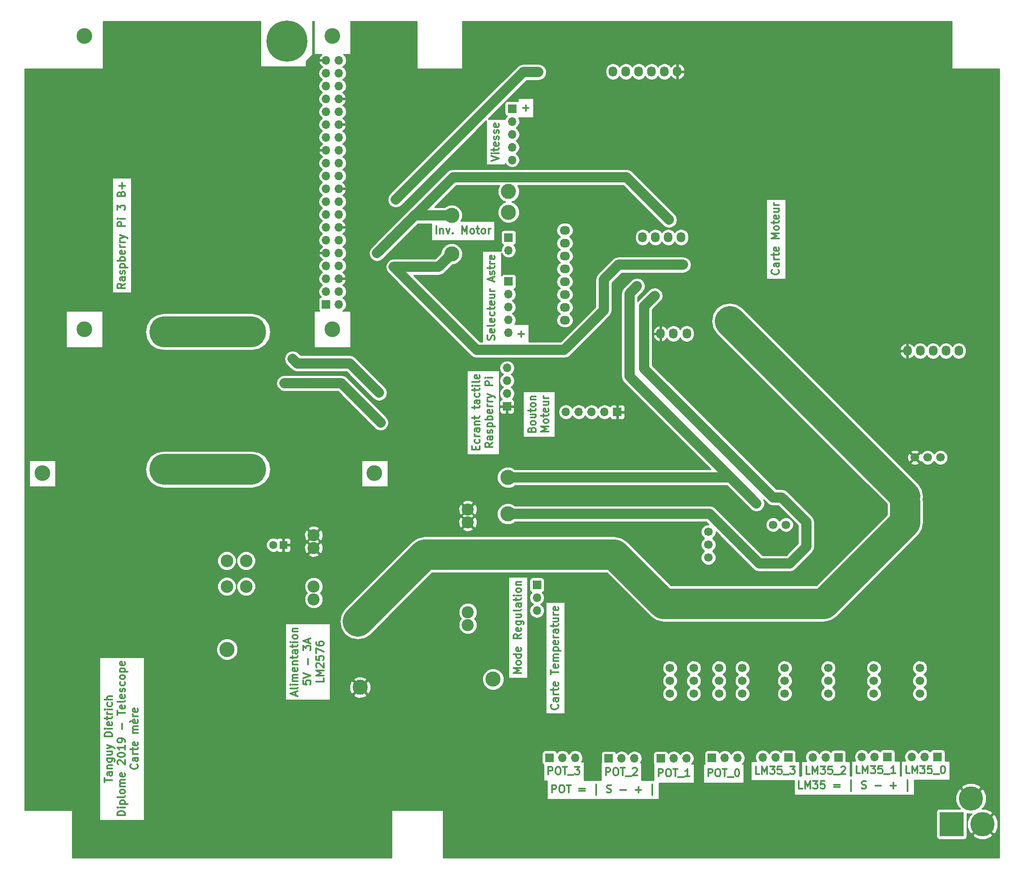
<source format=gbr>
G04 #@! TF.FileFunction,Copper,L1,Top,Signal*
%FSLAX46Y46*%
G04 Gerber Fmt 4.6, Leading zero omitted, Abs format (unit mm)*
G04 Created by KiCad (PCBNEW 4.0.7) date Thursday, 23 May 2019 'à' 18:13:34*
%MOMM*%
%LPD*%
G01*
G04 APERTURE LIST*
%ADD10C,0.100000*%
%ADD11C,0.300000*%
%ADD12R,1.700000X1.700000*%
%ADD13O,1.700000X1.700000*%
%ADD14C,1.700000*%
%ADD15C,2.400000*%
%ADD16C,2.999740*%
%ADD17R,1.600000X1.600000*%
%ADD18C,1.600000*%
%ADD19C,2.500000*%
%ADD20C,4.800000*%
%ADD21R,4.800000X4.800000*%
%ADD22C,3.100000*%
%ADD23O,1.727200X2.032000*%
%ADD24O,2.032000X1.727200*%
%ADD25O,23.100000X6.100000*%
%ADD26C,8.100000*%
%ADD27C,4.000000*%
%ADD28C,1.500000*%
%ADD29C,2.000000*%
%ADD30C,6.000000*%
%ADD31C,0.254000*%
G04 APERTURE END LIST*
D10*
D11*
X131667857Y-105585714D02*
X131739286Y-105371428D01*
X131810714Y-105300000D01*
X131953571Y-105228571D01*
X132167857Y-105228571D01*
X132310714Y-105300000D01*
X132382143Y-105371428D01*
X132453571Y-105514286D01*
X132453571Y-106085714D01*
X130953571Y-106085714D01*
X130953571Y-105585714D01*
X131025000Y-105442857D01*
X131096429Y-105371428D01*
X131239286Y-105300000D01*
X131382143Y-105300000D01*
X131525000Y-105371428D01*
X131596429Y-105442857D01*
X131667857Y-105585714D01*
X131667857Y-106085714D01*
X132453571Y-104371428D02*
X132382143Y-104514286D01*
X132310714Y-104585714D01*
X132167857Y-104657143D01*
X131739286Y-104657143D01*
X131596429Y-104585714D01*
X131525000Y-104514286D01*
X131453571Y-104371428D01*
X131453571Y-104157143D01*
X131525000Y-104014286D01*
X131596429Y-103942857D01*
X131739286Y-103871428D01*
X132167857Y-103871428D01*
X132310714Y-103942857D01*
X132382143Y-104014286D01*
X132453571Y-104157143D01*
X132453571Y-104371428D01*
X131453571Y-102585714D02*
X132453571Y-102585714D01*
X131453571Y-103228571D02*
X132239286Y-103228571D01*
X132382143Y-103157143D01*
X132453571Y-103014285D01*
X132453571Y-102800000D01*
X132382143Y-102657143D01*
X132310714Y-102585714D01*
X131453571Y-102085714D02*
X131453571Y-101514285D01*
X130953571Y-101871428D02*
X132239286Y-101871428D01*
X132382143Y-101800000D01*
X132453571Y-101657142D01*
X132453571Y-101514285D01*
X132453571Y-100799999D02*
X132382143Y-100942857D01*
X132310714Y-101014285D01*
X132167857Y-101085714D01*
X131739286Y-101085714D01*
X131596429Y-101014285D01*
X131525000Y-100942857D01*
X131453571Y-100799999D01*
X131453571Y-100585714D01*
X131525000Y-100442857D01*
X131596429Y-100371428D01*
X131739286Y-100299999D01*
X132167857Y-100299999D01*
X132310714Y-100371428D01*
X132382143Y-100442857D01*
X132453571Y-100585714D01*
X132453571Y-100799999D01*
X131453571Y-99657142D02*
X132453571Y-99657142D01*
X131596429Y-99657142D02*
X131525000Y-99585714D01*
X131453571Y-99442856D01*
X131453571Y-99228571D01*
X131525000Y-99085714D01*
X131667857Y-99014285D01*
X132453571Y-99014285D01*
X135003571Y-105942857D02*
X133503571Y-105942857D01*
X134575000Y-105442857D01*
X133503571Y-104942857D01*
X135003571Y-104942857D01*
X135003571Y-104014285D02*
X134932143Y-104157143D01*
X134860714Y-104228571D01*
X134717857Y-104300000D01*
X134289286Y-104300000D01*
X134146429Y-104228571D01*
X134075000Y-104157143D01*
X134003571Y-104014285D01*
X134003571Y-103800000D01*
X134075000Y-103657143D01*
X134146429Y-103585714D01*
X134289286Y-103514285D01*
X134717857Y-103514285D01*
X134860714Y-103585714D01*
X134932143Y-103657143D01*
X135003571Y-103800000D01*
X135003571Y-104014285D01*
X134003571Y-103085714D02*
X134003571Y-102514285D01*
X133503571Y-102871428D02*
X134789286Y-102871428D01*
X134932143Y-102800000D01*
X135003571Y-102657142D01*
X135003571Y-102514285D01*
X134932143Y-101442857D02*
X135003571Y-101585714D01*
X135003571Y-101871428D01*
X134932143Y-102014285D01*
X134789286Y-102085714D01*
X134217857Y-102085714D01*
X134075000Y-102014285D01*
X134003571Y-101871428D01*
X134003571Y-101585714D01*
X134075000Y-101442857D01*
X134217857Y-101371428D01*
X134360714Y-101371428D01*
X134503571Y-102085714D01*
X134003571Y-100085714D02*
X135003571Y-100085714D01*
X134003571Y-100728571D02*
X134789286Y-100728571D01*
X134932143Y-100657143D01*
X135003571Y-100514285D01*
X135003571Y-100300000D01*
X134932143Y-100157143D01*
X134860714Y-100085714D01*
X135003571Y-99371428D02*
X134003571Y-99371428D01*
X134289286Y-99371428D02*
X134146429Y-99300000D01*
X134075000Y-99228571D01*
X134003571Y-99085714D01*
X134003571Y-98942857D01*
X129028572Y-86707143D02*
X130171429Y-86707143D01*
X129600000Y-87278571D02*
X129600000Y-86135714D01*
X129928572Y-42007143D02*
X131071429Y-42007143D01*
X130500000Y-42578571D02*
X130500000Y-41435714D01*
X123678571Y-52485714D02*
X125178571Y-51985714D01*
X123678571Y-51485714D01*
X125178571Y-50985714D02*
X124178571Y-50985714D01*
X123678571Y-50985714D02*
X123750000Y-51057143D01*
X123821429Y-50985714D01*
X123750000Y-50914286D01*
X123678571Y-50985714D01*
X123821429Y-50985714D01*
X124178571Y-50485714D02*
X124178571Y-49914285D01*
X123678571Y-50271428D02*
X124964286Y-50271428D01*
X125107143Y-50200000D01*
X125178571Y-50057142D01*
X125178571Y-49914285D01*
X125107143Y-48842857D02*
X125178571Y-48985714D01*
X125178571Y-49271428D01*
X125107143Y-49414285D01*
X124964286Y-49485714D01*
X124392857Y-49485714D01*
X124250000Y-49414285D01*
X124178571Y-49271428D01*
X124178571Y-48985714D01*
X124250000Y-48842857D01*
X124392857Y-48771428D01*
X124535714Y-48771428D01*
X124678571Y-49485714D01*
X125107143Y-48200000D02*
X125178571Y-48057143D01*
X125178571Y-47771428D01*
X125107143Y-47628571D01*
X124964286Y-47557143D01*
X124892857Y-47557143D01*
X124750000Y-47628571D01*
X124678571Y-47771428D01*
X124678571Y-47985714D01*
X124607143Y-48128571D01*
X124464286Y-48200000D01*
X124392857Y-48200000D01*
X124250000Y-48128571D01*
X124178571Y-47985714D01*
X124178571Y-47771428D01*
X124250000Y-47628571D01*
X125107143Y-46985714D02*
X125178571Y-46842857D01*
X125178571Y-46557142D01*
X125107143Y-46414285D01*
X124964286Y-46342857D01*
X124892857Y-46342857D01*
X124750000Y-46414285D01*
X124678571Y-46557142D01*
X124678571Y-46771428D01*
X124607143Y-46914285D01*
X124464286Y-46985714D01*
X124392857Y-46985714D01*
X124250000Y-46914285D01*
X124178571Y-46771428D01*
X124178571Y-46557142D01*
X124250000Y-46414285D01*
X125107143Y-45128571D02*
X125178571Y-45271428D01*
X125178571Y-45557142D01*
X125107143Y-45699999D01*
X124964286Y-45771428D01*
X124392857Y-45771428D01*
X124250000Y-45699999D01*
X124178571Y-45557142D01*
X124178571Y-45271428D01*
X124250000Y-45128571D01*
X124392857Y-45057142D01*
X124535714Y-45057142D01*
X124678571Y-45771428D01*
X124307143Y-87821427D02*
X124378571Y-87607141D01*
X124378571Y-87249998D01*
X124307143Y-87107141D01*
X124235714Y-87035712D01*
X124092857Y-86964284D01*
X123950000Y-86964284D01*
X123807143Y-87035712D01*
X123735714Y-87107141D01*
X123664286Y-87249998D01*
X123592857Y-87535712D01*
X123521429Y-87678570D01*
X123450000Y-87749998D01*
X123307143Y-87821427D01*
X123164286Y-87821427D01*
X123021429Y-87749998D01*
X122950000Y-87678570D01*
X122878571Y-87535712D01*
X122878571Y-87178570D01*
X122950000Y-86964284D01*
X124307143Y-85749999D02*
X124378571Y-85892856D01*
X124378571Y-86178570D01*
X124307143Y-86321427D01*
X124164286Y-86392856D01*
X123592857Y-86392856D01*
X123450000Y-86321427D01*
X123378571Y-86178570D01*
X123378571Y-85892856D01*
X123450000Y-85749999D01*
X123592857Y-85678570D01*
X123735714Y-85678570D01*
X123878571Y-86392856D01*
X124378571Y-84821427D02*
X124307143Y-84964285D01*
X124164286Y-85035713D01*
X122878571Y-85035713D01*
X124307143Y-83678571D02*
X124378571Y-83821428D01*
X124378571Y-84107142D01*
X124307143Y-84249999D01*
X124164286Y-84321428D01*
X123592857Y-84321428D01*
X123450000Y-84249999D01*
X123378571Y-84107142D01*
X123378571Y-83821428D01*
X123450000Y-83678571D01*
X123592857Y-83607142D01*
X123735714Y-83607142D01*
X123878571Y-84321428D01*
X124307143Y-82321428D02*
X124378571Y-82464285D01*
X124378571Y-82749999D01*
X124307143Y-82892857D01*
X124235714Y-82964285D01*
X124092857Y-83035714D01*
X123664286Y-83035714D01*
X123521429Y-82964285D01*
X123450000Y-82892857D01*
X123378571Y-82749999D01*
X123378571Y-82464285D01*
X123450000Y-82321428D01*
X123378571Y-81892857D02*
X123378571Y-81321428D01*
X122878571Y-81678571D02*
X124164286Y-81678571D01*
X124307143Y-81607143D01*
X124378571Y-81464285D01*
X124378571Y-81321428D01*
X124307143Y-80250000D02*
X124378571Y-80392857D01*
X124378571Y-80678571D01*
X124307143Y-80821428D01*
X124164286Y-80892857D01*
X123592857Y-80892857D01*
X123450000Y-80821428D01*
X123378571Y-80678571D01*
X123378571Y-80392857D01*
X123450000Y-80250000D01*
X123592857Y-80178571D01*
X123735714Y-80178571D01*
X123878571Y-80892857D01*
X123378571Y-78892857D02*
X124378571Y-78892857D01*
X123378571Y-79535714D02*
X124164286Y-79535714D01*
X124307143Y-79464286D01*
X124378571Y-79321428D01*
X124378571Y-79107143D01*
X124307143Y-78964286D01*
X124235714Y-78892857D01*
X124378571Y-78178571D02*
X123378571Y-78178571D01*
X123664286Y-78178571D02*
X123521429Y-78107143D01*
X123450000Y-78035714D01*
X123378571Y-77892857D01*
X123378571Y-77750000D01*
X123950000Y-76178572D02*
X123950000Y-75464286D01*
X124378571Y-76321429D02*
X122878571Y-75821429D01*
X124378571Y-75321429D01*
X124307143Y-74892858D02*
X124378571Y-74750001D01*
X124378571Y-74464286D01*
X124307143Y-74321429D01*
X124164286Y-74250001D01*
X124092857Y-74250001D01*
X123950000Y-74321429D01*
X123878571Y-74464286D01*
X123878571Y-74678572D01*
X123807143Y-74821429D01*
X123664286Y-74892858D01*
X123592857Y-74892858D01*
X123450000Y-74821429D01*
X123378571Y-74678572D01*
X123378571Y-74464286D01*
X123450000Y-74321429D01*
X123378571Y-73821429D02*
X123378571Y-73250000D01*
X122878571Y-73607143D02*
X124164286Y-73607143D01*
X124307143Y-73535715D01*
X124378571Y-73392857D01*
X124378571Y-73250000D01*
X124378571Y-72750000D02*
X123378571Y-72750000D01*
X123664286Y-72750000D02*
X123521429Y-72678572D01*
X123450000Y-72607143D01*
X123378571Y-72464286D01*
X123378571Y-72321429D01*
X124307143Y-71250001D02*
X124378571Y-71392858D01*
X124378571Y-71678572D01*
X124307143Y-71821429D01*
X124164286Y-71892858D01*
X123592857Y-71892858D01*
X123450000Y-71821429D01*
X123378571Y-71678572D01*
X123378571Y-71392858D01*
X123450000Y-71250001D01*
X123592857Y-71178572D01*
X123735714Y-71178572D01*
X123878571Y-71892858D01*
X112814286Y-66878571D02*
X112814286Y-65378571D01*
X113528572Y-65878571D02*
X113528572Y-66878571D01*
X113528572Y-66021429D02*
X113600000Y-65950000D01*
X113742858Y-65878571D01*
X113957143Y-65878571D01*
X114100000Y-65950000D01*
X114171429Y-66092857D01*
X114171429Y-66878571D01*
X114742858Y-65878571D02*
X115100001Y-66878571D01*
X115457143Y-65878571D01*
X116028572Y-66735714D02*
X116100000Y-66807143D01*
X116028572Y-66878571D01*
X115957143Y-66807143D01*
X116028572Y-66735714D01*
X116028572Y-66878571D01*
X117885715Y-66878571D02*
X117885715Y-65378571D01*
X118385715Y-66450000D01*
X118885715Y-65378571D01*
X118885715Y-66878571D01*
X119814287Y-66878571D02*
X119671429Y-66807143D01*
X119600001Y-66735714D01*
X119528572Y-66592857D01*
X119528572Y-66164286D01*
X119600001Y-66021429D01*
X119671429Y-65950000D01*
X119814287Y-65878571D01*
X120028572Y-65878571D01*
X120171429Y-65950000D01*
X120242858Y-66021429D01*
X120314287Y-66164286D01*
X120314287Y-66592857D01*
X120242858Y-66735714D01*
X120171429Y-66807143D01*
X120028572Y-66878571D01*
X119814287Y-66878571D01*
X120742858Y-65878571D02*
X121314287Y-65878571D01*
X120957144Y-65378571D02*
X120957144Y-66664286D01*
X121028572Y-66807143D01*
X121171430Y-66878571D01*
X121314287Y-66878571D01*
X122028573Y-66878571D02*
X121885715Y-66807143D01*
X121814287Y-66735714D01*
X121742858Y-66592857D01*
X121742858Y-66164286D01*
X121814287Y-66021429D01*
X121885715Y-65950000D01*
X122028573Y-65878571D01*
X122242858Y-65878571D01*
X122385715Y-65950000D01*
X122457144Y-66021429D01*
X122528573Y-66164286D01*
X122528573Y-66592857D01*
X122457144Y-66735714D01*
X122385715Y-66807143D01*
X122242858Y-66878571D01*
X122028573Y-66878571D01*
X123171430Y-66878571D02*
X123171430Y-65878571D01*
X123171430Y-66164286D02*
X123242858Y-66021429D01*
X123314287Y-65950000D01*
X123457144Y-65878571D01*
X123600001Y-65878571D01*
X120617857Y-109557142D02*
X120617857Y-109057142D01*
X121403571Y-108842856D02*
X121403571Y-109557142D01*
X119903571Y-109557142D01*
X119903571Y-108842856D01*
X121332143Y-107557142D02*
X121403571Y-107699999D01*
X121403571Y-107985713D01*
X121332143Y-108128571D01*
X121260714Y-108199999D01*
X121117857Y-108271428D01*
X120689286Y-108271428D01*
X120546429Y-108199999D01*
X120475000Y-108128571D01*
X120403571Y-107985713D01*
X120403571Y-107699999D01*
X120475000Y-107557142D01*
X121403571Y-106914285D02*
X120403571Y-106914285D01*
X120689286Y-106914285D02*
X120546429Y-106842857D01*
X120475000Y-106771428D01*
X120403571Y-106628571D01*
X120403571Y-106485714D01*
X121403571Y-105342857D02*
X120617857Y-105342857D01*
X120475000Y-105414286D01*
X120403571Y-105557143D01*
X120403571Y-105842857D01*
X120475000Y-105985714D01*
X121332143Y-105342857D02*
X121403571Y-105485714D01*
X121403571Y-105842857D01*
X121332143Y-105985714D01*
X121189286Y-106057143D01*
X121046429Y-106057143D01*
X120903571Y-105985714D01*
X120832143Y-105842857D01*
X120832143Y-105485714D01*
X120760714Y-105342857D01*
X120403571Y-104628571D02*
X121403571Y-104628571D01*
X120546429Y-104628571D02*
X120475000Y-104557143D01*
X120403571Y-104414285D01*
X120403571Y-104200000D01*
X120475000Y-104057143D01*
X120617857Y-103985714D01*
X121403571Y-103985714D01*
X120403571Y-103485714D02*
X120403571Y-102914285D01*
X119903571Y-103271428D02*
X121189286Y-103271428D01*
X121332143Y-103200000D01*
X121403571Y-103057142D01*
X121403571Y-102914285D01*
X120403571Y-101485714D02*
X120403571Y-100914285D01*
X119903571Y-101271428D02*
X121189286Y-101271428D01*
X121332143Y-101200000D01*
X121403571Y-101057142D01*
X121403571Y-100914285D01*
X121403571Y-99771428D02*
X120617857Y-99771428D01*
X120475000Y-99842857D01*
X120403571Y-99985714D01*
X120403571Y-100271428D01*
X120475000Y-100414285D01*
X121332143Y-99771428D02*
X121403571Y-99914285D01*
X121403571Y-100271428D01*
X121332143Y-100414285D01*
X121189286Y-100485714D01*
X121046429Y-100485714D01*
X120903571Y-100414285D01*
X120832143Y-100271428D01*
X120832143Y-99914285D01*
X120760714Y-99771428D01*
X121332143Y-98414285D02*
X121403571Y-98557142D01*
X121403571Y-98842856D01*
X121332143Y-98985714D01*
X121260714Y-99057142D01*
X121117857Y-99128571D01*
X120689286Y-99128571D01*
X120546429Y-99057142D01*
X120475000Y-98985714D01*
X120403571Y-98842856D01*
X120403571Y-98557142D01*
X120475000Y-98414285D01*
X120403571Y-97985714D02*
X120403571Y-97414285D01*
X119903571Y-97771428D02*
X121189286Y-97771428D01*
X121332143Y-97700000D01*
X121403571Y-97557142D01*
X121403571Y-97414285D01*
X121403571Y-96914285D02*
X120403571Y-96914285D01*
X119903571Y-96914285D02*
X119975000Y-96985714D01*
X120046429Y-96914285D01*
X119975000Y-96842857D01*
X119903571Y-96914285D01*
X120046429Y-96914285D01*
X121403571Y-95985713D02*
X121332143Y-96128571D01*
X121189286Y-96199999D01*
X119903571Y-96199999D01*
X121332143Y-94842857D02*
X121403571Y-94985714D01*
X121403571Y-95271428D01*
X121332143Y-95414285D01*
X121189286Y-95485714D01*
X120617857Y-95485714D01*
X120475000Y-95414285D01*
X120403571Y-95271428D01*
X120403571Y-94985714D01*
X120475000Y-94842857D01*
X120617857Y-94771428D01*
X120760714Y-94771428D01*
X120903571Y-95485714D01*
X123953571Y-108199999D02*
X123239286Y-108699999D01*
X123953571Y-109057142D02*
X122453571Y-109057142D01*
X122453571Y-108485714D01*
X122525000Y-108342856D01*
X122596429Y-108271428D01*
X122739286Y-108199999D01*
X122953571Y-108199999D01*
X123096429Y-108271428D01*
X123167857Y-108342856D01*
X123239286Y-108485714D01*
X123239286Y-109057142D01*
X123953571Y-106914285D02*
X123167857Y-106914285D01*
X123025000Y-106985714D01*
X122953571Y-107128571D01*
X122953571Y-107414285D01*
X123025000Y-107557142D01*
X123882143Y-106914285D02*
X123953571Y-107057142D01*
X123953571Y-107414285D01*
X123882143Y-107557142D01*
X123739286Y-107628571D01*
X123596429Y-107628571D01*
X123453571Y-107557142D01*
X123382143Y-107414285D01*
X123382143Y-107057142D01*
X123310714Y-106914285D01*
X123882143Y-106271428D02*
X123953571Y-106128571D01*
X123953571Y-105842856D01*
X123882143Y-105699999D01*
X123739286Y-105628571D01*
X123667857Y-105628571D01*
X123525000Y-105699999D01*
X123453571Y-105842856D01*
X123453571Y-106057142D01*
X123382143Y-106199999D01*
X123239286Y-106271428D01*
X123167857Y-106271428D01*
X123025000Y-106199999D01*
X122953571Y-106057142D01*
X122953571Y-105842856D01*
X123025000Y-105699999D01*
X122953571Y-104985713D02*
X124453571Y-104985713D01*
X123025000Y-104985713D02*
X122953571Y-104842856D01*
X122953571Y-104557142D01*
X123025000Y-104414285D01*
X123096429Y-104342856D01*
X123239286Y-104271427D01*
X123667857Y-104271427D01*
X123810714Y-104342856D01*
X123882143Y-104414285D01*
X123953571Y-104557142D01*
X123953571Y-104842856D01*
X123882143Y-104985713D01*
X123953571Y-103628570D02*
X122453571Y-103628570D01*
X123025000Y-103628570D02*
X122953571Y-103485713D01*
X122953571Y-103199999D01*
X123025000Y-103057142D01*
X123096429Y-102985713D01*
X123239286Y-102914284D01*
X123667857Y-102914284D01*
X123810714Y-102985713D01*
X123882143Y-103057142D01*
X123953571Y-103199999D01*
X123953571Y-103485713D01*
X123882143Y-103628570D01*
X123882143Y-101699999D02*
X123953571Y-101842856D01*
X123953571Y-102128570D01*
X123882143Y-102271427D01*
X123739286Y-102342856D01*
X123167857Y-102342856D01*
X123025000Y-102271427D01*
X122953571Y-102128570D01*
X122953571Y-101842856D01*
X123025000Y-101699999D01*
X123167857Y-101628570D01*
X123310714Y-101628570D01*
X123453571Y-102342856D01*
X123953571Y-100985713D02*
X122953571Y-100985713D01*
X123239286Y-100985713D02*
X123096429Y-100914285D01*
X123025000Y-100842856D01*
X122953571Y-100699999D01*
X122953571Y-100557142D01*
X123953571Y-100057142D02*
X122953571Y-100057142D01*
X123239286Y-100057142D02*
X123096429Y-99985714D01*
X123025000Y-99914285D01*
X122953571Y-99771428D01*
X122953571Y-99628571D01*
X122953571Y-99271428D02*
X123953571Y-98914285D01*
X122953571Y-98557143D02*
X123953571Y-98914285D01*
X124310714Y-99057143D01*
X124382143Y-99128571D01*
X124453571Y-99271428D01*
X123953571Y-96842857D02*
X122453571Y-96842857D01*
X122453571Y-96271429D01*
X122525000Y-96128571D01*
X122596429Y-96057143D01*
X122739286Y-95985714D01*
X122953571Y-95985714D01*
X123096429Y-96057143D01*
X123167857Y-96128571D01*
X123239286Y-96271429D01*
X123239286Y-96842857D01*
X123953571Y-95342857D02*
X122953571Y-95342857D01*
X122453571Y-95342857D02*
X122525000Y-95414286D01*
X122596429Y-95342857D01*
X122525000Y-95271429D01*
X122453571Y-95342857D01*
X122596429Y-95342857D01*
X129578571Y-153735714D02*
X128078571Y-153735714D01*
X129150000Y-153235714D01*
X128078571Y-152735714D01*
X129578571Y-152735714D01*
X129578571Y-151807142D02*
X129507143Y-151950000D01*
X129435714Y-152021428D01*
X129292857Y-152092857D01*
X128864286Y-152092857D01*
X128721429Y-152021428D01*
X128650000Y-151950000D01*
X128578571Y-151807142D01*
X128578571Y-151592857D01*
X128650000Y-151450000D01*
X128721429Y-151378571D01*
X128864286Y-151307142D01*
X129292857Y-151307142D01*
X129435714Y-151378571D01*
X129507143Y-151450000D01*
X129578571Y-151592857D01*
X129578571Y-151807142D01*
X129578571Y-150021428D02*
X128078571Y-150021428D01*
X129507143Y-150021428D02*
X129578571Y-150164285D01*
X129578571Y-150449999D01*
X129507143Y-150592857D01*
X129435714Y-150664285D01*
X129292857Y-150735714D01*
X128864286Y-150735714D01*
X128721429Y-150664285D01*
X128650000Y-150592857D01*
X128578571Y-150449999D01*
X128578571Y-150164285D01*
X128650000Y-150021428D01*
X129507143Y-148735714D02*
X129578571Y-148878571D01*
X129578571Y-149164285D01*
X129507143Y-149307142D01*
X129364286Y-149378571D01*
X128792857Y-149378571D01*
X128650000Y-149307142D01*
X128578571Y-149164285D01*
X128578571Y-148878571D01*
X128650000Y-148735714D01*
X128792857Y-148664285D01*
X128935714Y-148664285D01*
X129078571Y-149378571D01*
X129578571Y-146021428D02*
X128864286Y-146521428D01*
X129578571Y-146878571D02*
X128078571Y-146878571D01*
X128078571Y-146307143D01*
X128150000Y-146164285D01*
X128221429Y-146092857D01*
X128364286Y-146021428D01*
X128578571Y-146021428D01*
X128721429Y-146092857D01*
X128792857Y-146164285D01*
X128864286Y-146307143D01*
X128864286Y-146878571D01*
X129507143Y-144807143D02*
X129578571Y-144950000D01*
X129578571Y-145235714D01*
X129507143Y-145378571D01*
X129364286Y-145450000D01*
X128792857Y-145450000D01*
X128650000Y-145378571D01*
X128578571Y-145235714D01*
X128578571Y-144950000D01*
X128650000Y-144807143D01*
X128792857Y-144735714D01*
X128935714Y-144735714D01*
X129078571Y-145450000D01*
X128578571Y-143450000D02*
X129792857Y-143450000D01*
X129935714Y-143521429D01*
X130007143Y-143592857D01*
X130078571Y-143735714D01*
X130078571Y-143950000D01*
X130007143Y-144092857D01*
X129507143Y-143450000D02*
X129578571Y-143592857D01*
X129578571Y-143878571D01*
X129507143Y-144021429D01*
X129435714Y-144092857D01*
X129292857Y-144164286D01*
X128864286Y-144164286D01*
X128721429Y-144092857D01*
X128650000Y-144021429D01*
X128578571Y-143878571D01*
X128578571Y-143592857D01*
X128650000Y-143450000D01*
X128578571Y-142092857D02*
X129578571Y-142092857D01*
X128578571Y-142735714D02*
X129364286Y-142735714D01*
X129507143Y-142664286D01*
X129578571Y-142521428D01*
X129578571Y-142307143D01*
X129507143Y-142164286D01*
X129435714Y-142092857D01*
X129578571Y-141164285D02*
X129507143Y-141307143D01*
X129364286Y-141378571D01*
X128078571Y-141378571D01*
X129578571Y-139950000D02*
X128792857Y-139950000D01*
X128650000Y-140021429D01*
X128578571Y-140164286D01*
X128578571Y-140450000D01*
X128650000Y-140592857D01*
X129507143Y-139950000D02*
X129578571Y-140092857D01*
X129578571Y-140450000D01*
X129507143Y-140592857D01*
X129364286Y-140664286D01*
X129221429Y-140664286D01*
X129078571Y-140592857D01*
X129007143Y-140450000D01*
X129007143Y-140092857D01*
X128935714Y-139950000D01*
X128578571Y-139450000D02*
X128578571Y-138878571D01*
X128078571Y-139235714D02*
X129364286Y-139235714D01*
X129507143Y-139164286D01*
X129578571Y-139021428D01*
X129578571Y-138878571D01*
X129578571Y-138378571D02*
X128578571Y-138378571D01*
X128078571Y-138378571D02*
X128150000Y-138450000D01*
X128221429Y-138378571D01*
X128150000Y-138307143D01*
X128078571Y-138378571D01*
X128221429Y-138378571D01*
X129578571Y-137449999D02*
X129507143Y-137592857D01*
X129435714Y-137664285D01*
X129292857Y-137735714D01*
X128864286Y-137735714D01*
X128721429Y-137664285D01*
X128650000Y-137592857D01*
X128578571Y-137449999D01*
X128578571Y-137235714D01*
X128650000Y-137092857D01*
X128721429Y-137021428D01*
X128864286Y-136949999D01*
X129292857Y-136949999D01*
X129435714Y-137021428D01*
X129507143Y-137092857D01*
X129578571Y-137235714D01*
X129578571Y-137449999D01*
X128578571Y-136307142D02*
X129578571Y-136307142D01*
X128721429Y-136307142D02*
X128650000Y-136235714D01*
X128578571Y-136092856D01*
X128578571Y-135878571D01*
X128650000Y-135735714D01*
X128792857Y-135664285D01*
X129578571Y-135664285D01*
X135692858Y-177378571D02*
X135692858Y-175878571D01*
X136264286Y-175878571D01*
X136407144Y-175950000D01*
X136478572Y-176021429D01*
X136550001Y-176164286D01*
X136550001Y-176378571D01*
X136478572Y-176521429D01*
X136407144Y-176592857D01*
X136264286Y-176664286D01*
X135692858Y-176664286D01*
X137478572Y-175878571D02*
X137764286Y-175878571D01*
X137907144Y-175950000D01*
X138050001Y-176092857D01*
X138121429Y-176378571D01*
X138121429Y-176878571D01*
X138050001Y-177164286D01*
X137907144Y-177307143D01*
X137764286Y-177378571D01*
X137478572Y-177378571D01*
X137335715Y-177307143D01*
X137192858Y-177164286D01*
X137121429Y-176878571D01*
X137121429Y-176378571D01*
X137192858Y-176092857D01*
X137335715Y-175950000D01*
X137478572Y-175878571D01*
X138550001Y-175878571D02*
X139407144Y-175878571D01*
X138978573Y-177378571D02*
X138978573Y-175878571D01*
X141050001Y-176592857D02*
X142192858Y-176592857D01*
X142192858Y-177021429D02*
X141050001Y-177021429D01*
X144407144Y-177878571D02*
X144407144Y-175735714D01*
X146550000Y-177307143D02*
X146764286Y-177378571D01*
X147121429Y-177378571D01*
X147264286Y-177307143D01*
X147335715Y-177235714D01*
X147407143Y-177092857D01*
X147407143Y-176950000D01*
X147335715Y-176807143D01*
X147264286Y-176735714D01*
X147121429Y-176664286D01*
X146835715Y-176592857D01*
X146692857Y-176521429D01*
X146621429Y-176450000D01*
X146550000Y-176307143D01*
X146550000Y-176164286D01*
X146621429Y-176021429D01*
X146692857Y-175950000D01*
X146835715Y-175878571D01*
X147192857Y-175878571D01*
X147407143Y-175950000D01*
X149192857Y-176807143D02*
X150335714Y-176807143D01*
X152192857Y-176807143D02*
X153335714Y-176807143D01*
X152764285Y-177378571D02*
X152764285Y-176235714D01*
X155550000Y-177878571D02*
X155550000Y-175735714D01*
X185221430Y-176578571D02*
X184507144Y-176578571D01*
X184507144Y-175078571D01*
X185721430Y-176578571D02*
X185721430Y-175078571D01*
X186221430Y-176150000D01*
X186721430Y-175078571D01*
X186721430Y-176578571D01*
X187292859Y-175078571D02*
X188221430Y-175078571D01*
X187721430Y-175650000D01*
X187935716Y-175650000D01*
X188078573Y-175721429D01*
X188150002Y-175792857D01*
X188221430Y-175935714D01*
X188221430Y-176292857D01*
X188150002Y-176435714D01*
X188078573Y-176507143D01*
X187935716Y-176578571D01*
X187507144Y-176578571D01*
X187364287Y-176507143D01*
X187292859Y-176435714D01*
X189578573Y-175078571D02*
X188864287Y-175078571D01*
X188792858Y-175792857D01*
X188864287Y-175721429D01*
X189007144Y-175650000D01*
X189364287Y-175650000D01*
X189507144Y-175721429D01*
X189578573Y-175792857D01*
X189650001Y-175935714D01*
X189650001Y-176292857D01*
X189578573Y-176435714D01*
X189507144Y-176507143D01*
X189364287Y-176578571D01*
X189007144Y-176578571D01*
X188864287Y-176507143D01*
X188792858Y-176435714D01*
X191435715Y-175792857D02*
X192578572Y-175792857D01*
X192578572Y-176221429D02*
X191435715Y-176221429D01*
X194792858Y-177078571D02*
X194792858Y-174935714D01*
X196935714Y-176507143D02*
X197150000Y-176578571D01*
X197507143Y-176578571D01*
X197650000Y-176507143D01*
X197721429Y-176435714D01*
X197792857Y-176292857D01*
X197792857Y-176150000D01*
X197721429Y-176007143D01*
X197650000Y-175935714D01*
X197507143Y-175864286D01*
X197221429Y-175792857D01*
X197078571Y-175721429D01*
X197007143Y-175650000D01*
X196935714Y-175507143D01*
X196935714Y-175364286D01*
X197007143Y-175221429D01*
X197078571Y-175150000D01*
X197221429Y-175078571D01*
X197578571Y-175078571D01*
X197792857Y-175150000D01*
X199578571Y-176007143D02*
X200721428Y-176007143D01*
X202578571Y-176007143D02*
X203721428Y-176007143D01*
X203149999Y-176578571D02*
X203149999Y-175435714D01*
X205935714Y-177078571D02*
X205935714Y-174935714D01*
X176692858Y-173678571D02*
X175978572Y-173678571D01*
X175978572Y-172178571D01*
X177192858Y-173678571D02*
X177192858Y-172178571D01*
X177692858Y-173250000D01*
X178192858Y-172178571D01*
X178192858Y-173678571D01*
X178764287Y-172178571D02*
X179692858Y-172178571D01*
X179192858Y-172750000D01*
X179407144Y-172750000D01*
X179550001Y-172821429D01*
X179621430Y-172892857D01*
X179692858Y-173035714D01*
X179692858Y-173392857D01*
X179621430Y-173535714D01*
X179550001Y-173607143D01*
X179407144Y-173678571D01*
X178978572Y-173678571D01*
X178835715Y-173607143D01*
X178764287Y-173535714D01*
X181050001Y-172178571D02*
X180335715Y-172178571D01*
X180264286Y-172892857D01*
X180335715Y-172821429D01*
X180478572Y-172750000D01*
X180835715Y-172750000D01*
X180978572Y-172821429D01*
X181050001Y-172892857D01*
X181121429Y-173035714D01*
X181121429Y-173392857D01*
X181050001Y-173535714D01*
X180978572Y-173607143D01*
X180835715Y-173678571D01*
X180478572Y-173678571D01*
X180335715Y-173607143D01*
X180264286Y-173535714D01*
X181407143Y-173821429D02*
X182550000Y-173821429D01*
X182764286Y-172178571D02*
X183692857Y-172178571D01*
X183192857Y-172750000D01*
X183407143Y-172750000D01*
X183550000Y-172821429D01*
X183621429Y-172892857D01*
X183692857Y-173035714D01*
X183692857Y-173392857D01*
X183621429Y-173535714D01*
X183550000Y-173607143D01*
X183407143Y-173678571D01*
X182978571Y-173678571D01*
X182835714Y-173607143D01*
X182764286Y-173535714D01*
X186692858Y-173678571D02*
X185978572Y-173678571D01*
X185978572Y-172178571D01*
X187192858Y-173678571D02*
X187192858Y-172178571D01*
X187692858Y-173250000D01*
X188192858Y-172178571D01*
X188192858Y-173678571D01*
X188764287Y-172178571D02*
X189692858Y-172178571D01*
X189192858Y-172750000D01*
X189407144Y-172750000D01*
X189550001Y-172821429D01*
X189621430Y-172892857D01*
X189692858Y-173035714D01*
X189692858Y-173392857D01*
X189621430Y-173535714D01*
X189550001Y-173607143D01*
X189407144Y-173678571D01*
X188978572Y-173678571D01*
X188835715Y-173607143D01*
X188764287Y-173535714D01*
X191050001Y-172178571D02*
X190335715Y-172178571D01*
X190264286Y-172892857D01*
X190335715Y-172821429D01*
X190478572Y-172750000D01*
X190835715Y-172750000D01*
X190978572Y-172821429D01*
X191050001Y-172892857D01*
X191121429Y-173035714D01*
X191121429Y-173392857D01*
X191050001Y-173535714D01*
X190978572Y-173607143D01*
X190835715Y-173678571D01*
X190478572Y-173678571D01*
X190335715Y-173607143D01*
X190264286Y-173535714D01*
X191407143Y-173821429D02*
X192550000Y-173821429D01*
X192835714Y-172321429D02*
X192907143Y-172250000D01*
X193050000Y-172178571D01*
X193407143Y-172178571D01*
X193550000Y-172250000D01*
X193621429Y-172321429D01*
X193692857Y-172464286D01*
X193692857Y-172607143D01*
X193621429Y-172821429D01*
X192764286Y-173678571D01*
X193692857Y-173678571D01*
X196592858Y-173578571D02*
X195878572Y-173578571D01*
X195878572Y-172078571D01*
X197092858Y-173578571D02*
X197092858Y-172078571D01*
X197592858Y-173150000D01*
X198092858Y-172078571D01*
X198092858Y-173578571D01*
X198664287Y-172078571D02*
X199592858Y-172078571D01*
X199092858Y-172650000D01*
X199307144Y-172650000D01*
X199450001Y-172721429D01*
X199521430Y-172792857D01*
X199592858Y-172935714D01*
X199592858Y-173292857D01*
X199521430Y-173435714D01*
X199450001Y-173507143D01*
X199307144Y-173578571D01*
X198878572Y-173578571D01*
X198735715Y-173507143D01*
X198664287Y-173435714D01*
X200950001Y-172078571D02*
X200235715Y-172078571D01*
X200164286Y-172792857D01*
X200235715Y-172721429D01*
X200378572Y-172650000D01*
X200735715Y-172650000D01*
X200878572Y-172721429D01*
X200950001Y-172792857D01*
X201021429Y-172935714D01*
X201021429Y-173292857D01*
X200950001Y-173435714D01*
X200878572Y-173507143D01*
X200735715Y-173578571D01*
X200378572Y-173578571D01*
X200235715Y-173507143D01*
X200164286Y-173435714D01*
X201307143Y-173721429D02*
X202450000Y-173721429D01*
X203592857Y-173578571D02*
X202735714Y-173578571D01*
X203164286Y-173578571D02*
X203164286Y-172078571D01*
X203021429Y-172292857D01*
X202878571Y-172435714D01*
X202735714Y-172507143D01*
X206392858Y-173578571D02*
X205678572Y-173578571D01*
X205678572Y-172078571D01*
X206892858Y-173578571D02*
X206892858Y-172078571D01*
X207392858Y-173150000D01*
X207892858Y-172078571D01*
X207892858Y-173578571D01*
X208464287Y-172078571D02*
X209392858Y-172078571D01*
X208892858Y-172650000D01*
X209107144Y-172650000D01*
X209250001Y-172721429D01*
X209321430Y-172792857D01*
X209392858Y-172935714D01*
X209392858Y-173292857D01*
X209321430Y-173435714D01*
X209250001Y-173507143D01*
X209107144Y-173578571D01*
X208678572Y-173578571D01*
X208535715Y-173507143D01*
X208464287Y-173435714D01*
X210750001Y-172078571D02*
X210035715Y-172078571D01*
X209964286Y-172792857D01*
X210035715Y-172721429D01*
X210178572Y-172650000D01*
X210535715Y-172650000D01*
X210678572Y-172721429D01*
X210750001Y-172792857D01*
X210821429Y-172935714D01*
X210821429Y-173292857D01*
X210750001Y-173435714D01*
X210678572Y-173507143D01*
X210535715Y-173578571D01*
X210178572Y-173578571D01*
X210035715Y-173507143D01*
X209964286Y-173435714D01*
X211107143Y-173721429D02*
X212250000Y-173721429D01*
X212892857Y-172078571D02*
X213035714Y-172078571D01*
X213178571Y-172150000D01*
X213250000Y-172221429D01*
X213321429Y-172364286D01*
X213392857Y-172650000D01*
X213392857Y-173007143D01*
X213321429Y-173292857D01*
X213250000Y-173435714D01*
X213178571Y-173507143D01*
X213035714Y-173578571D01*
X212892857Y-173578571D01*
X212750000Y-173507143D01*
X212678571Y-173435714D01*
X212607143Y-173292857D01*
X212535714Y-173007143D01*
X212535714Y-172650000D01*
X212607143Y-172364286D01*
X212678571Y-172221429D01*
X212750000Y-172150000D01*
X212892857Y-172078571D01*
X134964286Y-173778571D02*
X134964286Y-172278571D01*
X135535714Y-172278571D01*
X135678572Y-172350000D01*
X135750000Y-172421429D01*
X135821429Y-172564286D01*
X135821429Y-172778571D01*
X135750000Y-172921429D01*
X135678572Y-172992857D01*
X135535714Y-173064286D01*
X134964286Y-173064286D01*
X136750000Y-172278571D02*
X137035714Y-172278571D01*
X137178572Y-172350000D01*
X137321429Y-172492857D01*
X137392857Y-172778571D01*
X137392857Y-173278571D01*
X137321429Y-173564286D01*
X137178572Y-173707143D01*
X137035714Y-173778571D01*
X136750000Y-173778571D01*
X136607143Y-173707143D01*
X136464286Y-173564286D01*
X136392857Y-173278571D01*
X136392857Y-172778571D01*
X136464286Y-172492857D01*
X136607143Y-172350000D01*
X136750000Y-172278571D01*
X137821429Y-172278571D02*
X138678572Y-172278571D01*
X138250001Y-173778571D02*
X138250001Y-172278571D01*
X138821429Y-173921429D02*
X139964286Y-173921429D01*
X140178572Y-172278571D02*
X141107143Y-172278571D01*
X140607143Y-172850000D01*
X140821429Y-172850000D01*
X140964286Y-172921429D01*
X141035715Y-172992857D01*
X141107143Y-173135714D01*
X141107143Y-173492857D01*
X141035715Y-173635714D01*
X140964286Y-173707143D01*
X140821429Y-173778571D01*
X140392857Y-173778571D01*
X140250000Y-173707143D01*
X140178572Y-173635714D01*
X146364286Y-173978571D02*
X146364286Y-172478571D01*
X146935714Y-172478571D01*
X147078572Y-172550000D01*
X147150000Y-172621429D01*
X147221429Y-172764286D01*
X147221429Y-172978571D01*
X147150000Y-173121429D01*
X147078572Y-173192857D01*
X146935714Y-173264286D01*
X146364286Y-173264286D01*
X148150000Y-172478571D02*
X148435714Y-172478571D01*
X148578572Y-172550000D01*
X148721429Y-172692857D01*
X148792857Y-172978571D01*
X148792857Y-173478571D01*
X148721429Y-173764286D01*
X148578572Y-173907143D01*
X148435714Y-173978571D01*
X148150000Y-173978571D01*
X148007143Y-173907143D01*
X147864286Y-173764286D01*
X147792857Y-173478571D01*
X147792857Y-172978571D01*
X147864286Y-172692857D01*
X148007143Y-172550000D01*
X148150000Y-172478571D01*
X149221429Y-172478571D02*
X150078572Y-172478571D01*
X149650001Y-173978571D02*
X149650001Y-172478571D01*
X150221429Y-174121429D02*
X151364286Y-174121429D01*
X151650000Y-172621429D02*
X151721429Y-172550000D01*
X151864286Y-172478571D01*
X152221429Y-172478571D01*
X152364286Y-172550000D01*
X152435715Y-172621429D01*
X152507143Y-172764286D01*
X152507143Y-172907143D01*
X152435715Y-173121429D01*
X151578572Y-173978571D01*
X152507143Y-173978571D01*
X156764286Y-174178571D02*
X156764286Y-172678571D01*
X157335714Y-172678571D01*
X157478572Y-172750000D01*
X157550000Y-172821429D01*
X157621429Y-172964286D01*
X157621429Y-173178571D01*
X157550000Y-173321429D01*
X157478572Y-173392857D01*
X157335714Y-173464286D01*
X156764286Y-173464286D01*
X158550000Y-172678571D02*
X158835714Y-172678571D01*
X158978572Y-172750000D01*
X159121429Y-172892857D01*
X159192857Y-173178571D01*
X159192857Y-173678571D01*
X159121429Y-173964286D01*
X158978572Y-174107143D01*
X158835714Y-174178571D01*
X158550000Y-174178571D01*
X158407143Y-174107143D01*
X158264286Y-173964286D01*
X158192857Y-173678571D01*
X158192857Y-173178571D01*
X158264286Y-172892857D01*
X158407143Y-172750000D01*
X158550000Y-172678571D01*
X159621429Y-172678571D02*
X160478572Y-172678571D01*
X160050001Y-174178571D02*
X160050001Y-172678571D01*
X160621429Y-174321429D02*
X161764286Y-174321429D01*
X162907143Y-174178571D02*
X162050000Y-174178571D01*
X162478572Y-174178571D02*
X162478572Y-172678571D01*
X162335715Y-172892857D01*
X162192857Y-173035714D01*
X162050000Y-173107143D01*
X166564286Y-174178571D02*
X166564286Y-172678571D01*
X167135714Y-172678571D01*
X167278572Y-172750000D01*
X167350000Y-172821429D01*
X167421429Y-172964286D01*
X167421429Y-173178571D01*
X167350000Y-173321429D01*
X167278572Y-173392857D01*
X167135714Y-173464286D01*
X166564286Y-173464286D01*
X168350000Y-172678571D02*
X168635714Y-172678571D01*
X168778572Y-172750000D01*
X168921429Y-172892857D01*
X168992857Y-173178571D01*
X168992857Y-173678571D01*
X168921429Y-173964286D01*
X168778572Y-174107143D01*
X168635714Y-174178571D01*
X168350000Y-174178571D01*
X168207143Y-174107143D01*
X168064286Y-173964286D01*
X167992857Y-173678571D01*
X167992857Y-173178571D01*
X168064286Y-172892857D01*
X168207143Y-172750000D01*
X168350000Y-172678571D01*
X169421429Y-172678571D02*
X170278572Y-172678571D01*
X169850001Y-174178571D02*
X169850001Y-172678571D01*
X170421429Y-174321429D02*
X171564286Y-174321429D01*
X172207143Y-172678571D02*
X172350000Y-172678571D01*
X172492857Y-172750000D01*
X172564286Y-172821429D01*
X172635715Y-172964286D01*
X172707143Y-173250000D01*
X172707143Y-173607143D01*
X172635715Y-173892857D01*
X172564286Y-174035714D01*
X172492857Y-174107143D01*
X172350000Y-174178571D01*
X172207143Y-174178571D01*
X172064286Y-174107143D01*
X171992857Y-174035714D01*
X171921429Y-173892857D01*
X171850000Y-173607143D01*
X171850000Y-173250000D01*
X171921429Y-172964286D01*
X171992857Y-172821429D01*
X172064286Y-172750000D01*
X172207143Y-172678571D01*
X85000000Y-158178572D02*
X85000000Y-157464286D01*
X85428571Y-158321429D02*
X83928571Y-157821429D01*
X85428571Y-157321429D01*
X85428571Y-156607143D02*
X85357143Y-156750001D01*
X85214286Y-156821429D01*
X83928571Y-156821429D01*
X85428571Y-156035715D02*
X84428571Y-156035715D01*
X83928571Y-156035715D02*
X84000000Y-156107144D01*
X84071429Y-156035715D01*
X84000000Y-155964287D01*
X83928571Y-156035715D01*
X84071429Y-156035715D01*
X85428571Y-155321429D02*
X84428571Y-155321429D01*
X84571429Y-155321429D02*
X84500000Y-155250001D01*
X84428571Y-155107143D01*
X84428571Y-154892858D01*
X84500000Y-154750001D01*
X84642857Y-154678572D01*
X85428571Y-154678572D01*
X84642857Y-154678572D02*
X84500000Y-154607143D01*
X84428571Y-154464286D01*
X84428571Y-154250001D01*
X84500000Y-154107143D01*
X84642857Y-154035715D01*
X85428571Y-154035715D01*
X85357143Y-152750001D02*
X85428571Y-152892858D01*
X85428571Y-153178572D01*
X85357143Y-153321429D01*
X85214286Y-153392858D01*
X84642857Y-153392858D01*
X84500000Y-153321429D01*
X84428571Y-153178572D01*
X84428571Y-152892858D01*
X84500000Y-152750001D01*
X84642857Y-152678572D01*
X84785714Y-152678572D01*
X84928571Y-153392858D01*
X84428571Y-152035715D02*
X85428571Y-152035715D01*
X84571429Y-152035715D02*
X84500000Y-151964287D01*
X84428571Y-151821429D01*
X84428571Y-151607144D01*
X84500000Y-151464287D01*
X84642857Y-151392858D01*
X85428571Y-151392858D01*
X84428571Y-150892858D02*
X84428571Y-150321429D01*
X83928571Y-150678572D02*
X85214286Y-150678572D01*
X85357143Y-150607144D01*
X85428571Y-150464286D01*
X85428571Y-150321429D01*
X85428571Y-149178572D02*
X84642857Y-149178572D01*
X84500000Y-149250001D01*
X84428571Y-149392858D01*
X84428571Y-149678572D01*
X84500000Y-149821429D01*
X85357143Y-149178572D02*
X85428571Y-149321429D01*
X85428571Y-149678572D01*
X85357143Y-149821429D01*
X85214286Y-149892858D01*
X85071429Y-149892858D01*
X84928571Y-149821429D01*
X84857143Y-149678572D01*
X84857143Y-149321429D01*
X84785714Y-149178572D01*
X84428571Y-148678572D02*
X84428571Y-148107143D01*
X83928571Y-148464286D02*
X85214286Y-148464286D01*
X85357143Y-148392858D01*
X85428571Y-148250000D01*
X85428571Y-148107143D01*
X85428571Y-147607143D02*
X84428571Y-147607143D01*
X83928571Y-147607143D02*
X84000000Y-147678572D01*
X84071429Y-147607143D01*
X84000000Y-147535715D01*
X83928571Y-147607143D01*
X84071429Y-147607143D01*
X85428571Y-146678571D02*
X85357143Y-146821429D01*
X85285714Y-146892857D01*
X85142857Y-146964286D01*
X84714286Y-146964286D01*
X84571429Y-146892857D01*
X84500000Y-146821429D01*
X84428571Y-146678571D01*
X84428571Y-146464286D01*
X84500000Y-146321429D01*
X84571429Y-146250000D01*
X84714286Y-146178571D01*
X85142857Y-146178571D01*
X85285714Y-146250000D01*
X85357143Y-146321429D01*
X85428571Y-146464286D01*
X85428571Y-146678571D01*
X84428571Y-145535714D02*
X85428571Y-145535714D01*
X84571429Y-145535714D02*
X84500000Y-145464286D01*
X84428571Y-145321428D01*
X84428571Y-145107143D01*
X84500000Y-144964286D01*
X84642857Y-144892857D01*
X85428571Y-144892857D01*
X86478571Y-155214284D02*
X86478571Y-155928570D01*
X87192857Y-155999999D01*
X87121429Y-155928570D01*
X87050000Y-155785713D01*
X87050000Y-155428570D01*
X87121429Y-155285713D01*
X87192857Y-155214284D01*
X87335714Y-155142856D01*
X87692857Y-155142856D01*
X87835714Y-155214284D01*
X87907143Y-155285713D01*
X87978571Y-155428570D01*
X87978571Y-155785713D01*
X87907143Y-155928570D01*
X87835714Y-155999999D01*
X86478571Y-154714285D02*
X87978571Y-154214285D01*
X86478571Y-153714285D01*
X87407143Y-152071428D02*
X87407143Y-150928571D01*
X86478571Y-149214285D02*
X86478571Y-148285714D01*
X87050000Y-148785714D01*
X87050000Y-148571428D01*
X87121429Y-148428571D01*
X87192857Y-148357142D01*
X87335714Y-148285714D01*
X87692857Y-148285714D01*
X87835714Y-148357142D01*
X87907143Y-148428571D01*
X87978571Y-148571428D01*
X87978571Y-149000000D01*
X87907143Y-149142857D01*
X87835714Y-149214285D01*
X87550000Y-147714286D02*
X87550000Y-147000000D01*
X87978571Y-147857143D02*
X86478571Y-147357143D01*
X87978571Y-146857143D01*
X90528571Y-154749999D02*
X90528571Y-155464285D01*
X89028571Y-155464285D01*
X90528571Y-154249999D02*
X89028571Y-154249999D01*
X90100000Y-153749999D01*
X89028571Y-153249999D01*
X90528571Y-153249999D01*
X89171429Y-152607142D02*
X89100000Y-152535713D01*
X89028571Y-152392856D01*
X89028571Y-152035713D01*
X89100000Y-151892856D01*
X89171429Y-151821427D01*
X89314286Y-151749999D01*
X89457143Y-151749999D01*
X89671429Y-151821427D01*
X90528571Y-152678570D01*
X90528571Y-151749999D01*
X89028571Y-150392856D02*
X89028571Y-151107142D01*
X89742857Y-151178571D01*
X89671429Y-151107142D01*
X89600000Y-150964285D01*
X89600000Y-150607142D01*
X89671429Y-150464285D01*
X89742857Y-150392856D01*
X89885714Y-150321428D01*
X90242857Y-150321428D01*
X90385714Y-150392856D01*
X90457143Y-150464285D01*
X90528571Y-150607142D01*
X90528571Y-150964285D01*
X90457143Y-151107142D01*
X90385714Y-151178571D01*
X89028571Y-149821428D02*
X89028571Y-148821428D01*
X90528571Y-149464285D01*
X89028571Y-147607143D02*
X89028571Y-147892857D01*
X89100000Y-148035714D01*
X89171429Y-148107143D01*
X89385714Y-148250000D01*
X89671429Y-148321429D01*
X90242857Y-148321429D01*
X90385714Y-148250000D01*
X90457143Y-148178572D01*
X90528571Y-148035714D01*
X90528571Y-147750000D01*
X90457143Y-147607143D01*
X90385714Y-147535714D01*
X90242857Y-147464286D01*
X89885714Y-147464286D01*
X89742857Y-147535714D01*
X89671429Y-147607143D01*
X89600000Y-147750000D01*
X89600000Y-148035714D01*
X89671429Y-148178572D01*
X89742857Y-148250000D01*
X89885714Y-148321429D01*
X47228571Y-175307143D02*
X47228571Y-174450000D01*
X48728571Y-174878571D02*
X47228571Y-174878571D01*
X48728571Y-173307143D02*
X47942857Y-173307143D01*
X47800000Y-173378572D01*
X47728571Y-173521429D01*
X47728571Y-173807143D01*
X47800000Y-173950000D01*
X48657143Y-173307143D02*
X48728571Y-173450000D01*
X48728571Y-173807143D01*
X48657143Y-173950000D01*
X48514286Y-174021429D01*
X48371429Y-174021429D01*
X48228571Y-173950000D01*
X48157143Y-173807143D01*
X48157143Y-173450000D01*
X48085714Y-173307143D01*
X47728571Y-172592857D02*
X48728571Y-172592857D01*
X47871429Y-172592857D02*
X47800000Y-172521429D01*
X47728571Y-172378571D01*
X47728571Y-172164286D01*
X47800000Y-172021429D01*
X47942857Y-171950000D01*
X48728571Y-171950000D01*
X47728571Y-170592857D02*
X48942857Y-170592857D01*
X49085714Y-170664286D01*
X49157143Y-170735714D01*
X49228571Y-170878571D01*
X49228571Y-171092857D01*
X49157143Y-171235714D01*
X48657143Y-170592857D02*
X48728571Y-170735714D01*
X48728571Y-171021428D01*
X48657143Y-171164286D01*
X48585714Y-171235714D01*
X48442857Y-171307143D01*
X48014286Y-171307143D01*
X47871429Y-171235714D01*
X47800000Y-171164286D01*
X47728571Y-171021428D01*
X47728571Y-170735714D01*
X47800000Y-170592857D01*
X47728571Y-169235714D02*
X48728571Y-169235714D01*
X47728571Y-169878571D02*
X48514286Y-169878571D01*
X48657143Y-169807143D01*
X48728571Y-169664285D01*
X48728571Y-169450000D01*
X48657143Y-169307143D01*
X48585714Y-169235714D01*
X47728571Y-168664285D02*
X48728571Y-168307142D01*
X47728571Y-167950000D02*
X48728571Y-168307142D01*
X49085714Y-168450000D01*
X49157143Y-168521428D01*
X49228571Y-168664285D01*
X48728571Y-166235714D02*
X47228571Y-166235714D01*
X47228571Y-165878571D01*
X47300000Y-165664286D01*
X47442857Y-165521428D01*
X47585714Y-165450000D01*
X47871429Y-165378571D01*
X48085714Y-165378571D01*
X48371429Y-165450000D01*
X48514286Y-165521428D01*
X48657143Y-165664286D01*
X48728571Y-165878571D01*
X48728571Y-166235714D01*
X48728571Y-164735714D02*
X47728571Y-164735714D01*
X47228571Y-164735714D02*
X47300000Y-164807143D01*
X47371429Y-164735714D01*
X47300000Y-164664286D01*
X47228571Y-164735714D01*
X47371429Y-164735714D01*
X48657143Y-163450000D02*
X48728571Y-163592857D01*
X48728571Y-163878571D01*
X48657143Y-164021428D01*
X48514286Y-164092857D01*
X47942857Y-164092857D01*
X47800000Y-164021428D01*
X47728571Y-163878571D01*
X47728571Y-163592857D01*
X47800000Y-163450000D01*
X47942857Y-163378571D01*
X48085714Y-163378571D01*
X48228571Y-164092857D01*
X47728571Y-162950000D02*
X47728571Y-162378571D01*
X47228571Y-162735714D02*
X48514286Y-162735714D01*
X48657143Y-162664286D01*
X48728571Y-162521428D01*
X48728571Y-162378571D01*
X48728571Y-161878571D02*
X47728571Y-161878571D01*
X48014286Y-161878571D02*
X47871429Y-161807143D01*
X47800000Y-161735714D01*
X47728571Y-161592857D01*
X47728571Y-161450000D01*
X48728571Y-160950000D02*
X47728571Y-160950000D01*
X47228571Y-160950000D02*
X47300000Y-161021429D01*
X47371429Y-160950000D01*
X47300000Y-160878572D01*
X47228571Y-160950000D01*
X47371429Y-160950000D01*
X48657143Y-159592857D02*
X48728571Y-159735714D01*
X48728571Y-160021428D01*
X48657143Y-160164286D01*
X48585714Y-160235714D01*
X48442857Y-160307143D01*
X48014286Y-160307143D01*
X47871429Y-160235714D01*
X47800000Y-160164286D01*
X47728571Y-160021428D01*
X47728571Y-159735714D01*
X47800000Y-159592857D01*
X48728571Y-158950000D02*
X47228571Y-158950000D01*
X48728571Y-158307143D02*
X47942857Y-158307143D01*
X47800000Y-158378572D01*
X47728571Y-158521429D01*
X47728571Y-158735714D01*
X47800000Y-158878572D01*
X47871429Y-158950000D01*
X51278571Y-181842855D02*
X49778571Y-181842855D01*
X49778571Y-181485712D01*
X49850000Y-181271427D01*
X49992857Y-181128569D01*
X50135714Y-181057141D01*
X50421429Y-180985712D01*
X50635714Y-180985712D01*
X50921429Y-181057141D01*
X51064286Y-181128569D01*
X51207143Y-181271427D01*
X51278571Y-181485712D01*
X51278571Y-181842855D01*
X51278571Y-180342855D02*
X50278571Y-180342855D01*
X49778571Y-180342855D02*
X49850000Y-180414284D01*
X49921429Y-180342855D01*
X49850000Y-180271427D01*
X49778571Y-180342855D01*
X49921429Y-180342855D01*
X50278571Y-179628569D02*
X51778571Y-179628569D01*
X50350000Y-179628569D02*
X50278571Y-179485712D01*
X50278571Y-179199998D01*
X50350000Y-179057141D01*
X50421429Y-178985712D01*
X50564286Y-178914283D01*
X50992857Y-178914283D01*
X51135714Y-178985712D01*
X51207143Y-179057141D01*
X51278571Y-179199998D01*
X51278571Y-179485712D01*
X51207143Y-179628569D01*
X51278571Y-178057140D02*
X51207143Y-178199998D01*
X51064286Y-178271426D01*
X49778571Y-178271426D01*
X51278571Y-177271426D02*
X51207143Y-177414284D01*
X51135714Y-177485712D01*
X50992857Y-177557141D01*
X50564286Y-177557141D01*
X50421429Y-177485712D01*
X50350000Y-177414284D01*
X50278571Y-177271426D01*
X50278571Y-177057141D01*
X50350000Y-176914284D01*
X50421429Y-176842855D01*
X50564286Y-176771426D01*
X50992857Y-176771426D01*
X51135714Y-176842855D01*
X51207143Y-176914284D01*
X51278571Y-177057141D01*
X51278571Y-177271426D01*
X51278571Y-176128569D02*
X50278571Y-176128569D01*
X50421429Y-176128569D02*
X50350000Y-176057141D01*
X50278571Y-175914283D01*
X50278571Y-175699998D01*
X50350000Y-175557141D01*
X50492857Y-175485712D01*
X51278571Y-175485712D01*
X50492857Y-175485712D02*
X50350000Y-175414283D01*
X50278571Y-175271426D01*
X50278571Y-175057141D01*
X50350000Y-174914283D01*
X50492857Y-174842855D01*
X51278571Y-174842855D01*
X51207143Y-173557141D02*
X51278571Y-173699998D01*
X51278571Y-173985712D01*
X51207143Y-174128569D01*
X51064286Y-174199998D01*
X50492857Y-174199998D01*
X50350000Y-174128569D01*
X50278571Y-173985712D01*
X50278571Y-173699998D01*
X50350000Y-173557141D01*
X50492857Y-173485712D01*
X50635714Y-173485712D01*
X50778571Y-174199998D01*
X49921429Y-171771427D02*
X49850000Y-171699998D01*
X49778571Y-171557141D01*
X49778571Y-171199998D01*
X49850000Y-171057141D01*
X49921429Y-170985712D01*
X50064286Y-170914284D01*
X50207143Y-170914284D01*
X50421429Y-170985712D01*
X51278571Y-171842855D01*
X51278571Y-170914284D01*
X49778571Y-169985713D02*
X49778571Y-169842856D01*
X49850000Y-169699999D01*
X49921429Y-169628570D01*
X50064286Y-169557141D01*
X50350000Y-169485713D01*
X50707143Y-169485713D01*
X50992857Y-169557141D01*
X51135714Y-169628570D01*
X51207143Y-169699999D01*
X51278571Y-169842856D01*
X51278571Y-169985713D01*
X51207143Y-170128570D01*
X51135714Y-170199999D01*
X50992857Y-170271427D01*
X50707143Y-170342856D01*
X50350000Y-170342856D01*
X50064286Y-170271427D01*
X49921429Y-170199999D01*
X49850000Y-170128570D01*
X49778571Y-169985713D01*
X51278571Y-168057142D02*
X51278571Y-168914285D01*
X51278571Y-168485713D02*
X49778571Y-168485713D01*
X49992857Y-168628570D01*
X50135714Y-168771428D01*
X50207143Y-168914285D01*
X51278571Y-167342857D02*
X51278571Y-167057142D01*
X51207143Y-166914285D01*
X51135714Y-166842857D01*
X50921429Y-166699999D01*
X50635714Y-166628571D01*
X50064286Y-166628571D01*
X49921429Y-166699999D01*
X49850000Y-166771428D01*
X49778571Y-166914285D01*
X49778571Y-167199999D01*
X49850000Y-167342857D01*
X49921429Y-167414285D01*
X50064286Y-167485714D01*
X50421429Y-167485714D01*
X50564286Y-167414285D01*
X50635714Y-167342857D01*
X50707143Y-167199999D01*
X50707143Y-166914285D01*
X50635714Y-166771428D01*
X50564286Y-166699999D01*
X50421429Y-166628571D01*
X50707143Y-164842857D02*
X50707143Y-163700000D01*
X49778571Y-162057143D02*
X49778571Y-161200000D01*
X51278571Y-161628571D02*
X49778571Y-161628571D01*
X51207143Y-160128572D02*
X51278571Y-160271429D01*
X51278571Y-160557143D01*
X51207143Y-160700000D01*
X51064286Y-160771429D01*
X50492857Y-160771429D01*
X50350000Y-160700000D01*
X50278571Y-160557143D01*
X50278571Y-160271429D01*
X50350000Y-160128572D01*
X50492857Y-160057143D01*
X50635714Y-160057143D01*
X50778571Y-160771429D01*
X51278571Y-159200000D02*
X51207143Y-159342858D01*
X51064286Y-159414286D01*
X49778571Y-159414286D01*
X51207143Y-158057144D02*
X51278571Y-158200001D01*
X51278571Y-158485715D01*
X51207143Y-158628572D01*
X51064286Y-158700001D01*
X50492857Y-158700001D01*
X50350000Y-158628572D01*
X50278571Y-158485715D01*
X50278571Y-158200001D01*
X50350000Y-158057144D01*
X50492857Y-157985715D01*
X50635714Y-157985715D01*
X50778571Y-158700001D01*
X51207143Y-157414287D02*
X51278571Y-157271430D01*
X51278571Y-156985715D01*
X51207143Y-156842858D01*
X51064286Y-156771430D01*
X50992857Y-156771430D01*
X50850000Y-156842858D01*
X50778571Y-156985715D01*
X50778571Y-157200001D01*
X50707143Y-157342858D01*
X50564286Y-157414287D01*
X50492857Y-157414287D01*
X50350000Y-157342858D01*
X50278571Y-157200001D01*
X50278571Y-156985715D01*
X50350000Y-156842858D01*
X51207143Y-155485715D02*
X51278571Y-155628572D01*
X51278571Y-155914286D01*
X51207143Y-156057144D01*
X51135714Y-156128572D01*
X50992857Y-156200001D01*
X50564286Y-156200001D01*
X50421429Y-156128572D01*
X50350000Y-156057144D01*
X50278571Y-155914286D01*
X50278571Y-155628572D01*
X50350000Y-155485715D01*
X51278571Y-154628572D02*
X51207143Y-154771430D01*
X51135714Y-154842858D01*
X50992857Y-154914287D01*
X50564286Y-154914287D01*
X50421429Y-154842858D01*
X50350000Y-154771430D01*
X50278571Y-154628572D01*
X50278571Y-154414287D01*
X50350000Y-154271430D01*
X50421429Y-154200001D01*
X50564286Y-154128572D01*
X50992857Y-154128572D01*
X51135714Y-154200001D01*
X51207143Y-154271430D01*
X51278571Y-154414287D01*
X51278571Y-154628572D01*
X50278571Y-153485715D02*
X51778571Y-153485715D01*
X50350000Y-153485715D02*
X50278571Y-153342858D01*
X50278571Y-153057144D01*
X50350000Y-152914287D01*
X50421429Y-152842858D01*
X50564286Y-152771429D01*
X50992857Y-152771429D01*
X51135714Y-152842858D01*
X51207143Y-152914287D01*
X51278571Y-153057144D01*
X51278571Y-153342858D01*
X51207143Y-153485715D01*
X51207143Y-151557144D02*
X51278571Y-151700001D01*
X51278571Y-151985715D01*
X51207143Y-152128572D01*
X51064286Y-152200001D01*
X50492857Y-152200001D01*
X50350000Y-152128572D01*
X50278571Y-151985715D01*
X50278571Y-151700001D01*
X50350000Y-151557144D01*
X50492857Y-151485715D01*
X50635714Y-151485715D01*
X50778571Y-152200001D01*
X53685714Y-171771427D02*
X53757143Y-171842856D01*
X53828571Y-172057142D01*
X53828571Y-172199999D01*
X53757143Y-172414284D01*
X53614286Y-172557142D01*
X53471429Y-172628570D01*
X53185714Y-172699999D01*
X52971429Y-172699999D01*
X52685714Y-172628570D01*
X52542857Y-172557142D01*
X52400000Y-172414284D01*
X52328571Y-172199999D01*
X52328571Y-172057142D01*
X52400000Y-171842856D01*
X52471429Y-171771427D01*
X53828571Y-170485713D02*
X53042857Y-170485713D01*
X52900000Y-170557142D01*
X52828571Y-170699999D01*
X52828571Y-170985713D01*
X52900000Y-171128570D01*
X53757143Y-170485713D02*
X53828571Y-170628570D01*
X53828571Y-170985713D01*
X53757143Y-171128570D01*
X53614286Y-171199999D01*
X53471429Y-171199999D01*
X53328571Y-171128570D01*
X53257143Y-170985713D01*
X53257143Y-170628570D01*
X53185714Y-170485713D01*
X53828571Y-169771427D02*
X52828571Y-169771427D01*
X53114286Y-169771427D02*
X52971429Y-169699999D01*
X52900000Y-169628570D01*
X52828571Y-169485713D01*
X52828571Y-169342856D01*
X52828571Y-169057142D02*
X52828571Y-168485713D01*
X52328571Y-168842856D02*
X53614286Y-168842856D01*
X53757143Y-168771428D01*
X53828571Y-168628570D01*
X53828571Y-168485713D01*
X53757143Y-167414285D02*
X53828571Y-167557142D01*
X53828571Y-167842856D01*
X53757143Y-167985713D01*
X53614286Y-168057142D01*
X53042857Y-168057142D01*
X52900000Y-167985713D01*
X52828571Y-167842856D01*
X52828571Y-167557142D01*
X52900000Y-167414285D01*
X53042857Y-167342856D01*
X53185714Y-167342856D01*
X53328571Y-168057142D01*
X53828571Y-165557142D02*
X52828571Y-165557142D01*
X52971429Y-165557142D02*
X52900000Y-165485714D01*
X52828571Y-165342856D01*
X52828571Y-165128571D01*
X52900000Y-164985714D01*
X53042857Y-164914285D01*
X53828571Y-164914285D01*
X53042857Y-164914285D02*
X52900000Y-164842856D01*
X52828571Y-164699999D01*
X52828571Y-164485714D01*
X52900000Y-164342856D01*
X53042857Y-164271428D01*
X53828571Y-164271428D01*
X53757143Y-162985714D02*
X53828571Y-163128571D01*
X53828571Y-163414285D01*
X53757143Y-163557142D01*
X53614286Y-163628571D01*
X53042857Y-163628571D01*
X52900000Y-163557142D01*
X52828571Y-163414285D01*
X52828571Y-163128571D01*
X52900000Y-162985714D01*
X53042857Y-162914285D01*
X53185714Y-162914285D01*
X53328571Y-163628571D01*
X52257143Y-163414285D02*
X52471429Y-163199999D01*
X53828571Y-162271428D02*
X52828571Y-162271428D01*
X53114286Y-162271428D02*
X52971429Y-162200000D01*
X52900000Y-162128571D01*
X52828571Y-161985714D01*
X52828571Y-161842857D01*
X53757143Y-160771429D02*
X53828571Y-160914286D01*
X53828571Y-161200000D01*
X53757143Y-161342857D01*
X53614286Y-161414286D01*
X53042857Y-161414286D01*
X52900000Y-161342857D01*
X52828571Y-161200000D01*
X52828571Y-160914286D01*
X52900000Y-160771429D01*
X53042857Y-160700000D01*
X53185714Y-160700000D01*
X53328571Y-161414286D01*
X136785714Y-159964284D02*
X136857143Y-160035713D01*
X136928571Y-160249999D01*
X136928571Y-160392856D01*
X136857143Y-160607141D01*
X136714286Y-160749999D01*
X136571429Y-160821427D01*
X136285714Y-160892856D01*
X136071429Y-160892856D01*
X135785714Y-160821427D01*
X135642857Y-160749999D01*
X135500000Y-160607141D01*
X135428571Y-160392856D01*
X135428571Y-160249999D01*
X135500000Y-160035713D01*
X135571429Y-159964284D01*
X136928571Y-158678570D02*
X136142857Y-158678570D01*
X136000000Y-158749999D01*
X135928571Y-158892856D01*
X135928571Y-159178570D01*
X136000000Y-159321427D01*
X136857143Y-158678570D02*
X136928571Y-158821427D01*
X136928571Y-159178570D01*
X136857143Y-159321427D01*
X136714286Y-159392856D01*
X136571429Y-159392856D01*
X136428571Y-159321427D01*
X136357143Y-159178570D01*
X136357143Y-158821427D01*
X136285714Y-158678570D01*
X136928571Y-157964284D02*
X135928571Y-157964284D01*
X136214286Y-157964284D02*
X136071429Y-157892856D01*
X136000000Y-157821427D01*
X135928571Y-157678570D01*
X135928571Y-157535713D01*
X135928571Y-157249999D02*
X135928571Y-156678570D01*
X135428571Y-157035713D02*
X136714286Y-157035713D01*
X136857143Y-156964285D01*
X136928571Y-156821427D01*
X136928571Y-156678570D01*
X136857143Y-155607142D02*
X136928571Y-155749999D01*
X136928571Y-156035713D01*
X136857143Y-156178570D01*
X136714286Y-156249999D01*
X136142857Y-156249999D01*
X136000000Y-156178570D01*
X135928571Y-156035713D01*
X135928571Y-155749999D01*
X136000000Y-155607142D01*
X136142857Y-155535713D01*
X136285714Y-155535713D01*
X136428571Y-156249999D01*
X135428571Y-153964285D02*
X135428571Y-153107142D01*
X136928571Y-153535713D02*
X135428571Y-153535713D01*
X136857143Y-152035714D02*
X136928571Y-152178571D01*
X136928571Y-152464285D01*
X136857143Y-152607142D01*
X136714286Y-152678571D01*
X136142857Y-152678571D01*
X136000000Y-152607142D01*
X135928571Y-152464285D01*
X135928571Y-152178571D01*
X136000000Y-152035714D01*
X136142857Y-151964285D01*
X136285714Y-151964285D01*
X136428571Y-152678571D01*
X136928571Y-151321428D02*
X135928571Y-151321428D01*
X136071429Y-151321428D02*
X136000000Y-151250000D01*
X135928571Y-151107142D01*
X135928571Y-150892857D01*
X136000000Y-150750000D01*
X136142857Y-150678571D01*
X136928571Y-150678571D01*
X136142857Y-150678571D02*
X136000000Y-150607142D01*
X135928571Y-150464285D01*
X135928571Y-150250000D01*
X136000000Y-150107142D01*
X136142857Y-150035714D01*
X136928571Y-150035714D01*
X135928571Y-149321428D02*
X137428571Y-149321428D01*
X136000000Y-149321428D02*
X135928571Y-149178571D01*
X135928571Y-148892857D01*
X136000000Y-148750000D01*
X136071429Y-148678571D01*
X136214286Y-148607142D01*
X136642857Y-148607142D01*
X136785714Y-148678571D01*
X136857143Y-148750000D01*
X136928571Y-148892857D01*
X136928571Y-149178571D01*
X136857143Y-149321428D01*
X136857143Y-147392857D02*
X136928571Y-147535714D01*
X136928571Y-147821428D01*
X136857143Y-147964285D01*
X136714286Y-148035714D01*
X136142857Y-148035714D01*
X136000000Y-147964285D01*
X135928571Y-147821428D01*
X135928571Y-147535714D01*
X136000000Y-147392857D01*
X136142857Y-147321428D01*
X136285714Y-147321428D01*
X136428571Y-148035714D01*
X136928571Y-146678571D02*
X135928571Y-146678571D01*
X136214286Y-146678571D02*
X136071429Y-146607143D01*
X136000000Y-146535714D01*
X135928571Y-146392857D01*
X135928571Y-146250000D01*
X136928571Y-145107143D02*
X136142857Y-145107143D01*
X136000000Y-145178572D01*
X135928571Y-145321429D01*
X135928571Y-145607143D01*
X136000000Y-145750000D01*
X136857143Y-145107143D02*
X136928571Y-145250000D01*
X136928571Y-145607143D01*
X136857143Y-145750000D01*
X136714286Y-145821429D01*
X136571429Y-145821429D01*
X136428571Y-145750000D01*
X136357143Y-145607143D01*
X136357143Y-145250000D01*
X136285714Y-145107143D01*
X135928571Y-144607143D02*
X135928571Y-144035714D01*
X135428571Y-144392857D02*
X136714286Y-144392857D01*
X136857143Y-144321429D01*
X136928571Y-144178571D01*
X136928571Y-144035714D01*
X135928571Y-142892857D02*
X136928571Y-142892857D01*
X135928571Y-143535714D02*
X136714286Y-143535714D01*
X136857143Y-143464286D01*
X136928571Y-143321428D01*
X136928571Y-143107143D01*
X136857143Y-142964286D01*
X136785714Y-142892857D01*
X136928571Y-142178571D02*
X135928571Y-142178571D01*
X136214286Y-142178571D02*
X136071429Y-142107143D01*
X136000000Y-142035714D01*
X135928571Y-141892857D01*
X135928571Y-141750000D01*
X136857143Y-140678572D02*
X136928571Y-140821429D01*
X136928571Y-141107143D01*
X136857143Y-141250000D01*
X136714286Y-141321429D01*
X136142857Y-141321429D01*
X136000000Y-141250000D01*
X135928571Y-141107143D01*
X135928571Y-140821429D01*
X136000000Y-140678572D01*
X136142857Y-140607143D01*
X136285714Y-140607143D01*
X136428571Y-141321429D01*
X180435714Y-73971428D02*
X180507143Y-74042857D01*
X180578571Y-74257143D01*
X180578571Y-74400000D01*
X180507143Y-74614285D01*
X180364286Y-74757143D01*
X180221429Y-74828571D01*
X179935714Y-74900000D01*
X179721429Y-74900000D01*
X179435714Y-74828571D01*
X179292857Y-74757143D01*
X179150000Y-74614285D01*
X179078571Y-74400000D01*
X179078571Y-74257143D01*
X179150000Y-74042857D01*
X179221429Y-73971428D01*
X180578571Y-72685714D02*
X179792857Y-72685714D01*
X179650000Y-72757143D01*
X179578571Y-72900000D01*
X179578571Y-73185714D01*
X179650000Y-73328571D01*
X180507143Y-72685714D02*
X180578571Y-72828571D01*
X180578571Y-73185714D01*
X180507143Y-73328571D01*
X180364286Y-73400000D01*
X180221429Y-73400000D01*
X180078571Y-73328571D01*
X180007143Y-73185714D01*
X180007143Y-72828571D01*
X179935714Y-72685714D01*
X180578571Y-71971428D02*
X179578571Y-71971428D01*
X179864286Y-71971428D02*
X179721429Y-71900000D01*
X179650000Y-71828571D01*
X179578571Y-71685714D01*
X179578571Y-71542857D01*
X179578571Y-71257143D02*
X179578571Y-70685714D01*
X179078571Y-71042857D02*
X180364286Y-71042857D01*
X180507143Y-70971429D01*
X180578571Y-70828571D01*
X180578571Y-70685714D01*
X180507143Y-69614286D02*
X180578571Y-69757143D01*
X180578571Y-70042857D01*
X180507143Y-70185714D01*
X180364286Y-70257143D01*
X179792857Y-70257143D01*
X179650000Y-70185714D01*
X179578571Y-70042857D01*
X179578571Y-69757143D01*
X179650000Y-69614286D01*
X179792857Y-69542857D01*
X179935714Y-69542857D01*
X180078571Y-70257143D01*
X180578571Y-67757143D02*
X179078571Y-67757143D01*
X180150000Y-67257143D01*
X179078571Y-66757143D01*
X180578571Y-66757143D01*
X180578571Y-65828571D02*
X180507143Y-65971429D01*
X180435714Y-66042857D01*
X180292857Y-66114286D01*
X179864286Y-66114286D01*
X179721429Y-66042857D01*
X179650000Y-65971429D01*
X179578571Y-65828571D01*
X179578571Y-65614286D01*
X179650000Y-65471429D01*
X179721429Y-65400000D01*
X179864286Y-65328571D01*
X180292857Y-65328571D01*
X180435714Y-65400000D01*
X180507143Y-65471429D01*
X180578571Y-65614286D01*
X180578571Y-65828571D01*
X179578571Y-64900000D02*
X179578571Y-64328571D01*
X179078571Y-64685714D02*
X180364286Y-64685714D01*
X180507143Y-64614286D01*
X180578571Y-64471428D01*
X180578571Y-64328571D01*
X180507143Y-63257143D02*
X180578571Y-63400000D01*
X180578571Y-63685714D01*
X180507143Y-63828571D01*
X180364286Y-63900000D01*
X179792857Y-63900000D01*
X179650000Y-63828571D01*
X179578571Y-63685714D01*
X179578571Y-63400000D01*
X179650000Y-63257143D01*
X179792857Y-63185714D01*
X179935714Y-63185714D01*
X180078571Y-63900000D01*
X179578571Y-61900000D02*
X180578571Y-61900000D01*
X179578571Y-62542857D02*
X180364286Y-62542857D01*
X180507143Y-62471429D01*
X180578571Y-62328571D01*
X180578571Y-62114286D01*
X180507143Y-61971429D01*
X180435714Y-61900000D01*
X180578571Y-61185714D02*
X179578571Y-61185714D01*
X179864286Y-61185714D02*
X179721429Y-61114286D01*
X179650000Y-61042857D01*
X179578571Y-60900000D01*
X179578571Y-60757143D01*
X51278571Y-76735713D02*
X50564286Y-77235713D01*
X51278571Y-77592856D02*
X49778571Y-77592856D01*
X49778571Y-77021428D01*
X49850000Y-76878570D01*
X49921429Y-76807142D01*
X50064286Y-76735713D01*
X50278571Y-76735713D01*
X50421429Y-76807142D01*
X50492857Y-76878570D01*
X50564286Y-77021428D01*
X50564286Y-77592856D01*
X51278571Y-75449999D02*
X50492857Y-75449999D01*
X50350000Y-75521428D01*
X50278571Y-75664285D01*
X50278571Y-75949999D01*
X50350000Y-76092856D01*
X51207143Y-75449999D02*
X51278571Y-75592856D01*
X51278571Y-75949999D01*
X51207143Y-76092856D01*
X51064286Y-76164285D01*
X50921429Y-76164285D01*
X50778571Y-76092856D01*
X50707143Y-75949999D01*
X50707143Y-75592856D01*
X50635714Y-75449999D01*
X51207143Y-74807142D02*
X51278571Y-74664285D01*
X51278571Y-74378570D01*
X51207143Y-74235713D01*
X51064286Y-74164285D01*
X50992857Y-74164285D01*
X50850000Y-74235713D01*
X50778571Y-74378570D01*
X50778571Y-74592856D01*
X50707143Y-74735713D01*
X50564286Y-74807142D01*
X50492857Y-74807142D01*
X50350000Y-74735713D01*
X50278571Y-74592856D01*
X50278571Y-74378570D01*
X50350000Y-74235713D01*
X50278571Y-73521427D02*
X51778571Y-73521427D01*
X50350000Y-73521427D02*
X50278571Y-73378570D01*
X50278571Y-73092856D01*
X50350000Y-72949999D01*
X50421429Y-72878570D01*
X50564286Y-72807141D01*
X50992857Y-72807141D01*
X51135714Y-72878570D01*
X51207143Y-72949999D01*
X51278571Y-73092856D01*
X51278571Y-73378570D01*
X51207143Y-73521427D01*
X51278571Y-72164284D02*
X49778571Y-72164284D01*
X50350000Y-72164284D02*
X50278571Y-72021427D01*
X50278571Y-71735713D01*
X50350000Y-71592856D01*
X50421429Y-71521427D01*
X50564286Y-71449998D01*
X50992857Y-71449998D01*
X51135714Y-71521427D01*
X51207143Y-71592856D01*
X51278571Y-71735713D01*
X51278571Y-72021427D01*
X51207143Y-72164284D01*
X51207143Y-70235713D02*
X51278571Y-70378570D01*
X51278571Y-70664284D01*
X51207143Y-70807141D01*
X51064286Y-70878570D01*
X50492857Y-70878570D01*
X50350000Y-70807141D01*
X50278571Y-70664284D01*
X50278571Y-70378570D01*
X50350000Y-70235713D01*
X50492857Y-70164284D01*
X50635714Y-70164284D01*
X50778571Y-70878570D01*
X51278571Y-69521427D02*
X50278571Y-69521427D01*
X50564286Y-69521427D02*
X50421429Y-69449999D01*
X50350000Y-69378570D01*
X50278571Y-69235713D01*
X50278571Y-69092856D01*
X51278571Y-68592856D02*
X50278571Y-68592856D01*
X50564286Y-68592856D02*
X50421429Y-68521428D01*
X50350000Y-68449999D01*
X50278571Y-68307142D01*
X50278571Y-68164285D01*
X50278571Y-67807142D02*
X51278571Y-67449999D01*
X50278571Y-67092857D02*
X51278571Y-67449999D01*
X51635714Y-67592857D01*
X51707143Y-67664285D01*
X51778571Y-67807142D01*
X51278571Y-65378571D02*
X49778571Y-65378571D01*
X49778571Y-64807143D01*
X49850000Y-64664285D01*
X49921429Y-64592857D01*
X50064286Y-64521428D01*
X50278571Y-64521428D01*
X50421429Y-64592857D01*
X50492857Y-64664285D01*
X50564286Y-64807143D01*
X50564286Y-65378571D01*
X51278571Y-63878571D02*
X50278571Y-63878571D01*
X49778571Y-63878571D02*
X49850000Y-63950000D01*
X49921429Y-63878571D01*
X49850000Y-63807143D01*
X49778571Y-63878571D01*
X49921429Y-63878571D01*
X49778571Y-62164285D02*
X49778571Y-61235714D01*
X50350000Y-61735714D01*
X50350000Y-61521428D01*
X50421429Y-61378571D01*
X50492857Y-61307142D01*
X50635714Y-61235714D01*
X50992857Y-61235714D01*
X51135714Y-61307142D01*
X51207143Y-61378571D01*
X51278571Y-61521428D01*
X51278571Y-61950000D01*
X51207143Y-62092857D01*
X51135714Y-62164285D01*
X50492857Y-58950000D02*
X50564286Y-58735714D01*
X50635714Y-58664286D01*
X50778571Y-58592857D01*
X50992857Y-58592857D01*
X51135714Y-58664286D01*
X51207143Y-58735714D01*
X51278571Y-58878572D01*
X51278571Y-59450000D01*
X49778571Y-59450000D01*
X49778571Y-58950000D01*
X49850000Y-58807143D01*
X49921429Y-58735714D01*
X50064286Y-58664286D01*
X50207143Y-58664286D01*
X50350000Y-58735714D01*
X50421429Y-58807143D01*
X50492857Y-58950000D01*
X50492857Y-59450000D01*
X50707143Y-57950000D02*
X50707143Y-56807143D01*
X51278571Y-57378572D02*
X50135714Y-57378572D01*
D12*
X167300000Y-170500000D03*
D13*
X169840000Y-170500000D03*
X172380000Y-170500000D03*
D12*
X157200000Y-170600000D03*
D13*
X159740000Y-170600000D03*
X162280000Y-170600000D03*
D12*
X127800000Y-42100000D03*
D13*
X127800000Y-44640000D03*
X127800000Y-47180000D03*
X127800000Y-49720000D03*
X127800000Y-52260000D03*
D12*
X127100000Y-76300000D03*
D13*
X127100000Y-78840000D03*
X127100000Y-81380000D03*
X127100000Y-83920000D03*
X127100000Y-86460000D03*
D12*
X148600000Y-102100000D03*
D13*
X146060000Y-102100000D03*
X143520000Y-102100000D03*
X140980000Y-102100000D03*
X138440000Y-102100000D03*
D12*
X146900000Y-170600000D03*
D13*
X149440000Y-170600000D03*
X151980000Y-170600000D03*
D12*
X135200000Y-170500000D03*
D13*
X137740000Y-170500000D03*
X140280000Y-170500000D03*
D12*
X211900000Y-170300000D03*
D13*
X209360000Y-170300000D03*
X206820000Y-170300000D03*
D12*
X202000000Y-170300000D03*
D13*
X199460000Y-170300000D03*
X196920000Y-170300000D03*
D12*
X192300000Y-170400000D03*
D13*
X189760000Y-170400000D03*
X187220000Y-170400000D03*
D12*
X182400000Y-170400000D03*
D13*
X179860000Y-170400000D03*
X177320000Y-170400000D03*
D12*
X132700000Y-136300000D03*
D13*
X132700000Y-138840000D03*
X132700000Y-141380000D03*
D12*
X127100000Y-67600000D03*
D13*
X127100000Y-70140000D03*
D14*
X163700000Y-157800000D03*
X163700000Y-155260000D03*
X163700000Y-152720000D03*
X159000000Y-152720000D03*
X159000000Y-155260000D03*
X159000000Y-157800000D03*
X168700000Y-152720000D03*
X168700000Y-155260000D03*
X168700000Y-157800000D03*
X173300000Y-152720000D03*
X173300000Y-155260000D03*
X173300000Y-157800000D03*
X181700000Y-152720000D03*
X181700000Y-155260000D03*
X181700000Y-157800000D03*
X190300000Y-152720000D03*
X190300000Y-155260000D03*
X190300000Y-157800000D03*
X199300000Y-152720000D03*
X199300000Y-155260000D03*
X199300000Y-157800000D03*
X208400000Y-152720000D03*
X208400000Y-155260000D03*
X208400000Y-157800000D03*
X166600000Y-125820000D03*
X166600000Y-128360000D03*
X166600000Y-130900000D03*
X179400000Y-124400000D03*
X181940000Y-124400000D03*
X207400000Y-111100000D03*
X209940000Y-111100000D03*
X212480000Y-111100000D03*
D15*
X119040000Y-144230000D03*
X119040000Y-141690000D03*
X119040000Y-123910000D03*
X119040000Y-121370000D03*
X88560000Y-139150000D03*
X88560000Y-136610000D03*
X88560000Y-126450000D03*
X88560000Y-128990000D03*
D12*
X126800000Y-101000000D03*
D13*
X126800000Y-98460000D03*
X126800000Y-95920000D03*
X126800000Y-93380000D03*
D16*
X127100000Y-62600000D03*
X127100000Y-58500000D03*
D17*
X82600000Y-128400000D03*
D18*
X80600000Y-128400000D03*
D19*
X71400000Y-136600000D03*
X71400000Y-131520000D03*
X75210000Y-131520000D03*
X75210000Y-136600000D03*
D20*
X220800000Y-183600000D03*
D21*
X214700000Y-183600000D03*
D20*
X218510000Y-178520000D03*
D12*
X91020000Y-80825000D03*
D13*
X93560000Y-80825000D03*
X91020000Y-78285000D03*
X93560000Y-78285000D03*
X91020000Y-75745000D03*
X93560000Y-75745000D03*
X91020000Y-73205000D03*
X93560000Y-73205000D03*
X91020000Y-70665000D03*
X93560000Y-70665000D03*
X91020000Y-68125000D03*
X93560000Y-68125000D03*
X91020000Y-65585000D03*
X93560000Y-65585000D03*
X91020000Y-63045000D03*
X93560000Y-63045000D03*
X91020000Y-60505000D03*
X93560000Y-60505000D03*
X91020000Y-57965000D03*
X93560000Y-57965000D03*
X91020000Y-55425000D03*
X93560000Y-55425000D03*
X91020000Y-52885000D03*
X93560000Y-52885000D03*
X91020000Y-50345000D03*
X93560000Y-50345000D03*
X91020000Y-47805000D03*
X93560000Y-47805000D03*
X91020000Y-45265000D03*
X93560000Y-45265000D03*
X91020000Y-42725000D03*
X93560000Y-42725000D03*
X91020000Y-40185000D03*
X93560000Y-40185000D03*
X91020000Y-37645000D03*
X93560000Y-37645000D03*
X91020000Y-35105000D03*
X93560000Y-35105000D03*
X91020000Y-32565000D03*
X93560000Y-32565000D03*
D22*
X100600000Y-114200000D03*
X34950000Y-114200000D03*
X92270000Y-27750000D03*
X92270000Y-85750000D03*
X43280000Y-85750000D03*
X43280000Y-27750000D03*
D23*
X156139000Y-67551000D03*
X158679000Y-67551000D03*
X161219000Y-67551000D03*
X153599000Y-67551000D03*
X147757000Y-34785000D03*
X150297000Y-34785000D03*
X152837000Y-34785000D03*
X155377000Y-34785000D03*
X157917000Y-34785000D03*
X160457000Y-34785000D03*
X205940000Y-90020000D03*
X208480000Y-90020000D03*
X211020000Y-90020000D03*
X213560000Y-90020000D03*
X216100000Y-90020000D03*
X157155000Y-86601000D03*
X159695000Y-86601000D03*
X162335000Y-86601000D03*
D24*
X138220000Y-66170000D03*
X138220000Y-68710000D03*
X138220000Y-71250000D03*
X138220000Y-73790000D03*
X138220000Y-76330000D03*
X138220000Y-78870000D03*
X138220000Y-81410000D03*
X138220000Y-83950000D03*
D16*
X124050000Y-154950000D03*
X71450000Y-149050000D03*
X115850000Y-63250000D03*
X115850000Y-70850000D03*
X126950000Y-115050000D03*
X126950000Y-122250000D03*
X97750000Y-156550000D03*
D25*
X67650000Y-113450000D03*
X67650000Y-86250000D03*
D26*
X83300000Y-28780000D03*
D27*
X170800000Y-84100000D03*
X97300000Y-143500000D03*
X205500000Y-119900000D03*
D28*
X161600000Y-73000000D03*
X104400000Y-73400000D03*
X101100000Y-70700000D03*
X158800000Y-64100000D03*
X133000000Y-34900000D03*
X104800000Y-60100000D03*
X156000000Y-79100000D03*
X179400000Y-119000000D03*
X152500000Y-77200000D03*
X176100000Y-120200000D03*
X101500000Y-98300000D03*
X84400000Y-91600000D03*
X82800000Y-96400000D03*
X101800000Y-104200000D03*
D29*
X205500000Y-118800000D02*
X205500000Y-119900000D01*
D30*
X170800000Y-84100000D02*
X205500000Y-118800000D01*
X97300000Y-143500000D02*
X110500000Y-130300000D01*
X110500000Y-130300000D02*
X148000000Y-130300000D01*
X148000000Y-130300000D02*
X157700000Y-140000000D01*
X157700000Y-140000000D02*
X189400000Y-140000000D01*
X189400000Y-140000000D02*
X205500000Y-123900000D01*
X205500000Y-123900000D02*
X205500000Y-119900000D01*
D29*
X104400000Y-73400000D02*
X113300000Y-73400000D01*
X113300000Y-73400000D02*
X115850000Y-70850000D01*
X148800000Y-73000000D02*
X161600000Y-73000000D01*
X145900000Y-75900000D02*
X148800000Y-73000000D01*
X145900000Y-82000000D02*
X145900000Y-75900000D01*
X138100000Y-89800000D02*
X145900000Y-82000000D01*
X120800000Y-89800000D02*
X138100000Y-89800000D01*
X104400000Y-73400000D02*
X120800000Y-89800000D01*
X115850000Y-63250000D02*
X108550000Y-63250000D01*
X108550000Y-63250000D02*
X108850000Y-62950000D01*
X108850000Y-62950000D02*
X109450000Y-62950000D01*
X109450000Y-62950000D02*
X108850000Y-62950000D01*
X116100000Y-55700000D02*
X108850000Y-62950000D01*
X108850000Y-62950000D02*
X101100000Y-70700000D01*
X150400000Y-55700000D02*
X116100000Y-55700000D01*
X158800000Y-64100000D02*
X150400000Y-55700000D01*
X130000000Y-34900000D02*
X133000000Y-34900000D01*
X104800000Y-60100000D02*
X130000000Y-34900000D01*
X126950000Y-122250000D02*
X166850000Y-122250000D01*
X181100000Y-119000000D02*
X179400000Y-119000000D01*
X185950000Y-123850000D02*
X181100000Y-119000000D01*
X185950000Y-128750000D02*
X185950000Y-123850000D01*
X182650000Y-132050000D02*
X185950000Y-128750000D01*
X176650000Y-132050000D02*
X182650000Y-132050000D01*
X166850000Y-122250000D02*
X176650000Y-132050000D01*
X153900000Y-81200000D02*
X156000000Y-79100000D01*
X153900000Y-93500000D02*
X153900000Y-81200000D01*
X179400000Y-119000000D02*
X153900000Y-93500000D01*
X126950000Y-115050000D02*
X170950000Y-115050000D01*
X170950000Y-115050000D02*
X176100000Y-120200000D01*
X151000000Y-78700000D02*
X152500000Y-77200000D01*
X151000000Y-95100000D02*
X151000000Y-78700000D01*
X176100000Y-120200000D02*
X151000000Y-95100000D01*
X95700000Y-92500000D02*
X101500000Y-98300000D01*
X85300000Y-92500000D02*
X95700000Y-92500000D01*
X84400000Y-91600000D02*
X85300000Y-92500000D01*
X94000000Y-96400000D02*
X82800000Y-96400000D01*
X101800000Y-104200000D02*
X94000000Y-96400000D01*
D31*
G36*
X78023000Y-33750000D02*
X78031685Y-33796159D01*
X78058965Y-33838553D01*
X78100590Y-33866994D01*
X78150000Y-33877000D01*
X86950000Y-33877000D01*
X86996159Y-33868315D01*
X87038553Y-33841035D01*
X87066994Y-33799410D01*
X87077000Y-33750000D01*
X87077000Y-32702606D01*
X88339803Y-31439803D01*
X88366994Y-31399410D01*
X88377000Y-31350000D01*
X88377000Y-24910000D01*
X88623000Y-24910000D01*
X88623000Y-31250000D01*
X88631685Y-31296159D01*
X88658965Y-31338553D01*
X88700590Y-31366994D01*
X88750000Y-31377000D01*
X90132096Y-31377000D01*
X89748355Y-31798076D01*
X89578524Y-32208110D01*
X89699845Y-32438000D01*
X90893000Y-32438000D01*
X90893000Y-32418000D01*
X91147000Y-32418000D01*
X91147000Y-32438000D01*
X91167000Y-32438000D01*
X91167000Y-32692000D01*
X91147000Y-32692000D01*
X91147000Y-32712000D01*
X90893000Y-32712000D01*
X90893000Y-32692000D01*
X89699845Y-32692000D01*
X89578524Y-32921890D01*
X89748355Y-33331924D01*
X90138642Y-33760183D01*
X90281553Y-33827298D01*
X89940853Y-34054946D01*
X89618946Y-34536715D01*
X89505907Y-35105000D01*
X89618946Y-35673285D01*
X89940853Y-36155054D01*
X90270026Y-36375000D01*
X89940853Y-36594946D01*
X89618946Y-37076715D01*
X89505907Y-37645000D01*
X89618946Y-38213285D01*
X89940853Y-38695054D01*
X90270026Y-38915000D01*
X89940853Y-39134946D01*
X89618946Y-39616715D01*
X89505907Y-40185000D01*
X89618946Y-40753285D01*
X89940853Y-41235054D01*
X90270026Y-41455000D01*
X89940853Y-41674946D01*
X89618946Y-42156715D01*
X89505907Y-42725000D01*
X89618946Y-43293285D01*
X89940853Y-43775054D01*
X90270026Y-43995000D01*
X89940853Y-44214946D01*
X89618946Y-44696715D01*
X89505907Y-45265000D01*
X89618946Y-45833285D01*
X89940853Y-46315054D01*
X90270026Y-46535000D01*
X89940853Y-46754946D01*
X89618946Y-47236715D01*
X89505907Y-47805000D01*
X89618946Y-48373285D01*
X89940853Y-48855054D01*
X90281553Y-49082702D01*
X90138642Y-49149817D01*
X89748355Y-49578076D01*
X89578524Y-49988110D01*
X89699845Y-50218000D01*
X90893000Y-50218000D01*
X90893000Y-50198000D01*
X91147000Y-50198000D01*
X91147000Y-50218000D01*
X91167000Y-50218000D01*
X91167000Y-50472000D01*
X91147000Y-50472000D01*
X91147000Y-50492000D01*
X90893000Y-50492000D01*
X90893000Y-50472000D01*
X89699845Y-50472000D01*
X89578524Y-50701890D01*
X89748355Y-51111924D01*
X90138642Y-51540183D01*
X90281553Y-51607298D01*
X89940853Y-51834946D01*
X89618946Y-52316715D01*
X89505907Y-52885000D01*
X89618946Y-53453285D01*
X89940853Y-53935054D01*
X90270026Y-54155000D01*
X89940853Y-54374946D01*
X89618946Y-54856715D01*
X89505907Y-55425000D01*
X89618946Y-55993285D01*
X89940853Y-56475054D01*
X90270026Y-56695000D01*
X89940853Y-56914946D01*
X89618946Y-57396715D01*
X89505907Y-57965000D01*
X89618946Y-58533285D01*
X89940853Y-59015054D01*
X90270026Y-59235000D01*
X89940853Y-59454946D01*
X89618946Y-59936715D01*
X89505907Y-60505000D01*
X89618946Y-61073285D01*
X89940853Y-61555054D01*
X90270026Y-61775000D01*
X89940853Y-61994946D01*
X89618946Y-62476715D01*
X89505907Y-63045000D01*
X89618946Y-63613285D01*
X89940853Y-64095054D01*
X90270026Y-64315000D01*
X89940853Y-64534946D01*
X89618946Y-65016715D01*
X89505907Y-65585000D01*
X89618946Y-66153285D01*
X89940853Y-66635054D01*
X90270026Y-66855000D01*
X89940853Y-67074946D01*
X89618946Y-67556715D01*
X89505907Y-68125000D01*
X89618946Y-68693285D01*
X89940853Y-69175054D01*
X90281553Y-69402702D01*
X90138642Y-69469817D01*
X89748355Y-69898076D01*
X89578524Y-70308110D01*
X89699845Y-70538000D01*
X90893000Y-70538000D01*
X90893000Y-70518000D01*
X91147000Y-70518000D01*
X91147000Y-70538000D01*
X91167000Y-70538000D01*
X91167000Y-70792000D01*
X91147000Y-70792000D01*
X91147000Y-70812000D01*
X90893000Y-70812000D01*
X90893000Y-70792000D01*
X89699845Y-70792000D01*
X89578524Y-71021890D01*
X89748355Y-71431924D01*
X90138642Y-71860183D01*
X90281553Y-71927298D01*
X89940853Y-72154946D01*
X89618946Y-72636715D01*
X89505907Y-73205000D01*
X89618946Y-73773285D01*
X89940853Y-74255054D01*
X90270026Y-74475000D01*
X89940853Y-74694946D01*
X89618946Y-75176715D01*
X89505907Y-75745000D01*
X89618946Y-76313285D01*
X89940853Y-76795054D01*
X90270026Y-77015000D01*
X89940853Y-77234946D01*
X89618946Y-77716715D01*
X89505907Y-78285000D01*
X89618946Y-78853285D01*
X89940853Y-79335054D01*
X89982452Y-79362850D01*
X89934683Y-79371838D01*
X89718559Y-79510910D01*
X89573569Y-79723110D01*
X89522560Y-79975000D01*
X89522560Y-81675000D01*
X89566838Y-81910317D01*
X89703696Y-82123000D01*
X88750000Y-82123000D01*
X88703841Y-82131685D01*
X88661447Y-82158965D01*
X88633006Y-82200590D01*
X88623000Y-82250000D01*
X88623000Y-89250000D01*
X88631685Y-89296159D01*
X88658965Y-89338553D01*
X88700590Y-89366994D01*
X88750000Y-89377000D01*
X95750000Y-89377000D01*
X95796159Y-89368315D01*
X95838553Y-89341035D01*
X95866994Y-89299410D01*
X95877000Y-89250000D01*
X95877000Y-82250000D01*
X95868315Y-82203841D01*
X95841035Y-82161447D01*
X95799410Y-82133006D01*
X95750000Y-82123000D01*
X94268069Y-82123000D01*
X94639147Y-81875054D01*
X94961054Y-81393285D01*
X95074093Y-80825000D01*
X94961054Y-80256715D01*
X94639147Y-79774946D01*
X94309974Y-79555000D01*
X94639147Y-79335054D01*
X94961054Y-78853285D01*
X95074093Y-78285000D01*
X94961054Y-77716715D01*
X94639147Y-77234946D01*
X94298447Y-77007298D01*
X94441358Y-76940183D01*
X94831645Y-76511924D01*
X95001476Y-76101890D01*
X94880155Y-75872000D01*
X93687000Y-75872000D01*
X93687000Y-75892000D01*
X93433000Y-75892000D01*
X93433000Y-75872000D01*
X93413000Y-75872000D01*
X93413000Y-75618000D01*
X93433000Y-75618000D01*
X93433000Y-75598000D01*
X93687000Y-75598000D01*
X93687000Y-75618000D01*
X94880155Y-75618000D01*
X95001476Y-75388110D01*
X94831645Y-74978076D01*
X94441358Y-74549817D01*
X94298447Y-74482702D01*
X94639147Y-74255054D01*
X94961054Y-73773285D01*
X95035305Y-73400000D01*
X102764999Y-73400000D01*
X102889457Y-74025688D01*
X103243880Y-74556120D01*
X119643878Y-90956117D01*
X119643880Y-90956120D01*
X120174313Y-91310543D01*
X120800000Y-91435000D01*
X138099995Y-91435000D01*
X138100000Y-91435001D01*
X138725688Y-91310543D01*
X139256120Y-90956120D01*
X147056117Y-83156122D01*
X147056120Y-83156120D01*
X147250640Y-82865000D01*
X147410543Y-82625688D01*
X147535001Y-82000000D01*
X147535000Y-81999995D01*
X147535000Y-76577240D01*
X149477239Y-74635000D01*
X161600000Y-74635000D01*
X162225687Y-74510543D01*
X162756120Y-74156120D01*
X163110543Y-73625687D01*
X163235000Y-73000000D01*
X163110543Y-72374313D01*
X162756120Y-71843880D01*
X162225687Y-71489457D01*
X161600000Y-71365000D01*
X148800000Y-71365000D01*
X148174313Y-71489457D01*
X147643880Y-71843880D01*
X147643878Y-71843883D01*
X144743880Y-74743880D01*
X144389457Y-75274312D01*
X144264999Y-75900000D01*
X144265000Y-75900005D01*
X144265000Y-81322761D01*
X137422760Y-88165000D01*
X131163572Y-88165000D01*
X131163572Y-84765000D01*
X128316159Y-84765000D01*
X128501054Y-84488285D01*
X128614093Y-83920000D01*
X128501054Y-83351715D01*
X128179147Y-82869946D01*
X127849974Y-82650000D01*
X128179147Y-82430054D01*
X128501054Y-81948285D01*
X128614093Y-81380000D01*
X128501054Y-80811715D01*
X128179147Y-80329946D01*
X127849974Y-80110000D01*
X128179147Y-79890054D01*
X128501054Y-79408285D01*
X128614093Y-78840000D01*
X128501054Y-78271715D01*
X128179147Y-77789946D01*
X128137548Y-77762150D01*
X128185317Y-77753162D01*
X128401441Y-77614090D01*
X128546431Y-77401890D01*
X128597440Y-77150000D01*
X128597440Y-75450000D01*
X128553162Y-75214683D01*
X128414090Y-74998559D01*
X128201890Y-74853569D01*
X127950000Y-74802560D01*
X126250000Y-74802560D01*
X126014683Y-74846838D01*
X125798559Y-74985910D01*
X125685000Y-75152109D01*
X125685000Y-70638174D01*
X125698946Y-70708285D01*
X126020853Y-71190054D01*
X126502622Y-71511961D01*
X127070907Y-71625000D01*
X127129093Y-71625000D01*
X127697378Y-71511961D01*
X128179147Y-71190054D01*
X128501054Y-70708285D01*
X128614093Y-70140000D01*
X128501054Y-69571715D01*
X128179147Y-69089946D01*
X128137548Y-69062150D01*
X128185317Y-69053162D01*
X128401441Y-68914090D01*
X128546431Y-68701890D01*
X128597440Y-68450000D01*
X128597440Y-66750000D01*
X128553162Y-66514683D01*
X128414090Y-66298559D01*
X128225938Y-66170000D01*
X136536655Y-66170000D01*
X136650729Y-66743489D01*
X136975585Y-67229670D01*
X137290366Y-67440000D01*
X136975585Y-67650330D01*
X136650729Y-68136511D01*
X136536655Y-68710000D01*
X136650729Y-69283489D01*
X136975585Y-69769670D01*
X137290366Y-69980000D01*
X136975585Y-70190330D01*
X136650729Y-70676511D01*
X136536655Y-71250000D01*
X136650729Y-71823489D01*
X136975585Y-72309670D01*
X137290366Y-72520000D01*
X136975585Y-72730330D01*
X136650729Y-73216511D01*
X136536655Y-73790000D01*
X136650729Y-74363489D01*
X136975585Y-74849670D01*
X137290366Y-75060000D01*
X136975585Y-75270330D01*
X136650729Y-75756511D01*
X136536655Y-76330000D01*
X136650729Y-76903489D01*
X136975585Y-77389670D01*
X137290366Y-77600000D01*
X136975585Y-77810330D01*
X136650729Y-78296511D01*
X136536655Y-78870000D01*
X136650729Y-79443489D01*
X136975585Y-79929670D01*
X137290366Y-80140000D01*
X136975585Y-80350330D01*
X136650729Y-80836511D01*
X136536655Y-81410000D01*
X136650729Y-81983489D01*
X136975585Y-82469670D01*
X137290366Y-82680000D01*
X136975585Y-82890330D01*
X136650729Y-83376511D01*
X136536655Y-83950000D01*
X136650729Y-84523489D01*
X136975585Y-85009670D01*
X137461766Y-85334526D01*
X138035255Y-85448600D01*
X138404745Y-85448600D01*
X138978234Y-85334526D01*
X139464415Y-85009670D01*
X139789271Y-84523489D01*
X139903345Y-83950000D01*
X139789271Y-83376511D01*
X139464415Y-82890330D01*
X139149634Y-82680000D01*
X139464415Y-82469670D01*
X139789271Y-81983489D01*
X139903345Y-81410000D01*
X139789271Y-80836511D01*
X139464415Y-80350330D01*
X139149634Y-80140000D01*
X139464415Y-79929670D01*
X139789271Y-79443489D01*
X139903345Y-78870000D01*
X139789271Y-78296511D01*
X139464415Y-77810330D01*
X139149634Y-77600000D01*
X139464415Y-77389670D01*
X139789271Y-76903489D01*
X139903345Y-76330000D01*
X139789271Y-75756511D01*
X139464415Y-75270330D01*
X139149634Y-75060000D01*
X139464415Y-74849670D01*
X139789271Y-74363489D01*
X139903345Y-73790000D01*
X139789271Y-73216511D01*
X139464415Y-72730330D01*
X139149634Y-72520000D01*
X139464415Y-72309670D01*
X139789271Y-71823489D01*
X139903345Y-71250000D01*
X139789271Y-70676511D01*
X139464415Y-70190330D01*
X139149634Y-69980000D01*
X139464415Y-69769670D01*
X139789271Y-69283489D01*
X139903345Y-68710000D01*
X139789271Y-68136511D01*
X139464415Y-67650330D01*
X139149634Y-67440000D01*
X139260001Y-67366255D01*
X152100400Y-67366255D01*
X152100400Y-67735745D01*
X152214474Y-68309234D01*
X152539330Y-68795415D01*
X153025511Y-69120271D01*
X153599000Y-69234345D01*
X154172489Y-69120271D01*
X154658670Y-68795415D01*
X154869000Y-68480634D01*
X155079330Y-68795415D01*
X155565511Y-69120271D01*
X156139000Y-69234345D01*
X156712489Y-69120271D01*
X157198670Y-68795415D01*
X157409000Y-68480634D01*
X157619330Y-68795415D01*
X158105511Y-69120271D01*
X158679000Y-69234345D01*
X159252489Y-69120271D01*
X159738670Y-68795415D01*
X159949000Y-68480634D01*
X160159330Y-68795415D01*
X160645511Y-69120271D01*
X161219000Y-69234345D01*
X161792489Y-69120271D01*
X162278670Y-68795415D01*
X162603526Y-68309234D01*
X162717600Y-67735745D01*
X162717600Y-67366255D01*
X162603526Y-66792766D01*
X162278670Y-66306585D01*
X161792489Y-65981729D01*
X161219000Y-65867655D01*
X160645511Y-65981729D01*
X160159330Y-66306585D01*
X159949000Y-66621366D01*
X159738670Y-66306585D01*
X159252489Y-65981729D01*
X158679000Y-65867655D01*
X158105511Y-65981729D01*
X157619330Y-66306585D01*
X157409000Y-66621366D01*
X157198670Y-66306585D01*
X156712489Y-65981729D01*
X156139000Y-65867655D01*
X155565511Y-65981729D01*
X155079330Y-66306585D01*
X154869000Y-66621366D01*
X154658670Y-66306585D01*
X154172489Y-65981729D01*
X153599000Y-65867655D01*
X153025511Y-65981729D01*
X152539330Y-66306585D01*
X152214474Y-66792766D01*
X152100400Y-67366255D01*
X139260001Y-67366255D01*
X139464415Y-67229670D01*
X139789271Y-66743489D01*
X139903345Y-66170000D01*
X139789271Y-65596511D01*
X139464415Y-65110330D01*
X138978234Y-64785474D01*
X138404745Y-64671400D01*
X138035255Y-64671400D01*
X137461766Y-64785474D01*
X136975585Y-65110330D01*
X136650729Y-65596511D01*
X136536655Y-66170000D01*
X128225938Y-66170000D01*
X128201890Y-66153569D01*
X127950000Y-66102560D01*
X126250000Y-66102560D01*
X126014683Y-66146838D01*
X125798559Y-66285910D01*
X125653569Y-66498110D01*
X125602560Y-66750000D01*
X125602560Y-68450000D01*
X125646838Y-68685317D01*
X125785910Y-68901441D01*
X125998110Y-69046431D01*
X126065541Y-69060086D01*
X126020853Y-69089946D01*
X125698946Y-69571715D01*
X125585907Y-70140000D01*
X125609350Y-70257858D01*
X121865000Y-70257858D01*
X121865000Y-88165000D01*
X121477239Y-88165000D01*
X108347240Y-75035000D01*
X113299995Y-75035000D01*
X113300000Y-75035001D01*
X113925688Y-74910543D01*
X114456120Y-74556120D01*
X116027214Y-72985026D01*
X116272789Y-72985240D01*
X117057727Y-72660910D01*
X117658800Y-72060886D01*
X117984499Y-71276515D01*
X117985240Y-70427211D01*
X117660910Y-69642273D01*
X117060886Y-69041200D01*
X116276515Y-68715501D01*
X115427211Y-68714760D01*
X114642273Y-69039090D01*
X114041200Y-69639114D01*
X113715501Y-70423485D01*
X113715284Y-70672477D01*
X112622760Y-71765000D01*
X104400005Y-71765000D01*
X104400000Y-71764999D01*
X103774312Y-71889457D01*
X103243880Y-72243880D01*
X102889457Y-72774312D01*
X102764999Y-73400000D01*
X95035305Y-73400000D01*
X95074093Y-73205000D01*
X94961054Y-72636715D01*
X94639147Y-72154946D01*
X94309974Y-71935000D01*
X94639147Y-71715054D01*
X94961054Y-71233285D01*
X95067131Y-70700000D01*
X99464999Y-70700000D01*
X99589457Y-71325688D01*
X99943880Y-71856120D01*
X100474312Y-72210543D01*
X101100000Y-72335001D01*
X101725688Y-72210543D01*
X102256120Y-71856120D01*
X109227240Y-64885000D01*
X111822143Y-64885000D01*
X111822143Y-68185000D01*
X124377858Y-68185000D01*
X124377858Y-64365000D01*
X117698615Y-64365000D01*
X117984499Y-63676515D01*
X117985240Y-62827211D01*
X117660910Y-62042273D01*
X117060886Y-61441200D01*
X116276515Y-61115501D01*
X115427211Y-61114760D01*
X114642273Y-61439090D01*
X114466055Y-61615000D01*
X112497240Y-61615000D01*
X116777239Y-57335000D01*
X125272146Y-57335000D01*
X124965501Y-58073485D01*
X124964760Y-58922789D01*
X125289090Y-59707727D01*
X125889114Y-60308800D01*
X126470450Y-60550192D01*
X125892273Y-60789090D01*
X125291200Y-61389114D01*
X124965501Y-62173485D01*
X124964760Y-63022789D01*
X125289090Y-63807727D01*
X125889114Y-64408800D01*
X126673485Y-64734499D01*
X127522789Y-64735240D01*
X128307727Y-64410910D01*
X128908800Y-63810886D01*
X129234499Y-63026515D01*
X129235240Y-62177211D01*
X128910910Y-61392273D01*
X128310886Y-60791200D01*
X127729550Y-60549808D01*
X128307727Y-60310910D01*
X128908800Y-59710886D01*
X129234499Y-58926515D01*
X129235240Y-58077211D01*
X128928564Y-57335000D01*
X149722760Y-57335000D01*
X157643880Y-65256120D01*
X158174312Y-65610543D01*
X158800000Y-65735001D01*
X159425688Y-65610543D01*
X159956120Y-65256120D01*
X160310543Y-64725688D01*
X160435001Y-64100000D01*
X160310543Y-63474312D01*
X159956120Y-62943880D01*
X156991526Y-59979286D01*
X178065000Y-59979286D01*
X178065000Y-75820714D01*
X181885000Y-75820714D01*
X181885000Y-59979286D01*
X178065000Y-59979286D01*
X156991526Y-59979286D01*
X151556120Y-54543880D01*
X151025688Y-54189457D01*
X150400000Y-54064999D01*
X150399995Y-54065000D01*
X116100000Y-54065000D01*
X115474313Y-54189457D01*
X114943880Y-54543880D01*
X114943878Y-54543883D01*
X107693880Y-61793880D01*
X99943880Y-69543880D01*
X99589457Y-70074312D01*
X99464999Y-70700000D01*
X95067131Y-70700000D01*
X95074093Y-70665000D01*
X94961054Y-70096715D01*
X94639147Y-69614946D01*
X94309974Y-69395000D01*
X94639147Y-69175054D01*
X94961054Y-68693285D01*
X95074093Y-68125000D01*
X94961054Y-67556715D01*
X94639147Y-67074946D01*
X94298447Y-66847298D01*
X94441358Y-66780183D01*
X94831645Y-66351924D01*
X95001476Y-65941890D01*
X94880155Y-65712000D01*
X93687000Y-65712000D01*
X93687000Y-65732000D01*
X93433000Y-65732000D01*
X93433000Y-65712000D01*
X93413000Y-65712000D01*
X93413000Y-65458000D01*
X93433000Y-65458000D01*
X93433000Y-65438000D01*
X93687000Y-65438000D01*
X93687000Y-65458000D01*
X94880155Y-65458000D01*
X95001476Y-65228110D01*
X94831645Y-64818076D01*
X94441358Y-64389817D01*
X94298447Y-64322702D01*
X94639147Y-64095054D01*
X94961054Y-63613285D01*
X95074093Y-63045000D01*
X94961054Y-62476715D01*
X94639147Y-61994946D01*
X94309974Y-61775000D01*
X94639147Y-61555054D01*
X94961054Y-61073285D01*
X95074093Y-60505000D01*
X94993534Y-60100000D01*
X103164999Y-60100000D01*
X103289457Y-60725688D01*
X103643880Y-61256120D01*
X104174312Y-61610543D01*
X104800000Y-61735001D01*
X105425688Y-61610543D01*
X105956120Y-61256120D01*
X122665000Y-44547239D01*
X122665000Y-53263571D01*
X126485000Y-53263571D01*
X126485000Y-52957074D01*
X126720853Y-53310054D01*
X127202622Y-53631961D01*
X127770907Y-53745000D01*
X127829093Y-53745000D01*
X128397378Y-53631961D01*
X128879147Y-53310054D01*
X129201054Y-52828285D01*
X129314093Y-52260000D01*
X129201054Y-51691715D01*
X128879147Y-51209946D01*
X128549974Y-50990000D01*
X128879147Y-50770054D01*
X129201054Y-50288285D01*
X129314093Y-49720000D01*
X129201054Y-49151715D01*
X128879147Y-48669946D01*
X128549974Y-48450000D01*
X128879147Y-48230054D01*
X129201054Y-47748285D01*
X129314093Y-47180000D01*
X129201054Y-46611715D01*
X128879147Y-46129946D01*
X128549974Y-45910000D01*
X128879147Y-45690054D01*
X129201054Y-45208285D01*
X129314093Y-44640000D01*
X129201054Y-44071715D01*
X129076295Y-43885000D01*
X132063572Y-43885000D01*
X132063572Y-40065000D01*
X128936429Y-40065000D01*
X128936429Y-40677168D01*
X128901890Y-40653569D01*
X128650000Y-40602560D01*
X126950000Y-40602560D01*
X126714683Y-40646838D01*
X126498559Y-40785910D01*
X126353569Y-40998110D01*
X126302560Y-41250000D01*
X126302560Y-42950000D01*
X126346838Y-43185317D01*
X126485910Y-43401441D01*
X126698110Y-43546431D01*
X126765541Y-43560086D01*
X126720853Y-43589946D01*
X126398946Y-44071715D01*
X126386074Y-44136428D01*
X123075811Y-44136428D01*
X130677239Y-36535000D01*
X133000000Y-36535000D01*
X133625687Y-36410543D01*
X134156120Y-36056120D01*
X134510543Y-35525687D01*
X134635000Y-34900000D01*
X134575377Y-34600255D01*
X146258400Y-34600255D01*
X146258400Y-34969745D01*
X146372474Y-35543234D01*
X146697330Y-36029415D01*
X147183511Y-36354271D01*
X147757000Y-36468345D01*
X148330489Y-36354271D01*
X148816670Y-36029415D01*
X149027000Y-35714634D01*
X149237330Y-36029415D01*
X149723511Y-36354271D01*
X150297000Y-36468345D01*
X150870489Y-36354271D01*
X151356670Y-36029415D01*
X151567000Y-35714634D01*
X151777330Y-36029415D01*
X152263511Y-36354271D01*
X152837000Y-36468345D01*
X153410489Y-36354271D01*
X153896670Y-36029415D01*
X154107000Y-35714634D01*
X154317330Y-36029415D01*
X154803511Y-36354271D01*
X155377000Y-36468345D01*
X155950489Y-36354271D01*
X156436670Y-36029415D01*
X156647000Y-35714634D01*
X156857330Y-36029415D01*
X157343511Y-36354271D01*
X157917000Y-36468345D01*
X158490489Y-36354271D01*
X158976670Y-36029415D01*
X159183461Y-35719931D01*
X159554964Y-36135732D01*
X160082209Y-36389709D01*
X160097974Y-36392358D01*
X160330000Y-36271217D01*
X160330000Y-34912000D01*
X160584000Y-34912000D01*
X160584000Y-36271217D01*
X160816026Y-36392358D01*
X160831791Y-36389709D01*
X161359036Y-36135732D01*
X161748954Y-35699320D01*
X161942184Y-35146913D01*
X161797924Y-34912000D01*
X160584000Y-34912000D01*
X160330000Y-34912000D01*
X160310000Y-34912000D01*
X160310000Y-34658000D01*
X160330000Y-34658000D01*
X160330000Y-33298783D01*
X160584000Y-33298783D01*
X160584000Y-34658000D01*
X161797924Y-34658000D01*
X161942184Y-34423087D01*
X161748954Y-33870680D01*
X161359036Y-33434268D01*
X160831791Y-33180291D01*
X160816026Y-33177642D01*
X160584000Y-33298783D01*
X160330000Y-33298783D01*
X160097974Y-33177642D01*
X160082209Y-33180291D01*
X159554964Y-33434268D01*
X159183461Y-33850069D01*
X158976670Y-33540585D01*
X158490489Y-33215729D01*
X157917000Y-33101655D01*
X157343511Y-33215729D01*
X156857330Y-33540585D01*
X156647000Y-33855366D01*
X156436670Y-33540585D01*
X155950489Y-33215729D01*
X155377000Y-33101655D01*
X154803511Y-33215729D01*
X154317330Y-33540585D01*
X154107000Y-33855366D01*
X153896670Y-33540585D01*
X153410489Y-33215729D01*
X152837000Y-33101655D01*
X152263511Y-33215729D01*
X151777330Y-33540585D01*
X151567000Y-33855366D01*
X151356670Y-33540585D01*
X150870489Y-33215729D01*
X150297000Y-33101655D01*
X149723511Y-33215729D01*
X149237330Y-33540585D01*
X149027000Y-33855366D01*
X148816670Y-33540585D01*
X148330489Y-33215729D01*
X147757000Y-33101655D01*
X147183511Y-33215729D01*
X146697330Y-33540585D01*
X146372474Y-34026766D01*
X146258400Y-34600255D01*
X134575377Y-34600255D01*
X134510543Y-34274313D01*
X134156120Y-33743880D01*
X133625687Y-33389457D01*
X133000000Y-33265000D01*
X130000005Y-33265000D01*
X130000000Y-33264999D01*
X129374312Y-33389457D01*
X129307248Y-33434268D01*
X128843880Y-33743880D01*
X128843878Y-33743883D01*
X103643880Y-58943880D01*
X103289457Y-59474312D01*
X103164999Y-60100000D01*
X94993534Y-60100000D01*
X94961054Y-59936715D01*
X94639147Y-59454946D01*
X94298447Y-59227298D01*
X94441358Y-59160183D01*
X94831645Y-58731924D01*
X95001476Y-58321890D01*
X94880155Y-58092000D01*
X93687000Y-58092000D01*
X93687000Y-58112000D01*
X93433000Y-58112000D01*
X93433000Y-58092000D01*
X93413000Y-58092000D01*
X93413000Y-57838000D01*
X93433000Y-57838000D01*
X93433000Y-57818000D01*
X93687000Y-57818000D01*
X93687000Y-57838000D01*
X94880155Y-57838000D01*
X95001476Y-57608110D01*
X94831645Y-57198076D01*
X94441358Y-56769817D01*
X94298447Y-56702702D01*
X94639147Y-56475054D01*
X94961054Y-55993285D01*
X95074093Y-55425000D01*
X94961054Y-54856715D01*
X94639147Y-54374946D01*
X94309974Y-54155000D01*
X94639147Y-53935054D01*
X94961054Y-53453285D01*
X95074093Y-52885000D01*
X94961054Y-52316715D01*
X94639147Y-51834946D01*
X94309974Y-51615000D01*
X94639147Y-51395054D01*
X94961054Y-50913285D01*
X95074093Y-50345000D01*
X94961054Y-49776715D01*
X94639147Y-49294946D01*
X94309974Y-49075000D01*
X94639147Y-48855054D01*
X94961054Y-48373285D01*
X95074093Y-47805000D01*
X94961054Y-47236715D01*
X94639147Y-46754946D01*
X94298447Y-46527298D01*
X94441358Y-46460183D01*
X94831645Y-46031924D01*
X95001476Y-45621890D01*
X94880155Y-45392000D01*
X93687000Y-45392000D01*
X93687000Y-45412000D01*
X93433000Y-45412000D01*
X93433000Y-45392000D01*
X93413000Y-45392000D01*
X93413000Y-45138000D01*
X93433000Y-45138000D01*
X93433000Y-45118000D01*
X93687000Y-45118000D01*
X93687000Y-45138000D01*
X94880155Y-45138000D01*
X95001476Y-44908110D01*
X94831645Y-44498076D01*
X94441358Y-44069817D01*
X94298447Y-44002702D01*
X94639147Y-43775054D01*
X94961054Y-43293285D01*
X95074093Y-42725000D01*
X94961054Y-42156715D01*
X94639147Y-41674946D01*
X94298447Y-41447298D01*
X94441358Y-41380183D01*
X94831645Y-40951924D01*
X95001476Y-40541890D01*
X94880155Y-40312000D01*
X93687000Y-40312000D01*
X93687000Y-40332000D01*
X93433000Y-40332000D01*
X93433000Y-40312000D01*
X93413000Y-40312000D01*
X93413000Y-40058000D01*
X93433000Y-40058000D01*
X93433000Y-40038000D01*
X93687000Y-40038000D01*
X93687000Y-40058000D01*
X94880155Y-40058000D01*
X95001476Y-39828110D01*
X94831645Y-39418076D01*
X94441358Y-38989817D01*
X94298447Y-38922702D01*
X94639147Y-38695054D01*
X94961054Y-38213285D01*
X95074093Y-37645000D01*
X94961054Y-37076715D01*
X94639147Y-36594946D01*
X94309974Y-36375000D01*
X94639147Y-36155054D01*
X94961054Y-35673285D01*
X95074093Y-35105000D01*
X94961054Y-34536715D01*
X94639147Y-34054946D01*
X94309974Y-33835000D01*
X94639147Y-33615054D01*
X94961054Y-33133285D01*
X95074093Y-32565000D01*
X94961054Y-31996715D01*
X94639147Y-31514946D01*
X94432696Y-31377000D01*
X95750000Y-31377000D01*
X95796159Y-31368315D01*
X95838553Y-31341035D01*
X95866994Y-31299410D01*
X95877000Y-31250000D01*
X95877000Y-24910000D01*
X108923000Y-24910000D01*
X108923000Y-34150000D01*
X108931685Y-34196159D01*
X108958965Y-34238553D01*
X109000590Y-34266994D01*
X109050000Y-34277000D01*
X117850000Y-34277000D01*
X117896159Y-34268315D01*
X117938553Y-34241035D01*
X117966994Y-34199410D01*
X117977000Y-34150000D01*
X117977000Y-24910000D01*
X214723000Y-24910000D01*
X214723000Y-34150000D01*
X214731685Y-34196159D01*
X214758965Y-34238553D01*
X214800590Y-34266994D01*
X214850000Y-34277000D01*
X224090000Y-34277000D01*
X224090000Y-190190000D01*
X114177000Y-190190000D01*
X114177000Y-181200000D01*
X211652560Y-181200000D01*
X211652560Y-186000000D01*
X211696838Y-186235317D01*
X211835910Y-186451441D01*
X212048110Y-186596431D01*
X212300000Y-186647440D01*
X217100000Y-186647440D01*
X217335317Y-186603162D01*
X217551441Y-186464090D01*
X217696431Y-186251890D01*
X217747440Y-186000000D01*
X217747440Y-185763719D01*
X218815886Y-185763719D01*
X219085400Y-186176010D01*
X220201713Y-186636072D01*
X221409109Y-186633919D01*
X222514600Y-186176010D01*
X222784114Y-185763719D01*
X220800000Y-183779605D01*
X218815886Y-185763719D01*
X217747440Y-185763719D01*
X217747440Y-181488371D01*
X217911713Y-181556072D01*
X218575281Y-181554889D01*
X218636279Y-181615887D01*
X218223990Y-181885400D01*
X217763928Y-183001713D01*
X217766081Y-184209109D01*
X218223990Y-185314600D01*
X218636281Y-185584114D01*
X220620395Y-183600000D01*
X220979605Y-183600000D01*
X222963719Y-185584114D01*
X223376010Y-185314600D01*
X223836072Y-184198287D01*
X223833919Y-182990891D01*
X223376010Y-181885400D01*
X222963719Y-181615886D01*
X220979605Y-183600000D01*
X220620395Y-183600000D01*
X220606253Y-183585858D01*
X220785858Y-183406253D01*
X220800000Y-183420395D01*
X222784114Y-181436281D01*
X222514600Y-181023990D01*
X221398287Y-180563928D01*
X220734719Y-180565111D01*
X220673721Y-180504113D01*
X221086010Y-180234600D01*
X221546072Y-179118287D01*
X221543919Y-177910891D01*
X221086010Y-176805400D01*
X220673719Y-176535886D01*
X218689605Y-178520000D01*
X218703748Y-178534143D01*
X218524143Y-178713748D01*
X218510000Y-178699605D01*
X218495858Y-178713748D01*
X218316253Y-178534143D01*
X218330395Y-178520000D01*
X216346281Y-176535886D01*
X215933990Y-176805400D01*
X215473928Y-177921713D01*
X215476081Y-179129109D01*
X215933990Y-180234600D01*
X216346279Y-180504113D01*
X216297832Y-180552560D01*
X212300000Y-180552560D01*
X212064683Y-180596838D01*
X211848559Y-180735910D01*
X211703569Y-180948110D01*
X211652560Y-181200000D01*
X114177000Y-181200000D01*
X114177000Y-180950000D01*
X114168315Y-180903841D01*
X114141035Y-180861447D01*
X114099410Y-180833006D01*
X114050000Y-180823000D01*
X104050000Y-180823000D01*
X104003841Y-180831685D01*
X103961447Y-180858965D01*
X103933006Y-180900590D01*
X103923000Y-180950000D01*
X103923000Y-190190000D01*
X40877000Y-190190000D01*
X40877000Y-180950000D01*
X40868315Y-180903841D01*
X40841035Y-180861447D01*
X40799410Y-180833006D01*
X40750000Y-180823000D01*
X31510000Y-180823000D01*
X31510000Y-150565001D01*
X46215000Y-150565001D01*
X46215000Y-182834998D01*
X55135000Y-182834998D01*
X55135000Y-169650000D01*
X133702560Y-169650000D01*
X133702560Y-171350000D01*
X133746838Y-171585317D01*
X133885910Y-171801441D01*
X133972143Y-171860361D01*
X133972143Y-175085000D01*
X134700715Y-175085000D01*
X134700715Y-178685000D01*
X156899285Y-178685000D01*
X156899285Y-175485000D01*
X163827857Y-175485000D01*
X163827857Y-171665000D01*
X165572143Y-171665000D01*
X165572143Y-175485000D01*
X173627857Y-175485000D01*
X173627857Y-171665000D01*
X173301566Y-171665000D01*
X173430054Y-171579147D01*
X173706777Y-171165000D01*
X174986429Y-171165000D01*
X174986429Y-174985000D01*
X183515001Y-174985000D01*
X183515001Y-177885000D01*
X207284999Y-177885000D01*
X207284999Y-176356281D01*
X216525886Y-176356281D01*
X218510000Y-178340395D01*
X220494114Y-176356281D01*
X220224600Y-175943990D01*
X219108287Y-175483928D01*
X217900891Y-175486081D01*
X216795400Y-175943990D01*
X216525886Y-176356281D01*
X207284999Y-176356281D01*
X207284999Y-174885000D01*
X214313571Y-174885000D01*
X214313571Y-171065000D01*
X213397440Y-171065000D01*
X213397440Y-169450000D01*
X213353162Y-169214683D01*
X213214090Y-168998559D01*
X213001890Y-168853569D01*
X212750000Y-168802560D01*
X211050000Y-168802560D01*
X210814683Y-168846838D01*
X210598559Y-168985910D01*
X210453569Y-169198110D01*
X210439914Y-169265541D01*
X210410054Y-169220853D01*
X209928285Y-168898946D01*
X209360000Y-168785907D01*
X208791715Y-168898946D01*
X208309946Y-169220853D01*
X208090000Y-169550026D01*
X207870054Y-169220853D01*
X207388285Y-168898946D01*
X206820000Y-168785907D01*
X206251715Y-168898946D01*
X205769946Y-169220853D01*
X205448039Y-169702622D01*
X205335000Y-170270907D01*
X205335000Y-170329093D01*
X205448039Y-170897378D01*
X205560040Y-171065000D01*
X204686429Y-171065000D01*
X204686429Y-174065000D01*
X204513571Y-174065000D01*
X204513571Y-171065000D01*
X203497440Y-171065000D01*
X203497440Y-169450000D01*
X203453162Y-169214683D01*
X203314090Y-168998559D01*
X203101890Y-168853569D01*
X202850000Y-168802560D01*
X201150000Y-168802560D01*
X200914683Y-168846838D01*
X200698559Y-168985910D01*
X200553569Y-169198110D01*
X200539914Y-169265541D01*
X200510054Y-169220853D01*
X200028285Y-168898946D01*
X199460000Y-168785907D01*
X198891715Y-168898946D01*
X198409946Y-169220853D01*
X198190000Y-169550026D01*
X197970054Y-169220853D01*
X197488285Y-168898946D01*
X196920000Y-168785907D01*
X196351715Y-168898946D01*
X195869946Y-169220853D01*
X195548039Y-169702622D01*
X195435000Y-170270907D01*
X195435000Y-170329093D01*
X195548039Y-170897378D01*
X195660040Y-171065000D01*
X194886429Y-171065000D01*
X194886429Y-174065000D01*
X194613571Y-174065000D01*
X194613571Y-171165000D01*
X193797440Y-171165000D01*
X193797440Y-169550000D01*
X193753162Y-169314683D01*
X193614090Y-169098559D01*
X193401890Y-168953569D01*
X193150000Y-168902560D01*
X191450000Y-168902560D01*
X191214683Y-168946838D01*
X190998559Y-169085910D01*
X190853569Y-169298110D01*
X190839914Y-169365541D01*
X190810054Y-169320853D01*
X190328285Y-168998946D01*
X189760000Y-168885907D01*
X189191715Y-168998946D01*
X188709946Y-169320853D01*
X188490000Y-169650026D01*
X188270054Y-169320853D01*
X187788285Y-168998946D01*
X187220000Y-168885907D01*
X186651715Y-168998946D01*
X186169946Y-169320853D01*
X185848039Y-169802622D01*
X185735000Y-170370907D01*
X185735000Y-170429093D01*
X185848039Y-170997378D01*
X185960040Y-171165000D01*
X184986429Y-171165000D01*
X184986429Y-174065000D01*
X184613571Y-174065000D01*
X184613571Y-171165000D01*
X183897440Y-171165000D01*
X183897440Y-169550000D01*
X183853162Y-169314683D01*
X183714090Y-169098559D01*
X183501890Y-168953569D01*
X183250000Y-168902560D01*
X181550000Y-168902560D01*
X181314683Y-168946838D01*
X181098559Y-169085910D01*
X180953569Y-169298110D01*
X180939914Y-169365541D01*
X180910054Y-169320853D01*
X180428285Y-168998946D01*
X179860000Y-168885907D01*
X179291715Y-168998946D01*
X178809946Y-169320853D01*
X178590000Y-169650026D01*
X178370054Y-169320853D01*
X177888285Y-168998946D01*
X177320000Y-168885907D01*
X176751715Y-168998946D01*
X176269946Y-169320853D01*
X175948039Y-169802622D01*
X175835000Y-170370907D01*
X175835000Y-170429093D01*
X175948039Y-170997378D01*
X176060040Y-171165000D01*
X174986429Y-171165000D01*
X173706777Y-171165000D01*
X173751961Y-171097378D01*
X173865000Y-170529093D01*
X173865000Y-170470907D01*
X173751961Y-169902622D01*
X173430054Y-169420853D01*
X172948285Y-169098946D01*
X172380000Y-168985907D01*
X171811715Y-169098946D01*
X171329946Y-169420853D01*
X171110000Y-169750026D01*
X170890054Y-169420853D01*
X170408285Y-169098946D01*
X169840000Y-168985907D01*
X169271715Y-169098946D01*
X168789946Y-169420853D01*
X168762150Y-169462452D01*
X168753162Y-169414683D01*
X168614090Y-169198559D01*
X168401890Y-169053569D01*
X168150000Y-169002560D01*
X166450000Y-169002560D01*
X166214683Y-169046838D01*
X165998559Y-169185910D01*
X165853569Y-169398110D01*
X165802560Y-169650000D01*
X165802560Y-171350000D01*
X165846838Y-171585317D01*
X165898113Y-171665000D01*
X165572143Y-171665000D01*
X163827857Y-171665000D01*
X163339507Y-171665000D01*
X163651961Y-171197378D01*
X163765000Y-170629093D01*
X163765000Y-170570907D01*
X163651961Y-170002622D01*
X163330054Y-169520853D01*
X162848285Y-169198946D01*
X162280000Y-169085907D01*
X161711715Y-169198946D01*
X161229946Y-169520853D01*
X161010000Y-169850026D01*
X160790054Y-169520853D01*
X160308285Y-169198946D01*
X159740000Y-169085907D01*
X159171715Y-169198946D01*
X158689946Y-169520853D01*
X158662150Y-169562452D01*
X158653162Y-169514683D01*
X158514090Y-169298559D01*
X158301890Y-169153569D01*
X158050000Y-169102560D01*
X156350000Y-169102560D01*
X156114683Y-169146838D01*
X155898559Y-169285910D01*
X155753569Y-169498110D01*
X155702560Y-169750000D01*
X155702560Y-171450000D01*
X155746838Y-171685317D01*
X155772143Y-171724642D01*
X155772143Y-174865000D01*
X153427857Y-174865000D01*
X153427857Y-171465000D01*
X153173142Y-171465000D01*
X153351961Y-171197378D01*
X153465000Y-170629093D01*
X153465000Y-170570907D01*
X153351961Y-170002622D01*
X153030054Y-169520853D01*
X152548285Y-169198946D01*
X151980000Y-169085907D01*
X151411715Y-169198946D01*
X150929946Y-169520853D01*
X150710000Y-169850026D01*
X150490054Y-169520853D01*
X150008285Y-169198946D01*
X149440000Y-169085907D01*
X148871715Y-169198946D01*
X148389946Y-169520853D01*
X148362150Y-169562452D01*
X148353162Y-169514683D01*
X148214090Y-169298559D01*
X148001890Y-169153569D01*
X147750000Y-169102560D01*
X146050000Y-169102560D01*
X145814683Y-169146838D01*
X145598559Y-169285910D01*
X145453569Y-169498110D01*
X145402560Y-169750000D01*
X145402560Y-171450000D01*
X145405382Y-171465000D01*
X145372143Y-171465000D01*
X145372143Y-174865000D01*
X142027857Y-174865000D01*
X142027857Y-171265000D01*
X141539960Y-171265000D01*
X141651961Y-171097378D01*
X141765000Y-170529093D01*
X141765000Y-170470907D01*
X141651961Y-169902622D01*
X141330054Y-169420853D01*
X140848285Y-169098946D01*
X140280000Y-168985907D01*
X139711715Y-169098946D01*
X139229946Y-169420853D01*
X139010000Y-169750026D01*
X138790054Y-169420853D01*
X138308285Y-169098946D01*
X137740000Y-168985907D01*
X137171715Y-169098946D01*
X136689946Y-169420853D01*
X136662150Y-169462452D01*
X136653162Y-169414683D01*
X136514090Y-169198559D01*
X136301890Y-169053569D01*
X136050000Y-169002560D01*
X134350000Y-169002560D01*
X134114683Y-169046838D01*
X133898559Y-169185910D01*
X133753569Y-169398110D01*
X133702560Y-169650000D01*
X55135000Y-169650000D01*
X55135000Y-150565001D01*
X46215000Y-150565001D01*
X31510000Y-150565001D01*
X31510000Y-149472789D01*
X69314760Y-149472789D01*
X69639090Y-150257727D01*
X70239114Y-150858800D01*
X71023485Y-151184499D01*
X71872789Y-151185240D01*
X72657727Y-150860910D01*
X73258800Y-150260886D01*
X73584499Y-149476515D01*
X73585240Y-148627211D01*
X73260910Y-147842273D01*
X72660886Y-147241200D01*
X71876515Y-146915501D01*
X71027211Y-146914760D01*
X70242273Y-147239090D01*
X69641200Y-147839114D01*
X69315501Y-148623485D01*
X69314760Y-149472789D01*
X31510000Y-149472789D01*
X31510000Y-143900714D01*
X82915000Y-143900714D01*
X82915000Y-159099286D01*
X91835000Y-159099286D01*
X91835000Y-158063877D01*
X96415728Y-158063877D01*
X96575495Y-158382632D01*
X97366217Y-158692595D01*
X98215366Y-158676367D01*
X98924505Y-158382632D01*
X99084272Y-158063877D01*
X97750000Y-156729605D01*
X96415728Y-158063877D01*
X91835000Y-158063877D01*
X91835000Y-156166217D01*
X95607405Y-156166217D01*
X95623633Y-157015366D01*
X95917368Y-157724505D01*
X96236123Y-157884272D01*
X97570395Y-156550000D01*
X97929605Y-156550000D01*
X99263877Y-157884272D01*
X99582632Y-157724505D01*
X99892595Y-156933783D01*
X99876367Y-156084634D01*
X99582632Y-155375495D01*
X99577234Y-155372789D01*
X121914760Y-155372789D01*
X122239090Y-156157727D01*
X122839114Y-156758800D01*
X123623485Y-157084499D01*
X124472789Y-157085240D01*
X125257727Y-156760910D01*
X125858800Y-156160886D01*
X126184499Y-155376515D01*
X126185240Y-154527211D01*
X125860910Y-153742273D01*
X125260886Y-153141200D01*
X124476515Y-152815501D01*
X123627211Y-152814760D01*
X122842273Y-153139090D01*
X122241200Y-153739114D01*
X121915501Y-154523485D01*
X121914760Y-155372789D01*
X99577234Y-155372789D01*
X99263877Y-155215728D01*
X97929605Y-156550000D01*
X97570395Y-156550000D01*
X96236123Y-155215728D01*
X95917368Y-155375495D01*
X95607405Y-156166217D01*
X91835000Y-156166217D01*
X91835000Y-155036123D01*
X96415728Y-155036123D01*
X97750000Y-156370395D01*
X99084272Y-155036123D01*
X98924505Y-154717368D01*
X98133783Y-154407405D01*
X97284634Y-154423633D01*
X96575495Y-154717368D01*
X96415728Y-155036123D01*
X91835000Y-155036123D01*
X91835000Y-143900714D01*
X82915000Y-143900714D01*
X31510000Y-143900714D01*
X31510000Y-143500000D01*
X93665000Y-143500000D01*
X93941698Y-144891054D01*
X94729667Y-146070333D01*
X95908946Y-146858302D01*
X97300000Y-147135000D01*
X98691054Y-146858302D01*
X99870333Y-146070333D01*
X103887263Y-142053403D01*
X117204682Y-142053403D01*
X117483455Y-142728086D01*
X117714917Y-142959952D01*
X117485270Y-143189199D01*
X117205319Y-143863395D01*
X117204682Y-144593403D01*
X117483455Y-145268086D01*
X117999199Y-145784730D01*
X118673395Y-146064681D01*
X119403403Y-146065318D01*
X120078086Y-145786545D01*
X120594730Y-145270801D01*
X120874681Y-144596605D01*
X120875318Y-143866597D01*
X120596545Y-143191914D01*
X120365083Y-142960048D01*
X120594730Y-142730801D01*
X120874681Y-142056605D01*
X120875318Y-141326597D01*
X120596545Y-140651914D01*
X120080801Y-140135270D01*
X119406605Y-139855319D01*
X118676597Y-139854682D01*
X118001914Y-140133455D01*
X117485270Y-140649199D01*
X117205319Y-141323395D01*
X117204682Y-142053403D01*
X103887263Y-142053403D01*
X111268524Y-134672142D01*
X127065000Y-134672142D01*
X127065000Y-154727857D01*
X130885000Y-154727857D01*
X130885000Y-138840000D01*
X131185907Y-138840000D01*
X131298946Y-139408285D01*
X131620853Y-139890054D01*
X131950026Y-140110000D01*
X131620853Y-140329946D01*
X131298946Y-140811715D01*
X131185907Y-141380000D01*
X131298946Y-141948285D01*
X131620853Y-142430054D01*
X132102622Y-142751961D01*
X132670907Y-142865000D01*
X132729093Y-142865000D01*
X133297378Y-142751961D01*
X133779147Y-142430054D01*
X134101054Y-141948285D01*
X134214093Y-141380000D01*
X134101054Y-140811715D01*
X133779147Y-140329946D01*
X133449974Y-140110000D01*
X133779147Y-139890054D01*
X133915204Y-139686429D01*
X134415000Y-139686429D01*
X134415000Y-161813570D01*
X138235000Y-161813570D01*
X138235000Y-153014089D01*
X157514743Y-153014089D01*
X157740344Y-153560086D01*
X158157717Y-153978188D01*
X158185557Y-153989748D01*
X158159914Y-154000344D01*
X157741812Y-154417717D01*
X157515258Y-154963319D01*
X157514743Y-155554089D01*
X157740344Y-156100086D01*
X158157717Y-156518188D01*
X158185557Y-156529748D01*
X158159914Y-156540344D01*
X157741812Y-156957717D01*
X157515258Y-157503319D01*
X157514743Y-158094089D01*
X157740344Y-158640086D01*
X158157717Y-159058188D01*
X158703319Y-159284742D01*
X159294089Y-159285257D01*
X159840086Y-159059656D01*
X160258188Y-158642283D01*
X160484742Y-158096681D01*
X160485257Y-157505911D01*
X160259656Y-156959914D01*
X159842283Y-156541812D01*
X159814443Y-156530252D01*
X159840086Y-156519656D01*
X160258188Y-156102283D01*
X160484742Y-155556681D01*
X160485257Y-154965911D01*
X160259656Y-154419914D01*
X159842283Y-154001812D01*
X159814443Y-153990252D01*
X159840086Y-153979656D01*
X160258188Y-153562283D01*
X160484742Y-153016681D01*
X160484744Y-153014089D01*
X162214743Y-153014089D01*
X162440344Y-153560086D01*
X162857717Y-153978188D01*
X162885557Y-153989748D01*
X162859914Y-154000344D01*
X162441812Y-154417717D01*
X162215258Y-154963319D01*
X162214743Y-155554089D01*
X162440344Y-156100086D01*
X162857717Y-156518188D01*
X162885557Y-156529748D01*
X162859914Y-156540344D01*
X162441812Y-156957717D01*
X162215258Y-157503319D01*
X162214743Y-158094089D01*
X162440344Y-158640086D01*
X162857717Y-159058188D01*
X163403319Y-159284742D01*
X163994089Y-159285257D01*
X164540086Y-159059656D01*
X164958188Y-158642283D01*
X165184742Y-158096681D01*
X165185257Y-157505911D01*
X164959656Y-156959914D01*
X164542283Y-156541812D01*
X164514443Y-156530252D01*
X164540086Y-156519656D01*
X164958188Y-156102283D01*
X165184742Y-155556681D01*
X165185257Y-154965911D01*
X164959656Y-154419914D01*
X164542283Y-154001812D01*
X164514443Y-153990252D01*
X164540086Y-153979656D01*
X164958188Y-153562283D01*
X165184742Y-153016681D01*
X165184744Y-153014089D01*
X167214743Y-153014089D01*
X167440344Y-153560086D01*
X167857717Y-153978188D01*
X167885557Y-153989748D01*
X167859914Y-154000344D01*
X167441812Y-154417717D01*
X167215258Y-154963319D01*
X167214743Y-155554089D01*
X167440344Y-156100086D01*
X167857717Y-156518188D01*
X167885557Y-156529748D01*
X167859914Y-156540344D01*
X167441812Y-156957717D01*
X167215258Y-157503319D01*
X167214743Y-158094089D01*
X167440344Y-158640086D01*
X167857717Y-159058188D01*
X168403319Y-159284742D01*
X168994089Y-159285257D01*
X169540086Y-159059656D01*
X169958188Y-158642283D01*
X170184742Y-158096681D01*
X170185257Y-157505911D01*
X169959656Y-156959914D01*
X169542283Y-156541812D01*
X169514443Y-156530252D01*
X169540086Y-156519656D01*
X169958188Y-156102283D01*
X170184742Y-155556681D01*
X170185257Y-154965911D01*
X169959656Y-154419914D01*
X169542283Y-154001812D01*
X169514443Y-153990252D01*
X169540086Y-153979656D01*
X169958188Y-153562283D01*
X170184742Y-153016681D01*
X170184744Y-153014089D01*
X171814743Y-153014089D01*
X172040344Y-153560086D01*
X172457717Y-153978188D01*
X172485557Y-153989748D01*
X172459914Y-154000344D01*
X172041812Y-154417717D01*
X171815258Y-154963319D01*
X171814743Y-155554089D01*
X172040344Y-156100086D01*
X172457717Y-156518188D01*
X172485557Y-156529748D01*
X172459914Y-156540344D01*
X172041812Y-156957717D01*
X171815258Y-157503319D01*
X171814743Y-158094089D01*
X172040344Y-158640086D01*
X172457717Y-159058188D01*
X173003319Y-159284742D01*
X173594089Y-159285257D01*
X174140086Y-159059656D01*
X174558188Y-158642283D01*
X174784742Y-158096681D01*
X174785257Y-157505911D01*
X174559656Y-156959914D01*
X174142283Y-156541812D01*
X174114443Y-156530252D01*
X174140086Y-156519656D01*
X174558188Y-156102283D01*
X174784742Y-155556681D01*
X174785257Y-154965911D01*
X174559656Y-154419914D01*
X174142283Y-154001812D01*
X174114443Y-153990252D01*
X174140086Y-153979656D01*
X174558188Y-153562283D01*
X174784742Y-153016681D01*
X174784744Y-153014089D01*
X180214743Y-153014089D01*
X180440344Y-153560086D01*
X180857717Y-153978188D01*
X180885557Y-153989748D01*
X180859914Y-154000344D01*
X180441812Y-154417717D01*
X180215258Y-154963319D01*
X180214743Y-155554089D01*
X180440344Y-156100086D01*
X180857717Y-156518188D01*
X180885557Y-156529748D01*
X180859914Y-156540344D01*
X180441812Y-156957717D01*
X180215258Y-157503319D01*
X180214743Y-158094089D01*
X180440344Y-158640086D01*
X180857717Y-159058188D01*
X181403319Y-159284742D01*
X181994089Y-159285257D01*
X182540086Y-159059656D01*
X182958188Y-158642283D01*
X183184742Y-158096681D01*
X183185257Y-157505911D01*
X182959656Y-156959914D01*
X182542283Y-156541812D01*
X182514443Y-156530252D01*
X182540086Y-156519656D01*
X182958188Y-156102283D01*
X183184742Y-155556681D01*
X183185257Y-154965911D01*
X182959656Y-154419914D01*
X182542283Y-154001812D01*
X182514443Y-153990252D01*
X182540086Y-153979656D01*
X182958188Y-153562283D01*
X183184742Y-153016681D01*
X183184744Y-153014089D01*
X188814743Y-153014089D01*
X189040344Y-153560086D01*
X189457717Y-153978188D01*
X189485557Y-153989748D01*
X189459914Y-154000344D01*
X189041812Y-154417717D01*
X188815258Y-154963319D01*
X188814743Y-155554089D01*
X189040344Y-156100086D01*
X189457717Y-156518188D01*
X189485557Y-156529748D01*
X189459914Y-156540344D01*
X189041812Y-156957717D01*
X188815258Y-157503319D01*
X188814743Y-158094089D01*
X189040344Y-158640086D01*
X189457717Y-159058188D01*
X190003319Y-159284742D01*
X190594089Y-159285257D01*
X191140086Y-159059656D01*
X191558188Y-158642283D01*
X191784742Y-158096681D01*
X191785257Y-157505911D01*
X191559656Y-156959914D01*
X191142283Y-156541812D01*
X191114443Y-156530252D01*
X191140086Y-156519656D01*
X191558188Y-156102283D01*
X191784742Y-155556681D01*
X191785257Y-154965911D01*
X191559656Y-154419914D01*
X191142283Y-154001812D01*
X191114443Y-153990252D01*
X191140086Y-153979656D01*
X191558188Y-153562283D01*
X191784742Y-153016681D01*
X191784744Y-153014089D01*
X197814743Y-153014089D01*
X198040344Y-153560086D01*
X198457717Y-153978188D01*
X198485557Y-153989748D01*
X198459914Y-154000344D01*
X198041812Y-154417717D01*
X197815258Y-154963319D01*
X197814743Y-155554089D01*
X198040344Y-156100086D01*
X198457717Y-156518188D01*
X198485557Y-156529748D01*
X198459914Y-156540344D01*
X198041812Y-156957717D01*
X197815258Y-157503319D01*
X197814743Y-158094089D01*
X198040344Y-158640086D01*
X198457717Y-159058188D01*
X199003319Y-159284742D01*
X199594089Y-159285257D01*
X200140086Y-159059656D01*
X200558188Y-158642283D01*
X200784742Y-158096681D01*
X200785257Y-157505911D01*
X200559656Y-156959914D01*
X200142283Y-156541812D01*
X200114443Y-156530252D01*
X200140086Y-156519656D01*
X200558188Y-156102283D01*
X200784742Y-155556681D01*
X200785257Y-154965911D01*
X200559656Y-154419914D01*
X200142283Y-154001812D01*
X200114443Y-153990252D01*
X200140086Y-153979656D01*
X200558188Y-153562283D01*
X200784742Y-153016681D01*
X200784744Y-153014089D01*
X206914743Y-153014089D01*
X207140344Y-153560086D01*
X207557717Y-153978188D01*
X207585557Y-153989748D01*
X207559914Y-154000344D01*
X207141812Y-154417717D01*
X206915258Y-154963319D01*
X206914743Y-155554089D01*
X207140344Y-156100086D01*
X207557717Y-156518188D01*
X207585557Y-156529748D01*
X207559914Y-156540344D01*
X207141812Y-156957717D01*
X206915258Y-157503319D01*
X206914743Y-158094089D01*
X207140344Y-158640086D01*
X207557717Y-159058188D01*
X208103319Y-159284742D01*
X208694089Y-159285257D01*
X209240086Y-159059656D01*
X209658188Y-158642283D01*
X209884742Y-158096681D01*
X209885257Y-157505911D01*
X209659656Y-156959914D01*
X209242283Y-156541812D01*
X209214443Y-156530252D01*
X209240086Y-156519656D01*
X209658188Y-156102283D01*
X209884742Y-155556681D01*
X209885257Y-154965911D01*
X209659656Y-154419914D01*
X209242283Y-154001812D01*
X209214443Y-153990252D01*
X209240086Y-153979656D01*
X209658188Y-153562283D01*
X209884742Y-153016681D01*
X209885257Y-152425911D01*
X209659656Y-151879914D01*
X209242283Y-151461812D01*
X208696681Y-151235258D01*
X208105911Y-151234743D01*
X207559914Y-151460344D01*
X207141812Y-151877717D01*
X206915258Y-152423319D01*
X206914743Y-153014089D01*
X200784744Y-153014089D01*
X200785257Y-152425911D01*
X200559656Y-151879914D01*
X200142283Y-151461812D01*
X199596681Y-151235258D01*
X199005911Y-151234743D01*
X198459914Y-151460344D01*
X198041812Y-151877717D01*
X197815258Y-152423319D01*
X197814743Y-153014089D01*
X191784744Y-153014089D01*
X191785257Y-152425911D01*
X191559656Y-151879914D01*
X191142283Y-151461812D01*
X190596681Y-151235258D01*
X190005911Y-151234743D01*
X189459914Y-151460344D01*
X189041812Y-151877717D01*
X188815258Y-152423319D01*
X188814743Y-153014089D01*
X183184744Y-153014089D01*
X183185257Y-152425911D01*
X182959656Y-151879914D01*
X182542283Y-151461812D01*
X181996681Y-151235258D01*
X181405911Y-151234743D01*
X180859914Y-151460344D01*
X180441812Y-151877717D01*
X180215258Y-152423319D01*
X180214743Y-153014089D01*
X174784744Y-153014089D01*
X174785257Y-152425911D01*
X174559656Y-151879914D01*
X174142283Y-151461812D01*
X173596681Y-151235258D01*
X173005911Y-151234743D01*
X172459914Y-151460344D01*
X172041812Y-151877717D01*
X171815258Y-152423319D01*
X171814743Y-153014089D01*
X170184744Y-153014089D01*
X170185257Y-152425911D01*
X169959656Y-151879914D01*
X169542283Y-151461812D01*
X168996681Y-151235258D01*
X168405911Y-151234743D01*
X167859914Y-151460344D01*
X167441812Y-151877717D01*
X167215258Y-152423319D01*
X167214743Y-153014089D01*
X165184744Y-153014089D01*
X165185257Y-152425911D01*
X164959656Y-151879914D01*
X164542283Y-151461812D01*
X163996681Y-151235258D01*
X163405911Y-151234743D01*
X162859914Y-151460344D01*
X162441812Y-151877717D01*
X162215258Y-152423319D01*
X162214743Y-153014089D01*
X160484744Y-153014089D01*
X160485257Y-152425911D01*
X160259656Y-151879914D01*
X159842283Y-151461812D01*
X159296681Y-151235258D01*
X158705911Y-151234743D01*
X158159914Y-151460344D01*
X157741812Y-151877717D01*
X157515258Y-152423319D01*
X157514743Y-153014089D01*
X138235000Y-153014089D01*
X138235000Y-139686429D01*
X134415000Y-139686429D01*
X133915204Y-139686429D01*
X134101054Y-139408285D01*
X134214093Y-138840000D01*
X134101054Y-138271715D01*
X133779147Y-137789946D01*
X133737548Y-137762150D01*
X133785317Y-137753162D01*
X134001441Y-137614090D01*
X134146431Y-137401890D01*
X134197440Y-137150000D01*
X134197440Y-135450000D01*
X134153162Y-135214683D01*
X134014090Y-134998559D01*
X133801890Y-134853569D01*
X133550000Y-134802560D01*
X131850000Y-134802560D01*
X131614683Y-134846838D01*
X131398559Y-134985910D01*
X131253569Y-135198110D01*
X131202560Y-135450000D01*
X131202560Y-137150000D01*
X131246838Y-137385317D01*
X131385910Y-137601441D01*
X131598110Y-137746431D01*
X131665541Y-137760086D01*
X131620853Y-137789946D01*
X131298946Y-138271715D01*
X131185907Y-138840000D01*
X130885000Y-138840000D01*
X130885000Y-134672142D01*
X127065000Y-134672142D01*
X111268524Y-134672142D01*
X112005666Y-133935000D01*
X146494334Y-133935000D01*
X155129667Y-142570333D01*
X156308946Y-143358302D01*
X157700000Y-143635000D01*
X189400000Y-143635000D01*
X190791054Y-143358302D01*
X191970333Y-142570333D01*
X208070333Y-126470333D01*
X208858302Y-125291055D01*
X209135000Y-123900000D01*
X209135000Y-119900000D01*
X209025598Y-119350000D01*
X209135000Y-118800000D01*
X208858302Y-117408946D01*
X208070333Y-116229667D01*
X203984624Y-112143958D01*
X206535647Y-112143958D01*
X206615920Y-112395259D01*
X207171279Y-112596718D01*
X207761458Y-112570315D01*
X208184080Y-112395259D01*
X208264353Y-112143958D01*
X207400000Y-111279605D01*
X206535647Y-112143958D01*
X203984624Y-112143958D01*
X202711945Y-110871279D01*
X205903282Y-110871279D01*
X205929685Y-111461458D01*
X206104741Y-111884080D01*
X206356042Y-111964353D01*
X207220395Y-111100000D01*
X207579605Y-111100000D01*
X208443958Y-111964353D01*
X208661640Y-111894819D01*
X208680344Y-111940086D01*
X209097717Y-112358188D01*
X209643319Y-112584742D01*
X210234089Y-112585257D01*
X210780086Y-112359656D01*
X211198188Y-111942283D01*
X211209748Y-111914443D01*
X211220344Y-111940086D01*
X211637717Y-112358188D01*
X212183319Y-112584742D01*
X212774089Y-112585257D01*
X213320086Y-112359656D01*
X213738188Y-111942283D01*
X213964742Y-111396681D01*
X213965257Y-110805911D01*
X213739656Y-110259914D01*
X213322283Y-109841812D01*
X212776681Y-109615258D01*
X212185911Y-109614743D01*
X211639914Y-109840344D01*
X211221812Y-110257717D01*
X211210252Y-110285557D01*
X211199656Y-110259914D01*
X210782283Y-109841812D01*
X210236681Y-109615258D01*
X209645911Y-109614743D01*
X209099914Y-109840344D01*
X208681812Y-110257717D01*
X208662049Y-110305312D01*
X208443958Y-110235647D01*
X207579605Y-111100000D01*
X207220395Y-111100000D01*
X206356042Y-110235647D01*
X206104741Y-110315920D01*
X205903282Y-110871279D01*
X202711945Y-110871279D01*
X201896708Y-110056042D01*
X206535647Y-110056042D01*
X207400000Y-110920395D01*
X208264353Y-110056042D01*
X208184080Y-109804741D01*
X207628721Y-109603282D01*
X207038542Y-109629685D01*
X206615920Y-109804741D01*
X206535647Y-110056042D01*
X201896708Y-110056042D01*
X182222579Y-90381913D01*
X204454816Y-90381913D01*
X204648046Y-90934320D01*
X205037964Y-91370732D01*
X205565209Y-91624709D01*
X205580974Y-91627358D01*
X205813000Y-91506217D01*
X205813000Y-90147000D01*
X204599076Y-90147000D01*
X204454816Y-90381913D01*
X182222579Y-90381913D01*
X181498753Y-89658087D01*
X204454816Y-89658087D01*
X204599076Y-89893000D01*
X205813000Y-89893000D01*
X205813000Y-88533783D01*
X206067000Y-88533783D01*
X206067000Y-89893000D01*
X206087000Y-89893000D01*
X206087000Y-90147000D01*
X206067000Y-90147000D01*
X206067000Y-91506217D01*
X206299026Y-91627358D01*
X206314791Y-91624709D01*
X206842036Y-91370732D01*
X207213539Y-90954931D01*
X207420330Y-91264415D01*
X207906511Y-91589271D01*
X208480000Y-91703345D01*
X209053489Y-91589271D01*
X209539670Y-91264415D01*
X209750000Y-90949634D01*
X209960330Y-91264415D01*
X210446511Y-91589271D01*
X211020000Y-91703345D01*
X211593489Y-91589271D01*
X212079670Y-91264415D01*
X212290000Y-90949634D01*
X212500330Y-91264415D01*
X212986511Y-91589271D01*
X213560000Y-91703345D01*
X214133489Y-91589271D01*
X214619670Y-91264415D01*
X214830000Y-90949634D01*
X215040330Y-91264415D01*
X215526511Y-91589271D01*
X216100000Y-91703345D01*
X216673489Y-91589271D01*
X217159670Y-91264415D01*
X217484526Y-90778234D01*
X217598600Y-90204745D01*
X217598600Y-89835255D01*
X217484526Y-89261766D01*
X217159670Y-88775585D01*
X216673489Y-88450729D01*
X216100000Y-88336655D01*
X215526511Y-88450729D01*
X215040330Y-88775585D01*
X214830000Y-89090366D01*
X214619670Y-88775585D01*
X214133489Y-88450729D01*
X213560000Y-88336655D01*
X212986511Y-88450729D01*
X212500330Y-88775585D01*
X212290000Y-89090366D01*
X212079670Y-88775585D01*
X211593489Y-88450729D01*
X211020000Y-88336655D01*
X210446511Y-88450729D01*
X209960330Y-88775585D01*
X209750000Y-89090366D01*
X209539670Y-88775585D01*
X209053489Y-88450729D01*
X208480000Y-88336655D01*
X207906511Y-88450729D01*
X207420330Y-88775585D01*
X207213539Y-89085069D01*
X206842036Y-88669268D01*
X206314791Y-88415291D01*
X206299026Y-88412642D01*
X206067000Y-88533783D01*
X205813000Y-88533783D01*
X205580974Y-88412642D01*
X205565209Y-88415291D01*
X205037964Y-88669268D01*
X204648046Y-89105680D01*
X204454816Y-89658087D01*
X181498753Y-89658087D01*
X173370333Y-81529667D01*
X172191054Y-80741698D01*
X170800000Y-80465000D01*
X169408946Y-80741698D01*
X168229667Y-81529667D01*
X167441698Y-82708946D01*
X167165000Y-84100000D01*
X167441698Y-85491054D01*
X168229667Y-86670333D01*
X201865000Y-120305666D01*
X201865000Y-122394334D01*
X187894334Y-136365000D01*
X159205666Y-136365000D01*
X150570333Y-127729667D01*
X149391054Y-126941698D01*
X148000000Y-126665000D01*
X110500000Y-126665000D01*
X109108946Y-126941698D01*
X107929667Y-127729667D01*
X94729667Y-140929667D01*
X93941698Y-142108946D01*
X93665000Y-143500000D01*
X31510000Y-143500000D01*
X31510000Y-136973305D01*
X69514674Y-136973305D01*
X69801043Y-137666372D01*
X70330839Y-138197093D01*
X71023405Y-138484672D01*
X71773305Y-138485326D01*
X72466372Y-138198957D01*
X72997093Y-137669161D01*
X73284672Y-136976595D01*
X73284674Y-136973305D01*
X73324674Y-136973305D01*
X73611043Y-137666372D01*
X74140839Y-138197093D01*
X74833405Y-138484672D01*
X75583305Y-138485326D01*
X76276372Y-138198957D01*
X76807093Y-137669161D01*
X77094672Y-136976595D01*
X77094674Y-136973403D01*
X86724682Y-136973403D01*
X87003455Y-137648086D01*
X87234917Y-137879952D01*
X87005270Y-138109199D01*
X86725319Y-138783395D01*
X86724682Y-139513403D01*
X87003455Y-140188086D01*
X87519199Y-140704730D01*
X88193395Y-140984681D01*
X88923403Y-140985318D01*
X89598086Y-140706545D01*
X90114730Y-140190801D01*
X90394681Y-139516605D01*
X90395318Y-138786597D01*
X90116545Y-138111914D01*
X89885083Y-137880048D01*
X90114730Y-137650801D01*
X90394681Y-136976605D01*
X90395318Y-136246597D01*
X90116545Y-135571914D01*
X89600801Y-135055270D01*
X88926605Y-134775319D01*
X88196597Y-134774682D01*
X87521914Y-135053455D01*
X87005270Y-135569199D01*
X86725319Y-136243395D01*
X86724682Y-136973403D01*
X77094674Y-136973403D01*
X77095326Y-136226695D01*
X76808957Y-135533628D01*
X76279161Y-135002907D01*
X75586595Y-134715328D01*
X74836695Y-134714674D01*
X74143628Y-135001043D01*
X73612907Y-135530839D01*
X73325328Y-136223405D01*
X73324674Y-136973305D01*
X73284674Y-136973305D01*
X73285326Y-136226695D01*
X72998957Y-135533628D01*
X72469161Y-135002907D01*
X71776595Y-134715328D01*
X71026695Y-134714674D01*
X70333628Y-135001043D01*
X69802907Y-135530839D01*
X69515328Y-136223405D01*
X69514674Y-136973305D01*
X31510000Y-136973305D01*
X31510000Y-131893305D01*
X69514674Y-131893305D01*
X69801043Y-132586372D01*
X70330839Y-133117093D01*
X71023405Y-133404672D01*
X71773305Y-133405326D01*
X72466372Y-133118957D01*
X72997093Y-132589161D01*
X73284672Y-131896595D01*
X73284674Y-131893305D01*
X73324674Y-131893305D01*
X73611043Y-132586372D01*
X74140839Y-133117093D01*
X74833405Y-133404672D01*
X75583305Y-133405326D01*
X76276372Y-133118957D01*
X76807093Y-132589161D01*
X77094672Y-131896595D01*
X77095326Y-131146695D01*
X76808957Y-130453628D01*
X76642795Y-130287175D01*
X87442430Y-130287175D01*
X87565565Y-130574788D01*
X88247734Y-130834707D01*
X88977443Y-130813786D01*
X89554435Y-130574788D01*
X89677570Y-130287175D01*
X88560000Y-129169605D01*
X87442430Y-130287175D01*
X76642795Y-130287175D01*
X76279161Y-129922907D01*
X75586595Y-129635328D01*
X74836695Y-129634674D01*
X74143628Y-129921043D01*
X73612907Y-130450839D01*
X73325328Y-131143405D01*
X73324674Y-131893305D01*
X73284674Y-131893305D01*
X73285326Y-131146695D01*
X72998957Y-130453628D01*
X72469161Y-129922907D01*
X71776595Y-129635328D01*
X71026695Y-129634674D01*
X70333628Y-129921043D01*
X69802907Y-130450839D01*
X69515328Y-131143405D01*
X69514674Y-131893305D01*
X31510000Y-131893305D01*
X31510000Y-128684187D01*
X79164752Y-128684187D01*
X79382757Y-129211800D01*
X79786077Y-129615824D01*
X80313309Y-129834750D01*
X80884187Y-129835248D01*
X81346287Y-129644312D01*
X81440302Y-129738327D01*
X81673691Y-129835000D01*
X82314250Y-129835000D01*
X82473000Y-129676250D01*
X82473000Y-128527000D01*
X82727000Y-128527000D01*
X82727000Y-129676250D01*
X82885750Y-129835000D01*
X83526309Y-129835000D01*
X83759698Y-129738327D01*
X83938327Y-129559699D01*
X84035000Y-129326310D01*
X84035000Y-128685750D01*
X84026984Y-128677734D01*
X86715293Y-128677734D01*
X86736214Y-129407443D01*
X86975212Y-129984435D01*
X87262825Y-130107570D01*
X88380395Y-128990000D01*
X88739605Y-128990000D01*
X89857175Y-130107570D01*
X90144788Y-129984435D01*
X90404707Y-129302266D01*
X90383786Y-128572557D01*
X90144788Y-127995565D01*
X89857175Y-127872430D01*
X88739605Y-128990000D01*
X88380395Y-128990000D01*
X87262825Y-127872430D01*
X86975212Y-127995565D01*
X86715293Y-128677734D01*
X84026984Y-128677734D01*
X83876250Y-128527000D01*
X82727000Y-128527000D01*
X82473000Y-128527000D01*
X82453000Y-128527000D01*
X82453000Y-128273000D01*
X82473000Y-128273000D01*
X82473000Y-127123750D01*
X82727000Y-127123750D01*
X82727000Y-128273000D01*
X83876250Y-128273000D01*
X84035000Y-128114250D01*
X84035000Y-127692825D01*
X87442430Y-127692825D01*
X87469605Y-127720000D01*
X87442430Y-127747175D01*
X87565565Y-128034788D01*
X87919094Y-128169489D01*
X88560000Y-128810395D01*
X89180872Y-128189523D01*
X89554435Y-128034788D01*
X89677570Y-127747175D01*
X89650395Y-127720000D01*
X89677570Y-127692825D01*
X89554435Y-127405212D01*
X89200906Y-127270511D01*
X88560000Y-126629605D01*
X87939128Y-127250477D01*
X87565565Y-127405212D01*
X87442430Y-127692825D01*
X84035000Y-127692825D01*
X84035000Y-127473690D01*
X83938327Y-127240301D01*
X83759698Y-127061673D01*
X83526309Y-126965000D01*
X82885750Y-126965000D01*
X82727000Y-127123750D01*
X82473000Y-127123750D01*
X82314250Y-126965000D01*
X81673691Y-126965000D01*
X81440302Y-127061673D01*
X81346002Y-127155973D01*
X80886691Y-126965250D01*
X80315813Y-126964752D01*
X79788200Y-127182757D01*
X79384176Y-127586077D01*
X79165250Y-128113309D01*
X79164752Y-128684187D01*
X31510000Y-128684187D01*
X31510000Y-126137734D01*
X86715293Y-126137734D01*
X86736214Y-126867443D01*
X86975212Y-127444435D01*
X87262825Y-127567570D01*
X88380395Y-126450000D01*
X88739605Y-126450000D01*
X89857175Y-127567570D01*
X90144788Y-127444435D01*
X90404707Y-126762266D01*
X90383786Y-126032557D01*
X90144788Y-125455565D01*
X89857175Y-125332430D01*
X88739605Y-126450000D01*
X88380395Y-126450000D01*
X87262825Y-125332430D01*
X86975212Y-125455565D01*
X86715293Y-126137734D01*
X31510000Y-126137734D01*
X31510000Y-125152825D01*
X87442430Y-125152825D01*
X88560000Y-126270395D01*
X89623220Y-125207175D01*
X117922430Y-125207175D01*
X118045565Y-125494788D01*
X118727734Y-125754707D01*
X119457443Y-125733786D01*
X120034435Y-125494788D01*
X120157570Y-125207175D01*
X119040000Y-124089605D01*
X117922430Y-125207175D01*
X89623220Y-125207175D01*
X89677570Y-125152825D01*
X89554435Y-124865212D01*
X88872266Y-124605293D01*
X88142557Y-124626214D01*
X87565565Y-124865212D01*
X87442430Y-125152825D01*
X31510000Y-125152825D01*
X31510000Y-123597734D01*
X117195293Y-123597734D01*
X117216214Y-124327443D01*
X117455212Y-124904435D01*
X117742825Y-125027570D01*
X118860395Y-123910000D01*
X119219605Y-123910000D01*
X120337175Y-125027570D01*
X120624788Y-124904435D01*
X120884707Y-124222266D01*
X120863786Y-123492557D01*
X120624788Y-122915565D01*
X120337175Y-122792430D01*
X119219605Y-123910000D01*
X118860395Y-123910000D01*
X117742825Y-122792430D01*
X117455212Y-122915565D01*
X117195293Y-123597734D01*
X31510000Y-123597734D01*
X31510000Y-122612825D01*
X117922430Y-122612825D01*
X117949605Y-122640000D01*
X117922430Y-122667175D01*
X118045565Y-122954788D01*
X118399094Y-123089489D01*
X119040000Y-123730395D01*
X119660872Y-123109523D01*
X120034435Y-122954788D01*
X120157570Y-122667175D01*
X120130395Y-122640000D01*
X120157570Y-122612825D01*
X120034435Y-122325212D01*
X119680906Y-122190511D01*
X119040000Y-121549605D01*
X118419128Y-122170477D01*
X118045565Y-122325212D01*
X117922430Y-122612825D01*
X31510000Y-122612825D01*
X31510000Y-121057734D01*
X117195293Y-121057734D01*
X117216214Y-121787443D01*
X117455212Y-122364435D01*
X117742825Y-122487570D01*
X118860395Y-121370000D01*
X119219605Y-121370000D01*
X120337175Y-122487570D01*
X120624788Y-122364435D01*
X120884707Y-121682266D01*
X120863786Y-120952557D01*
X120624788Y-120375565D01*
X120337175Y-120252430D01*
X119219605Y-121370000D01*
X118860395Y-121370000D01*
X117742825Y-120252430D01*
X117455212Y-120375565D01*
X117195293Y-121057734D01*
X31510000Y-121057734D01*
X31510000Y-120072825D01*
X117922430Y-120072825D01*
X119040000Y-121190395D01*
X120157570Y-120072825D01*
X120034435Y-119785212D01*
X119352266Y-119525293D01*
X118622557Y-119546214D01*
X118045565Y-119785212D01*
X117922430Y-120072825D01*
X31510000Y-120072825D01*
X31510000Y-111750000D01*
X32323000Y-111750000D01*
X32323000Y-116750000D01*
X32331685Y-116796159D01*
X32358965Y-116838553D01*
X32400590Y-116866994D01*
X32450000Y-116877000D01*
X37450000Y-116877000D01*
X37496159Y-116868315D01*
X37538553Y-116841035D01*
X37566994Y-116799410D01*
X37577000Y-116750000D01*
X37577000Y-113450000D01*
X55226282Y-113450000D01*
X55506786Y-114860188D01*
X56305594Y-116055688D01*
X57501094Y-116854496D01*
X58911282Y-117135000D01*
X76388718Y-117135000D01*
X77798906Y-116854496D01*
X78994406Y-116055688D01*
X79793214Y-114860188D01*
X80073718Y-113450000D01*
X79793214Y-112039812D01*
X79599568Y-111750000D01*
X98023000Y-111750000D01*
X98023000Y-116750000D01*
X98031685Y-116796159D01*
X98058965Y-116838553D01*
X98100590Y-116866994D01*
X98150000Y-116877000D01*
X103150000Y-116877000D01*
X103196159Y-116868315D01*
X103238553Y-116841035D01*
X103266994Y-116799410D01*
X103277000Y-116750000D01*
X103277000Y-115472789D01*
X124814760Y-115472789D01*
X125139090Y-116257727D01*
X125739114Y-116858800D01*
X126523485Y-117184499D01*
X127372789Y-117185240D01*
X128157727Y-116860910D01*
X128333945Y-116685000D01*
X170272760Y-116685000D01*
X174943881Y-121356120D01*
X175474312Y-121710543D01*
X176100000Y-121835001D01*
X176725688Y-121710543D01*
X177256120Y-121356120D01*
X177610543Y-120825688D01*
X177735001Y-120200000D01*
X177610543Y-119574312D01*
X177506778Y-119419017D01*
X178243878Y-120156117D01*
X178243880Y-120156120D01*
X178388019Y-120252430D01*
X178774312Y-120510543D01*
X179400000Y-120635001D01*
X179400005Y-120635000D01*
X180422760Y-120635000D01*
X184315000Y-124527239D01*
X184315000Y-128072761D01*
X181972760Y-130415000D01*
X177327240Y-130415000D01*
X171606329Y-124694089D01*
X177914743Y-124694089D01*
X178140344Y-125240086D01*
X178557717Y-125658188D01*
X179103319Y-125884742D01*
X179694089Y-125885257D01*
X180240086Y-125659656D01*
X180658188Y-125242283D01*
X180669748Y-125214443D01*
X180680344Y-125240086D01*
X181097717Y-125658188D01*
X181643319Y-125884742D01*
X182234089Y-125885257D01*
X182780086Y-125659656D01*
X183198188Y-125242283D01*
X183424742Y-124696681D01*
X183425257Y-124105911D01*
X183199656Y-123559914D01*
X182782283Y-123141812D01*
X182236681Y-122915258D01*
X181645911Y-122914743D01*
X181099914Y-123140344D01*
X180681812Y-123557717D01*
X180670252Y-123585557D01*
X180659656Y-123559914D01*
X180242283Y-123141812D01*
X179696681Y-122915258D01*
X179105911Y-122914743D01*
X178559914Y-123140344D01*
X178141812Y-123557717D01*
X177915258Y-124103319D01*
X177914743Y-124694089D01*
X171606329Y-124694089D01*
X168006120Y-121093880D01*
X167475688Y-120739457D01*
X166850000Y-120614999D01*
X166849995Y-120615000D01*
X128334383Y-120615000D01*
X128160886Y-120441200D01*
X127376515Y-120115501D01*
X126527211Y-120114760D01*
X125742273Y-120439090D01*
X125141200Y-121039114D01*
X124815501Y-121823485D01*
X124814760Y-122672789D01*
X125139090Y-123457727D01*
X125739114Y-124058800D01*
X126523485Y-124384499D01*
X127372789Y-124385240D01*
X128157727Y-124060910D01*
X128333945Y-123885000D01*
X166172760Y-123885000D01*
X166622779Y-124335019D01*
X166305911Y-124334743D01*
X165759914Y-124560344D01*
X165341812Y-124977717D01*
X165115258Y-125523319D01*
X165114743Y-126114089D01*
X165340344Y-126660086D01*
X165757717Y-127078188D01*
X165785557Y-127089748D01*
X165759914Y-127100344D01*
X165341812Y-127517717D01*
X165115258Y-128063319D01*
X165114743Y-128654089D01*
X165340344Y-129200086D01*
X165757717Y-129618188D01*
X165785557Y-129629748D01*
X165759914Y-129640344D01*
X165341812Y-130057717D01*
X165115258Y-130603319D01*
X165114743Y-131194089D01*
X165340344Y-131740086D01*
X165757717Y-132158188D01*
X166303319Y-132384742D01*
X166894089Y-132385257D01*
X167440086Y-132159656D01*
X167858188Y-131742283D01*
X168084742Y-131196681D01*
X168085257Y-130605911D01*
X167859656Y-130059914D01*
X167442283Y-129641812D01*
X167414443Y-129630252D01*
X167440086Y-129619656D01*
X167858188Y-129202283D01*
X168084742Y-128656681D01*
X168085257Y-128065911D01*
X167859656Y-127519914D01*
X167442283Y-127101812D01*
X167414443Y-127090252D01*
X167440086Y-127079656D01*
X167858188Y-126662283D01*
X168084742Y-126116681D01*
X168085020Y-125797260D01*
X175493880Y-133206120D01*
X176024312Y-133560543D01*
X176650000Y-133685001D01*
X176650005Y-133685000D01*
X182649995Y-133685000D01*
X182650000Y-133685001D01*
X183275688Y-133560543D01*
X183806120Y-133206120D01*
X187106117Y-129906122D01*
X187106120Y-129906120D01*
X187297529Y-129619656D01*
X187460543Y-129375688D01*
X187585001Y-128750000D01*
X187585000Y-128749995D01*
X187585000Y-123850005D01*
X187585001Y-123850000D01*
X187460543Y-123224312D01*
X187254040Y-122915258D01*
X187106120Y-122693880D01*
X187106117Y-122693878D01*
X182256120Y-117843880D01*
X181725688Y-117489457D01*
X181100000Y-117364999D01*
X181099995Y-117365000D01*
X180077239Y-117365000D01*
X155535000Y-92822760D01*
X155535000Y-86962913D01*
X155669816Y-86962913D01*
X155863046Y-87515320D01*
X156252964Y-87951732D01*
X156780209Y-88205709D01*
X156795974Y-88208358D01*
X157028000Y-88087217D01*
X157028000Y-86728000D01*
X155814076Y-86728000D01*
X155669816Y-86962913D01*
X155535000Y-86962913D01*
X155535000Y-86239087D01*
X155669816Y-86239087D01*
X155814076Y-86474000D01*
X157028000Y-86474000D01*
X157028000Y-85114783D01*
X157282000Y-85114783D01*
X157282000Y-86474000D01*
X157302000Y-86474000D01*
X157302000Y-86728000D01*
X157282000Y-86728000D01*
X157282000Y-88087217D01*
X157514026Y-88208358D01*
X157529791Y-88205709D01*
X158057036Y-87951732D01*
X158428539Y-87535931D01*
X158635330Y-87845415D01*
X159121511Y-88170271D01*
X159695000Y-88284345D01*
X160268489Y-88170271D01*
X160754670Y-87845415D01*
X161015000Y-87455804D01*
X161275330Y-87845415D01*
X161761511Y-88170271D01*
X162335000Y-88284345D01*
X162908489Y-88170271D01*
X163394670Y-87845415D01*
X163719526Y-87359234D01*
X163833600Y-86785745D01*
X163833600Y-86416255D01*
X163719526Y-85842766D01*
X163394670Y-85356585D01*
X162908489Y-85031729D01*
X162335000Y-84917655D01*
X161761511Y-85031729D01*
X161275330Y-85356585D01*
X161015000Y-85746196D01*
X160754670Y-85356585D01*
X160268489Y-85031729D01*
X159695000Y-84917655D01*
X159121511Y-85031729D01*
X158635330Y-85356585D01*
X158428539Y-85666069D01*
X158057036Y-85250268D01*
X157529791Y-84996291D01*
X157514026Y-84993642D01*
X157282000Y-85114783D01*
X157028000Y-85114783D01*
X156795974Y-84993642D01*
X156780209Y-84996291D01*
X156252964Y-85250268D01*
X155863046Y-85686680D01*
X155669816Y-86239087D01*
X155535000Y-86239087D01*
X155535000Y-81877240D01*
X157156119Y-80256120D01*
X157510542Y-79725688D01*
X157635000Y-79100000D01*
X157510542Y-78474313D01*
X157156119Y-77943881D01*
X156625687Y-77589458D01*
X156000000Y-77465000D01*
X155374312Y-77589458D01*
X154843880Y-77943881D01*
X152743880Y-80043880D01*
X152635000Y-80206831D01*
X152635000Y-79377240D01*
X153656119Y-78356120D01*
X154010542Y-77825688D01*
X154135000Y-77200000D01*
X154010542Y-76574313D01*
X153656119Y-76043881D01*
X153125687Y-75689458D01*
X152500000Y-75565000D01*
X151874312Y-75689458D01*
X151343880Y-76043881D01*
X149843880Y-77543880D01*
X149489457Y-78074312D01*
X149364999Y-78700000D01*
X149365000Y-78700005D01*
X149365000Y-95099995D01*
X149364999Y-95100000D01*
X149489457Y-95725688D01*
X149843880Y-96256120D01*
X167002761Y-113415000D01*
X128334383Y-113415000D01*
X128160886Y-113241200D01*
X127376515Y-112915501D01*
X126527211Y-112914760D01*
X125742273Y-113239090D01*
X125141200Y-113839114D01*
X124815501Y-114623485D01*
X124814760Y-115472789D01*
X103277000Y-115472789D01*
X103277000Y-111750000D01*
X103268315Y-111703841D01*
X103241035Y-111661447D01*
X103199410Y-111633006D01*
X103150000Y-111623000D01*
X98150000Y-111623000D01*
X98103841Y-111631685D01*
X98061447Y-111658965D01*
X98033006Y-111700590D01*
X98023000Y-111750000D01*
X79599568Y-111750000D01*
X78994406Y-110844312D01*
X77798906Y-110045504D01*
X76388718Y-109765000D01*
X58911282Y-109765000D01*
X57501094Y-110045504D01*
X56305594Y-110844312D01*
X55506786Y-112039812D01*
X55226282Y-113450000D01*
X37577000Y-113450000D01*
X37577000Y-111750000D01*
X37568315Y-111703841D01*
X37541035Y-111661447D01*
X37499410Y-111633006D01*
X37450000Y-111623000D01*
X32450000Y-111623000D01*
X32403841Y-111631685D01*
X32361447Y-111658965D01*
X32333006Y-111700590D01*
X32323000Y-111750000D01*
X31510000Y-111750000D01*
X31510000Y-96400000D01*
X81165000Y-96400000D01*
X81289457Y-97025687D01*
X81643880Y-97556120D01*
X82174313Y-97910543D01*
X82800000Y-98035000D01*
X93322760Y-98035000D01*
X100643881Y-105356120D01*
X101174312Y-105710543D01*
X101800000Y-105835001D01*
X102425688Y-105710543D01*
X102956120Y-105356120D01*
X103310543Y-104825688D01*
X103435001Y-104200000D01*
X103310543Y-103574312D01*
X102956120Y-103043881D01*
X95156120Y-95243880D01*
X94625688Y-94889457D01*
X94000000Y-94764999D01*
X93999995Y-94765000D01*
X82800000Y-94765000D01*
X82174313Y-94889457D01*
X81643880Y-95243880D01*
X81289457Y-95774313D01*
X81165000Y-96400000D01*
X31510000Y-96400000D01*
X31510000Y-91600000D01*
X82764999Y-91600000D01*
X82889457Y-92225688D01*
X83243880Y-92756120D01*
X84143878Y-93656117D01*
X84143880Y-93656120D01*
X84435111Y-93850714D01*
X84674312Y-94010543D01*
X85300000Y-94135000D01*
X95022760Y-94135000D01*
X100343881Y-99456120D01*
X100874313Y-99810543D01*
X101500000Y-99935001D01*
X102125688Y-99810543D01*
X102656120Y-99456120D01*
X103010543Y-98925688D01*
X103135001Y-98300000D01*
X103010543Y-97674313D01*
X102656120Y-97143881D01*
X99362954Y-93850714D01*
X118890000Y-93850714D01*
X118890000Y-110549285D01*
X125260000Y-110549285D01*
X125260000Y-101285750D01*
X125315000Y-101285750D01*
X125315000Y-101976310D01*
X125411673Y-102209699D01*
X125590302Y-102388327D01*
X125823691Y-102485000D01*
X126514250Y-102485000D01*
X126673000Y-102326250D01*
X126673000Y-101127000D01*
X126927000Y-101127000D01*
X126927000Y-102326250D01*
X127085750Y-102485000D01*
X127776309Y-102485000D01*
X128009698Y-102388327D01*
X128188327Y-102209699D01*
X128285000Y-101976310D01*
X128285000Y-101285750D01*
X128126250Y-101127000D01*
X126927000Y-101127000D01*
X126673000Y-101127000D01*
X125473750Y-101127000D01*
X125315000Y-101285750D01*
X125260000Y-101285750D01*
X125260000Y-93850714D01*
X118890000Y-93850714D01*
X99362954Y-93850714D01*
X98892240Y-93380000D01*
X125285907Y-93380000D01*
X125398946Y-93948285D01*
X125720853Y-94430054D01*
X126050026Y-94650000D01*
X125720853Y-94869946D01*
X125398946Y-95351715D01*
X125285907Y-95920000D01*
X125398946Y-96488285D01*
X125720853Y-96970054D01*
X126050026Y-97190000D01*
X125720853Y-97409946D01*
X125398946Y-97891715D01*
X125285907Y-98460000D01*
X125398946Y-99028285D01*
X125720853Y-99510054D01*
X125764777Y-99539403D01*
X125590302Y-99611673D01*
X125411673Y-99790301D01*
X125315000Y-100023690D01*
X125315000Y-100714250D01*
X125473750Y-100873000D01*
X126673000Y-100873000D01*
X126673000Y-100853000D01*
X126927000Y-100853000D01*
X126927000Y-100873000D01*
X128126250Y-100873000D01*
X128285000Y-100714250D01*
X128285000Y-100023690D01*
X128188327Y-99790301D01*
X128009698Y-99611673D01*
X127835223Y-99539403D01*
X127879147Y-99510054D01*
X128201054Y-99028285D01*
X128314093Y-98460000D01*
X128226998Y-98022142D01*
X129940000Y-98022142D01*
X129940000Y-107077857D01*
X136310000Y-107077857D01*
X136310000Y-102070907D01*
X136955000Y-102070907D01*
X136955000Y-102129093D01*
X137068039Y-102697378D01*
X137389946Y-103179147D01*
X137871715Y-103501054D01*
X138440000Y-103614093D01*
X139008285Y-103501054D01*
X139490054Y-103179147D01*
X139710000Y-102849974D01*
X139929946Y-103179147D01*
X140411715Y-103501054D01*
X140980000Y-103614093D01*
X141548285Y-103501054D01*
X142030054Y-103179147D01*
X142250000Y-102849974D01*
X142469946Y-103179147D01*
X142951715Y-103501054D01*
X143520000Y-103614093D01*
X144088285Y-103501054D01*
X144570054Y-103179147D01*
X144790000Y-102849974D01*
X145009946Y-103179147D01*
X145491715Y-103501054D01*
X146060000Y-103614093D01*
X146628285Y-103501054D01*
X147110054Y-103179147D01*
X147139403Y-103135223D01*
X147211673Y-103309698D01*
X147390301Y-103488327D01*
X147623690Y-103585000D01*
X148314250Y-103585000D01*
X148473000Y-103426250D01*
X148473000Y-102227000D01*
X148727000Y-102227000D01*
X148727000Y-103426250D01*
X148885750Y-103585000D01*
X149576310Y-103585000D01*
X149809699Y-103488327D01*
X149988327Y-103309698D01*
X150085000Y-103076309D01*
X150085000Y-102385750D01*
X149926250Y-102227000D01*
X148727000Y-102227000D01*
X148473000Y-102227000D01*
X148453000Y-102227000D01*
X148453000Y-101973000D01*
X148473000Y-101973000D01*
X148473000Y-100773750D01*
X148727000Y-100773750D01*
X148727000Y-101973000D01*
X149926250Y-101973000D01*
X150085000Y-101814250D01*
X150085000Y-101123691D01*
X149988327Y-100890302D01*
X149809699Y-100711673D01*
X149576310Y-100615000D01*
X148885750Y-100615000D01*
X148727000Y-100773750D01*
X148473000Y-100773750D01*
X148314250Y-100615000D01*
X147623690Y-100615000D01*
X147390301Y-100711673D01*
X147211673Y-100890302D01*
X147139403Y-101064777D01*
X147110054Y-101020853D01*
X146628285Y-100698946D01*
X146060000Y-100585907D01*
X145491715Y-100698946D01*
X145009946Y-101020853D01*
X144790000Y-101350026D01*
X144570054Y-101020853D01*
X144088285Y-100698946D01*
X143520000Y-100585907D01*
X142951715Y-100698946D01*
X142469946Y-101020853D01*
X142250000Y-101350026D01*
X142030054Y-101020853D01*
X141548285Y-100698946D01*
X140980000Y-100585907D01*
X140411715Y-100698946D01*
X139929946Y-101020853D01*
X139710000Y-101350026D01*
X139490054Y-101020853D01*
X139008285Y-100698946D01*
X138440000Y-100585907D01*
X137871715Y-100698946D01*
X137389946Y-101020853D01*
X137068039Y-101502622D01*
X136955000Y-102070907D01*
X136310000Y-102070907D01*
X136310000Y-98022142D01*
X129940000Y-98022142D01*
X128226998Y-98022142D01*
X128201054Y-97891715D01*
X127879147Y-97409946D01*
X127549974Y-97190000D01*
X127879147Y-96970054D01*
X128201054Y-96488285D01*
X128314093Y-95920000D01*
X128201054Y-95351715D01*
X127879147Y-94869946D01*
X127549974Y-94650000D01*
X127879147Y-94430054D01*
X128201054Y-93948285D01*
X128314093Y-93380000D01*
X128201054Y-92811715D01*
X127879147Y-92329946D01*
X127397378Y-92008039D01*
X126829093Y-91895000D01*
X126770907Y-91895000D01*
X126202622Y-92008039D01*
X125720853Y-92329946D01*
X125398946Y-92811715D01*
X125285907Y-93380000D01*
X98892240Y-93380000D01*
X96856120Y-91343880D01*
X96325688Y-90989457D01*
X95700000Y-90864999D01*
X95699995Y-90865000D01*
X85977240Y-90865000D01*
X85556120Y-90443880D01*
X85025688Y-90089457D01*
X84400000Y-89964999D01*
X83774312Y-90089457D01*
X83243880Y-90443880D01*
X82889457Y-90974312D01*
X82764999Y-91600000D01*
X31510000Y-91600000D01*
X31510000Y-82250000D01*
X39623000Y-82250000D01*
X39623000Y-89250000D01*
X39631685Y-89296159D01*
X39658965Y-89338553D01*
X39700590Y-89366994D01*
X39750000Y-89377000D01*
X46750000Y-89377000D01*
X46796159Y-89368315D01*
X46838553Y-89341035D01*
X46866994Y-89299410D01*
X46877000Y-89250000D01*
X46877000Y-86250000D01*
X55226282Y-86250000D01*
X55506786Y-87660188D01*
X56305594Y-88855688D01*
X57501094Y-89654496D01*
X58911282Y-89935000D01*
X76388718Y-89935000D01*
X77798906Y-89654496D01*
X78994406Y-88855688D01*
X79793214Y-87660188D01*
X80073718Y-86250000D01*
X79793214Y-84839812D01*
X78994406Y-83644312D01*
X77798906Y-82845504D01*
X76388718Y-82565000D01*
X58911282Y-82565000D01*
X57501094Y-82845504D01*
X56305594Y-83644312D01*
X55506786Y-84839812D01*
X55226282Y-86250000D01*
X46877000Y-86250000D01*
X46877000Y-82250000D01*
X46868315Y-82203841D01*
X46841035Y-82161447D01*
X46799410Y-82133006D01*
X46750000Y-82123000D01*
X39750000Y-82123000D01*
X39703841Y-82131685D01*
X39661447Y-82158965D01*
X39633006Y-82200590D01*
X39623000Y-82250000D01*
X31510000Y-82250000D01*
X31510000Y-55815000D01*
X48765000Y-55815000D01*
X48765000Y-78584999D01*
X52585000Y-78584999D01*
X52585000Y-55815000D01*
X48765000Y-55815000D01*
X31510000Y-55815000D01*
X31510000Y-34277000D01*
X46850000Y-34277000D01*
X46896159Y-34268315D01*
X46938553Y-34241035D01*
X46966994Y-34199410D01*
X46977000Y-34150000D01*
X46977000Y-24910000D01*
X78023000Y-24910000D01*
X78023000Y-33750000D01*
X78023000Y-33750000D01*
G37*
X78023000Y-33750000D02*
X78031685Y-33796159D01*
X78058965Y-33838553D01*
X78100590Y-33866994D01*
X78150000Y-33877000D01*
X86950000Y-33877000D01*
X86996159Y-33868315D01*
X87038553Y-33841035D01*
X87066994Y-33799410D01*
X87077000Y-33750000D01*
X87077000Y-32702606D01*
X88339803Y-31439803D01*
X88366994Y-31399410D01*
X88377000Y-31350000D01*
X88377000Y-24910000D01*
X88623000Y-24910000D01*
X88623000Y-31250000D01*
X88631685Y-31296159D01*
X88658965Y-31338553D01*
X88700590Y-31366994D01*
X88750000Y-31377000D01*
X90132096Y-31377000D01*
X89748355Y-31798076D01*
X89578524Y-32208110D01*
X89699845Y-32438000D01*
X90893000Y-32438000D01*
X90893000Y-32418000D01*
X91147000Y-32418000D01*
X91147000Y-32438000D01*
X91167000Y-32438000D01*
X91167000Y-32692000D01*
X91147000Y-32692000D01*
X91147000Y-32712000D01*
X90893000Y-32712000D01*
X90893000Y-32692000D01*
X89699845Y-32692000D01*
X89578524Y-32921890D01*
X89748355Y-33331924D01*
X90138642Y-33760183D01*
X90281553Y-33827298D01*
X89940853Y-34054946D01*
X89618946Y-34536715D01*
X89505907Y-35105000D01*
X89618946Y-35673285D01*
X89940853Y-36155054D01*
X90270026Y-36375000D01*
X89940853Y-36594946D01*
X89618946Y-37076715D01*
X89505907Y-37645000D01*
X89618946Y-38213285D01*
X89940853Y-38695054D01*
X90270026Y-38915000D01*
X89940853Y-39134946D01*
X89618946Y-39616715D01*
X89505907Y-40185000D01*
X89618946Y-40753285D01*
X89940853Y-41235054D01*
X90270026Y-41455000D01*
X89940853Y-41674946D01*
X89618946Y-42156715D01*
X89505907Y-42725000D01*
X89618946Y-43293285D01*
X89940853Y-43775054D01*
X90270026Y-43995000D01*
X89940853Y-44214946D01*
X89618946Y-44696715D01*
X89505907Y-45265000D01*
X89618946Y-45833285D01*
X89940853Y-46315054D01*
X90270026Y-46535000D01*
X89940853Y-46754946D01*
X89618946Y-47236715D01*
X89505907Y-47805000D01*
X89618946Y-48373285D01*
X89940853Y-48855054D01*
X90281553Y-49082702D01*
X90138642Y-49149817D01*
X89748355Y-49578076D01*
X89578524Y-49988110D01*
X89699845Y-50218000D01*
X90893000Y-50218000D01*
X90893000Y-50198000D01*
X91147000Y-50198000D01*
X91147000Y-50218000D01*
X91167000Y-50218000D01*
X91167000Y-50472000D01*
X91147000Y-50472000D01*
X91147000Y-50492000D01*
X90893000Y-50492000D01*
X90893000Y-50472000D01*
X89699845Y-50472000D01*
X89578524Y-50701890D01*
X89748355Y-51111924D01*
X90138642Y-51540183D01*
X90281553Y-51607298D01*
X89940853Y-51834946D01*
X89618946Y-52316715D01*
X89505907Y-52885000D01*
X89618946Y-53453285D01*
X89940853Y-53935054D01*
X90270026Y-54155000D01*
X89940853Y-54374946D01*
X89618946Y-54856715D01*
X89505907Y-55425000D01*
X89618946Y-55993285D01*
X89940853Y-56475054D01*
X90270026Y-56695000D01*
X89940853Y-56914946D01*
X89618946Y-57396715D01*
X89505907Y-57965000D01*
X89618946Y-58533285D01*
X89940853Y-59015054D01*
X90270026Y-59235000D01*
X89940853Y-59454946D01*
X89618946Y-59936715D01*
X89505907Y-60505000D01*
X89618946Y-61073285D01*
X89940853Y-61555054D01*
X90270026Y-61775000D01*
X89940853Y-61994946D01*
X89618946Y-62476715D01*
X89505907Y-63045000D01*
X89618946Y-63613285D01*
X89940853Y-64095054D01*
X90270026Y-64315000D01*
X89940853Y-64534946D01*
X89618946Y-65016715D01*
X89505907Y-65585000D01*
X89618946Y-66153285D01*
X89940853Y-66635054D01*
X90270026Y-66855000D01*
X89940853Y-67074946D01*
X89618946Y-67556715D01*
X89505907Y-68125000D01*
X89618946Y-68693285D01*
X89940853Y-69175054D01*
X90281553Y-69402702D01*
X90138642Y-69469817D01*
X89748355Y-69898076D01*
X89578524Y-70308110D01*
X89699845Y-70538000D01*
X90893000Y-70538000D01*
X90893000Y-70518000D01*
X91147000Y-70518000D01*
X91147000Y-70538000D01*
X91167000Y-70538000D01*
X91167000Y-70792000D01*
X91147000Y-70792000D01*
X91147000Y-70812000D01*
X90893000Y-70812000D01*
X90893000Y-70792000D01*
X89699845Y-70792000D01*
X89578524Y-71021890D01*
X89748355Y-71431924D01*
X90138642Y-71860183D01*
X90281553Y-71927298D01*
X89940853Y-72154946D01*
X89618946Y-72636715D01*
X89505907Y-73205000D01*
X89618946Y-73773285D01*
X89940853Y-74255054D01*
X90270026Y-74475000D01*
X89940853Y-74694946D01*
X89618946Y-75176715D01*
X89505907Y-75745000D01*
X89618946Y-76313285D01*
X89940853Y-76795054D01*
X90270026Y-77015000D01*
X89940853Y-77234946D01*
X89618946Y-77716715D01*
X89505907Y-78285000D01*
X89618946Y-78853285D01*
X89940853Y-79335054D01*
X89982452Y-79362850D01*
X89934683Y-79371838D01*
X89718559Y-79510910D01*
X89573569Y-79723110D01*
X89522560Y-79975000D01*
X89522560Y-81675000D01*
X89566838Y-81910317D01*
X89703696Y-82123000D01*
X88750000Y-82123000D01*
X88703841Y-82131685D01*
X88661447Y-82158965D01*
X88633006Y-82200590D01*
X88623000Y-82250000D01*
X88623000Y-89250000D01*
X88631685Y-89296159D01*
X88658965Y-89338553D01*
X88700590Y-89366994D01*
X88750000Y-89377000D01*
X95750000Y-89377000D01*
X95796159Y-89368315D01*
X95838553Y-89341035D01*
X95866994Y-89299410D01*
X95877000Y-89250000D01*
X95877000Y-82250000D01*
X95868315Y-82203841D01*
X95841035Y-82161447D01*
X95799410Y-82133006D01*
X95750000Y-82123000D01*
X94268069Y-82123000D01*
X94639147Y-81875054D01*
X94961054Y-81393285D01*
X95074093Y-80825000D01*
X94961054Y-80256715D01*
X94639147Y-79774946D01*
X94309974Y-79555000D01*
X94639147Y-79335054D01*
X94961054Y-78853285D01*
X95074093Y-78285000D01*
X94961054Y-77716715D01*
X94639147Y-77234946D01*
X94298447Y-77007298D01*
X94441358Y-76940183D01*
X94831645Y-76511924D01*
X95001476Y-76101890D01*
X94880155Y-75872000D01*
X93687000Y-75872000D01*
X93687000Y-75892000D01*
X93433000Y-75892000D01*
X93433000Y-75872000D01*
X93413000Y-75872000D01*
X93413000Y-75618000D01*
X93433000Y-75618000D01*
X93433000Y-75598000D01*
X93687000Y-75598000D01*
X93687000Y-75618000D01*
X94880155Y-75618000D01*
X95001476Y-75388110D01*
X94831645Y-74978076D01*
X94441358Y-74549817D01*
X94298447Y-74482702D01*
X94639147Y-74255054D01*
X94961054Y-73773285D01*
X95035305Y-73400000D01*
X102764999Y-73400000D01*
X102889457Y-74025688D01*
X103243880Y-74556120D01*
X119643878Y-90956117D01*
X119643880Y-90956120D01*
X120174313Y-91310543D01*
X120800000Y-91435000D01*
X138099995Y-91435000D01*
X138100000Y-91435001D01*
X138725688Y-91310543D01*
X139256120Y-90956120D01*
X147056117Y-83156122D01*
X147056120Y-83156120D01*
X147250640Y-82865000D01*
X147410543Y-82625688D01*
X147535001Y-82000000D01*
X147535000Y-81999995D01*
X147535000Y-76577240D01*
X149477239Y-74635000D01*
X161600000Y-74635000D01*
X162225687Y-74510543D01*
X162756120Y-74156120D01*
X163110543Y-73625687D01*
X163235000Y-73000000D01*
X163110543Y-72374313D01*
X162756120Y-71843880D01*
X162225687Y-71489457D01*
X161600000Y-71365000D01*
X148800000Y-71365000D01*
X148174313Y-71489457D01*
X147643880Y-71843880D01*
X147643878Y-71843883D01*
X144743880Y-74743880D01*
X144389457Y-75274312D01*
X144264999Y-75900000D01*
X144265000Y-75900005D01*
X144265000Y-81322761D01*
X137422760Y-88165000D01*
X131163572Y-88165000D01*
X131163572Y-84765000D01*
X128316159Y-84765000D01*
X128501054Y-84488285D01*
X128614093Y-83920000D01*
X128501054Y-83351715D01*
X128179147Y-82869946D01*
X127849974Y-82650000D01*
X128179147Y-82430054D01*
X128501054Y-81948285D01*
X128614093Y-81380000D01*
X128501054Y-80811715D01*
X128179147Y-80329946D01*
X127849974Y-80110000D01*
X128179147Y-79890054D01*
X128501054Y-79408285D01*
X128614093Y-78840000D01*
X128501054Y-78271715D01*
X128179147Y-77789946D01*
X128137548Y-77762150D01*
X128185317Y-77753162D01*
X128401441Y-77614090D01*
X128546431Y-77401890D01*
X128597440Y-77150000D01*
X128597440Y-75450000D01*
X128553162Y-75214683D01*
X128414090Y-74998559D01*
X128201890Y-74853569D01*
X127950000Y-74802560D01*
X126250000Y-74802560D01*
X126014683Y-74846838D01*
X125798559Y-74985910D01*
X125685000Y-75152109D01*
X125685000Y-70638174D01*
X125698946Y-70708285D01*
X126020853Y-71190054D01*
X126502622Y-71511961D01*
X127070907Y-71625000D01*
X127129093Y-71625000D01*
X127697378Y-71511961D01*
X128179147Y-71190054D01*
X128501054Y-70708285D01*
X128614093Y-70140000D01*
X128501054Y-69571715D01*
X128179147Y-69089946D01*
X128137548Y-69062150D01*
X128185317Y-69053162D01*
X128401441Y-68914090D01*
X128546431Y-68701890D01*
X128597440Y-68450000D01*
X128597440Y-66750000D01*
X128553162Y-66514683D01*
X128414090Y-66298559D01*
X128225938Y-66170000D01*
X136536655Y-66170000D01*
X136650729Y-66743489D01*
X136975585Y-67229670D01*
X137290366Y-67440000D01*
X136975585Y-67650330D01*
X136650729Y-68136511D01*
X136536655Y-68710000D01*
X136650729Y-69283489D01*
X136975585Y-69769670D01*
X137290366Y-69980000D01*
X136975585Y-70190330D01*
X136650729Y-70676511D01*
X136536655Y-71250000D01*
X136650729Y-71823489D01*
X136975585Y-72309670D01*
X137290366Y-72520000D01*
X136975585Y-72730330D01*
X136650729Y-73216511D01*
X136536655Y-73790000D01*
X136650729Y-74363489D01*
X136975585Y-74849670D01*
X137290366Y-75060000D01*
X136975585Y-75270330D01*
X136650729Y-75756511D01*
X136536655Y-76330000D01*
X136650729Y-76903489D01*
X136975585Y-77389670D01*
X137290366Y-77600000D01*
X136975585Y-77810330D01*
X136650729Y-78296511D01*
X136536655Y-78870000D01*
X136650729Y-79443489D01*
X136975585Y-79929670D01*
X137290366Y-80140000D01*
X136975585Y-80350330D01*
X136650729Y-80836511D01*
X136536655Y-81410000D01*
X136650729Y-81983489D01*
X136975585Y-82469670D01*
X137290366Y-82680000D01*
X136975585Y-82890330D01*
X136650729Y-83376511D01*
X136536655Y-83950000D01*
X136650729Y-84523489D01*
X136975585Y-85009670D01*
X137461766Y-85334526D01*
X138035255Y-85448600D01*
X138404745Y-85448600D01*
X138978234Y-85334526D01*
X139464415Y-85009670D01*
X139789271Y-84523489D01*
X139903345Y-83950000D01*
X139789271Y-83376511D01*
X139464415Y-82890330D01*
X139149634Y-82680000D01*
X139464415Y-82469670D01*
X139789271Y-81983489D01*
X139903345Y-81410000D01*
X139789271Y-80836511D01*
X139464415Y-80350330D01*
X139149634Y-80140000D01*
X139464415Y-79929670D01*
X139789271Y-79443489D01*
X139903345Y-78870000D01*
X139789271Y-78296511D01*
X139464415Y-77810330D01*
X139149634Y-77600000D01*
X139464415Y-77389670D01*
X139789271Y-76903489D01*
X139903345Y-76330000D01*
X139789271Y-75756511D01*
X139464415Y-75270330D01*
X139149634Y-75060000D01*
X139464415Y-74849670D01*
X139789271Y-74363489D01*
X139903345Y-73790000D01*
X139789271Y-73216511D01*
X139464415Y-72730330D01*
X139149634Y-72520000D01*
X139464415Y-72309670D01*
X139789271Y-71823489D01*
X139903345Y-71250000D01*
X139789271Y-70676511D01*
X139464415Y-70190330D01*
X139149634Y-69980000D01*
X139464415Y-69769670D01*
X139789271Y-69283489D01*
X139903345Y-68710000D01*
X139789271Y-68136511D01*
X139464415Y-67650330D01*
X139149634Y-67440000D01*
X139260001Y-67366255D01*
X152100400Y-67366255D01*
X152100400Y-67735745D01*
X152214474Y-68309234D01*
X152539330Y-68795415D01*
X153025511Y-69120271D01*
X153599000Y-69234345D01*
X154172489Y-69120271D01*
X154658670Y-68795415D01*
X154869000Y-68480634D01*
X155079330Y-68795415D01*
X155565511Y-69120271D01*
X156139000Y-69234345D01*
X156712489Y-69120271D01*
X157198670Y-68795415D01*
X157409000Y-68480634D01*
X157619330Y-68795415D01*
X158105511Y-69120271D01*
X158679000Y-69234345D01*
X159252489Y-69120271D01*
X159738670Y-68795415D01*
X159949000Y-68480634D01*
X160159330Y-68795415D01*
X160645511Y-69120271D01*
X161219000Y-69234345D01*
X161792489Y-69120271D01*
X162278670Y-68795415D01*
X162603526Y-68309234D01*
X162717600Y-67735745D01*
X162717600Y-67366255D01*
X162603526Y-66792766D01*
X162278670Y-66306585D01*
X161792489Y-65981729D01*
X161219000Y-65867655D01*
X160645511Y-65981729D01*
X160159330Y-66306585D01*
X159949000Y-66621366D01*
X159738670Y-66306585D01*
X159252489Y-65981729D01*
X158679000Y-65867655D01*
X158105511Y-65981729D01*
X157619330Y-66306585D01*
X157409000Y-66621366D01*
X157198670Y-66306585D01*
X156712489Y-65981729D01*
X156139000Y-65867655D01*
X155565511Y-65981729D01*
X155079330Y-66306585D01*
X154869000Y-66621366D01*
X154658670Y-66306585D01*
X154172489Y-65981729D01*
X153599000Y-65867655D01*
X153025511Y-65981729D01*
X152539330Y-66306585D01*
X152214474Y-66792766D01*
X152100400Y-67366255D01*
X139260001Y-67366255D01*
X139464415Y-67229670D01*
X139789271Y-66743489D01*
X139903345Y-66170000D01*
X139789271Y-65596511D01*
X139464415Y-65110330D01*
X138978234Y-64785474D01*
X138404745Y-64671400D01*
X138035255Y-64671400D01*
X137461766Y-64785474D01*
X136975585Y-65110330D01*
X136650729Y-65596511D01*
X136536655Y-66170000D01*
X128225938Y-66170000D01*
X128201890Y-66153569D01*
X127950000Y-66102560D01*
X126250000Y-66102560D01*
X126014683Y-66146838D01*
X125798559Y-66285910D01*
X125653569Y-66498110D01*
X125602560Y-66750000D01*
X125602560Y-68450000D01*
X125646838Y-68685317D01*
X125785910Y-68901441D01*
X125998110Y-69046431D01*
X126065541Y-69060086D01*
X126020853Y-69089946D01*
X125698946Y-69571715D01*
X125585907Y-70140000D01*
X125609350Y-70257858D01*
X121865000Y-70257858D01*
X121865000Y-88165000D01*
X121477239Y-88165000D01*
X108347240Y-75035000D01*
X113299995Y-75035000D01*
X113300000Y-75035001D01*
X113925688Y-74910543D01*
X114456120Y-74556120D01*
X116027214Y-72985026D01*
X116272789Y-72985240D01*
X117057727Y-72660910D01*
X117658800Y-72060886D01*
X117984499Y-71276515D01*
X117985240Y-70427211D01*
X117660910Y-69642273D01*
X117060886Y-69041200D01*
X116276515Y-68715501D01*
X115427211Y-68714760D01*
X114642273Y-69039090D01*
X114041200Y-69639114D01*
X113715501Y-70423485D01*
X113715284Y-70672477D01*
X112622760Y-71765000D01*
X104400005Y-71765000D01*
X104400000Y-71764999D01*
X103774312Y-71889457D01*
X103243880Y-72243880D01*
X102889457Y-72774312D01*
X102764999Y-73400000D01*
X95035305Y-73400000D01*
X95074093Y-73205000D01*
X94961054Y-72636715D01*
X94639147Y-72154946D01*
X94309974Y-71935000D01*
X94639147Y-71715054D01*
X94961054Y-71233285D01*
X95067131Y-70700000D01*
X99464999Y-70700000D01*
X99589457Y-71325688D01*
X99943880Y-71856120D01*
X100474312Y-72210543D01*
X101100000Y-72335001D01*
X101725688Y-72210543D01*
X102256120Y-71856120D01*
X109227240Y-64885000D01*
X111822143Y-64885000D01*
X111822143Y-68185000D01*
X124377858Y-68185000D01*
X124377858Y-64365000D01*
X117698615Y-64365000D01*
X117984499Y-63676515D01*
X117985240Y-62827211D01*
X117660910Y-62042273D01*
X117060886Y-61441200D01*
X116276515Y-61115501D01*
X115427211Y-61114760D01*
X114642273Y-61439090D01*
X114466055Y-61615000D01*
X112497240Y-61615000D01*
X116777239Y-57335000D01*
X125272146Y-57335000D01*
X124965501Y-58073485D01*
X124964760Y-58922789D01*
X125289090Y-59707727D01*
X125889114Y-60308800D01*
X126470450Y-60550192D01*
X125892273Y-60789090D01*
X125291200Y-61389114D01*
X124965501Y-62173485D01*
X124964760Y-63022789D01*
X125289090Y-63807727D01*
X125889114Y-64408800D01*
X126673485Y-64734499D01*
X127522789Y-64735240D01*
X128307727Y-64410910D01*
X128908800Y-63810886D01*
X129234499Y-63026515D01*
X129235240Y-62177211D01*
X128910910Y-61392273D01*
X128310886Y-60791200D01*
X127729550Y-60549808D01*
X128307727Y-60310910D01*
X128908800Y-59710886D01*
X129234499Y-58926515D01*
X129235240Y-58077211D01*
X128928564Y-57335000D01*
X149722760Y-57335000D01*
X157643880Y-65256120D01*
X158174312Y-65610543D01*
X158800000Y-65735001D01*
X159425688Y-65610543D01*
X159956120Y-65256120D01*
X160310543Y-64725688D01*
X160435001Y-64100000D01*
X160310543Y-63474312D01*
X159956120Y-62943880D01*
X156991526Y-59979286D01*
X178065000Y-59979286D01*
X178065000Y-75820714D01*
X181885000Y-75820714D01*
X181885000Y-59979286D01*
X178065000Y-59979286D01*
X156991526Y-59979286D01*
X151556120Y-54543880D01*
X151025688Y-54189457D01*
X150400000Y-54064999D01*
X150399995Y-54065000D01*
X116100000Y-54065000D01*
X115474313Y-54189457D01*
X114943880Y-54543880D01*
X114943878Y-54543883D01*
X107693880Y-61793880D01*
X99943880Y-69543880D01*
X99589457Y-70074312D01*
X99464999Y-70700000D01*
X95067131Y-70700000D01*
X95074093Y-70665000D01*
X94961054Y-70096715D01*
X94639147Y-69614946D01*
X94309974Y-69395000D01*
X94639147Y-69175054D01*
X94961054Y-68693285D01*
X95074093Y-68125000D01*
X94961054Y-67556715D01*
X94639147Y-67074946D01*
X94298447Y-66847298D01*
X94441358Y-66780183D01*
X94831645Y-66351924D01*
X95001476Y-65941890D01*
X94880155Y-65712000D01*
X93687000Y-65712000D01*
X93687000Y-65732000D01*
X93433000Y-65732000D01*
X93433000Y-65712000D01*
X93413000Y-65712000D01*
X93413000Y-65458000D01*
X93433000Y-65458000D01*
X93433000Y-65438000D01*
X93687000Y-65438000D01*
X93687000Y-65458000D01*
X94880155Y-65458000D01*
X95001476Y-65228110D01*
X94831645Y-64818076D01*
X94441358Y-64389817D01*
X94298447Y-64322702D01*
X94639147Y-64095054D01*
X94961054Y-63613285D01*
X95074093Y-63045000D01*
X94961054Y-62476715D01*
X94639147Y-61994946D01*
X94309974Y-61775000D01*
X94639147Y-61555054D01*
X94961054Y-61073285D01*
X95074093Y-60505000D01*
X94993534Y-60100000D01*
X103164999Y-60100000D01*
X103289457Y-60725688D01*
X103643880Y-61256120D01*
X104174312Y-61610543D01*
X104800000Y-61735001D01*
X105425688Y-61610543D01*
X105956120Y-61256120D01*
X122665000Y-44547239D01*
X122665000Y-53263571D01*
X126485000Y-53263571D01*
X126485000Y-52957074D01*
X126720853Y-53310054D01*
X127202622Y-53631961D01*
X127770907Y-53745000D01*
X127829093Y-53745000D01*
X128397378Y-53631961D01*
X128879147Y-53310054D01*
X129201054Y-52828285D01*
X129314093Y-52260000D01*
X129201054Y-51691715D01*
X128879147Y-51209946D01*
X128549974Y-50990000D01*
X128879147Y-50770054D01*
X129201054Y-50288285D01*
X129314093Y-49720000D01*
X129201054Y-49151715D01*
X128879147Y-48669946D01*
X128549974Y-48450000D01*
X128879147Y-48230054D01*
X129201054Y-47748285D01*
X129314093Y-47180000D01*
X129201054Y-46611715D01*
X128879147Y-46129946D01*
X128549974Y-45910000D01*
X128879147Y-45690054D01*
X129201054Y-45208285D01*
X129314093Y-44640000D01*
X129201054Y-44071715D01*
X129076295Y-43885000D01*
X132063572Y-43885000D01*
X132063572Y-40065000D01*
X128936429Y-40065000D01*
X128936429Y-40677168D01*
X128901890Y-40653569D01*
X128650000Y-40602560D01*
X126950000Y-40602560D01*
X126714683Y-40646838D01*
X126498559Y-40785910D01*
X126353569Y-40998110D01*
X126302560Y-41250000D01*
X126302560Y-42950000D01*
X126346838Y-43185317D01*
X126485910Y-43401441D01*
X126698110Y-43546431D01*
X126765541Y-43560086D01*
X126720853Y-43589946D01*
X126398946Y-44071715D01*
X126386074Y-44136428D01*
X123075811Y-44136428D01*
X130677239Y-36535000D01*
X133000000Y-36535000D01*
X133625687Y-36410543D01*
X134156120Y-36056120D01*
X134510543Y-35525687D01*
X134635000Y-34900000D01*
X134575377Y-34600255D01*
X146258400Y-34600255D01*
X146258400Y-34969745D01*
X146372474Y-35543234D01*
X146697330Y-36029415D01*
X147183511Y-36354271D01*
X147757000Y-36468345D01*
X148330489Y-36354271D01*
X148816670Y-36029415D01*
X149027000Y-35714634D01*
X149237330Y-36029415D01*
X149723511Y-36354271D01*
X150297000Y-36468345D01*
X150870489Y-36354271D01*
X151356670Y-36029415D01*
X151567000Y-35714634D01*
X151777330Y-36029415D01*
X152263511Y-36354271D01*
X152837000Y-36468345D01*
X153410489Y-36354271D01*
X153896670Y-36029415D01*
X154107000Y-35714634D01*
X154317330Y-36029415D01*
X154803511Y-36354271D01*
X155377000Y-36468345D01*
X155950489Y-36354271D01*
X156436670Y-36029415D01*
X156647000Y-35714634D01*
X156857330Y-36029415D01*
X157343511Y-36354271D01*
X157917000Y-36468345D01*
X158490489Y-36354271D01*
X158976670Y-36029415D01*
X159183461Y-35719931D01*
X159554964Y-36135732D01*
X160082209Y-36389709D01*
X160097974Y-36392358D01*
X160330000Y-36271217D01*
X160330000Y-34912000D01*
X160584000Y-34912000D01*
X160584000Y-36271217D01*
X160816026Y-36392358D01*
X160831791Y-36389709D01*
X161359036Y-36135732D01*
X161748954Y-35699320D01*
X161942184Y-35146913D01*
X161797924Y-34912000D01*
X160584000Y-34912000D01*
X160330000Y-34912000D01*
X160310000Y-34912000D01*
X160310000Y-34658000D01*
X160330000Y-34658000D01*
X160330000Y-33298783D01*
X160584000Y-33298783D01*
X160584000Y-34658000D01*
X161797924Y-34658000D01*
X161942184Y-34423087D01*
X161748954Y-33870680D01*
X161359036Y-33434268D01*
X160831791Y-33180291D01*
X160816026Y-33177642D01*
X160584000Y-33298783D01*
X160330000Y-33298783D01*
X160097974Y-33177642D01*
X160082209Y-33180291D01*
X159554964Y-33434268D01*
X159183461Y-33850069D01*
X158976670Y-33540585D01*
X158490489Y-33215729D01*
X157917000Y-33101655D01*
X157343511Y-33215729D01*
X156857330Y-33540585D01*
X156647000Y-33855366D01*
X156436670Y-33540585D01*
X155950489Y-33215729D01*
X155377000Y-33101655D01*
X154803511Y-33215729D01*
X154317330Y-33540585D01*
X154107000Y-33855366D01*
X153896670Y-33540585D01*
X153410489Y-33215729D01*
X152837000Y-33101655D01*
X152263511Y-33215729D01*
X151777330Y-33540585D01*
X151567000Y-33855366D01*
X151356670Y-33540585D01*
X150870489Y-33215729D01*
X150297000Y-33101655D01*
X149723511Y-33215729D01*
X149237330Y-33540585D01*
X149027000Y-33855366D01*
X148816670Y-33540585D01*
X148330489Y-33215729D01*
X147757000Y-33101655D01*
X147183511Y-33215729D01*
X146697330Y-33540585D01*
X146372474Y-34026766D01*
X146258400Y-34600255D01*
X134575377Y-34600255D01*
X134510543Y-34274313D01*
X134156120Y-33743880D01*
X133625687Y-33389457D01*
X133000000Y-33265000D01*
X130000005Y-33265000D01*
X130000000Y-33264999D01*
X129374312Y-33389457D01*
X129307248Y-33434268D01*
X128843880Y-33743880D01*
X128843878Y-33743883D01*
X103643880Y-58943880D01*
X103289457Y-59474312D01*
X103164999Y-60100000D01*
X94993534Y-60100000D01*
X94961054Y-59936715D01*
X94639147Y-59454946D01*
X94298447Y-59227298D01*
X94441358Y-59160183D01*
X94831645Y-58731924D01*
X95001476Y-58321890D01*
X94880155Y-58092000D01*
X93687000Y-58092000D01*
X93687000Y-58112000D01*
X93433000Y-58112000D01*
X93433000Y-58092000D01*
X93413000Y-58092000D01*
X93413000Y-57838000D01*
X93433000Y-57838000D01*
X93433000Y-57818000D01*
X93687000Y-57818000D01*
X93687000Y-57838000D01*
X94880155Y-57838000D01*
X95001476Y-57608110D01*
X94831645Y-57198076D01*
X94441358Y-56769817D01*
X94298447Y-56702702D01*
X94639147Y-56475054D01*
X94961054Y-55993285D01*
X95074093Y-55425000D01*
X94961054Y-54856715D01*
X94639147Y-54374946D01*
X94309974Y-54155000D01*
X94639147Y-53935054D01*
X94961054Y-53453285D01*
X95074093Y-52885000D01*
X94961054Y-52316715D01*
X94639147Y-51834946D01*
X94309974Y-51615000D01*
X94639147Y-51395054D01*
X94961054Y-50913285D01*
X95074093Y-50345000D01*
X94961054Y-49776715D01*
X94639147Y-49294946D01*
X94309974Y-49075000D01*
X94639147Y-48855054D01*
X94961054Y-48373285D01*
X95074093Y-47805000D01*
X94961054Y-47236715D01*
X94639147Y-46754946D01*
X94298447Y-46527298D01*
X94441358Y-46460183D01*
X94831645Y-46031924D01*
X95001476Y-45621890D01*
X94880155Y-45392000D01*
X93687000Y-45392000D01*
X93687000Y-45412000D01*
X93433000Y-45412000D01*
X93433000Y-45392000D01*
X93413000Y-45392000D01*
X93413000Y-45138000D01*
X93433000Y-45138000D01*
X93433000Y-45118000D01*
X93687000Y-45118000D01*
X93687000Y-45138000D01*
X94880155Y-45138000D01*
X95001476Y-44908110D01*
X94831645Y-44498076D01*
X94441358Y-44069817D01*
X94298447Y-44002702D01*
X94639147Y-43775054D01*
X94961054Y-43293285D01*
X95074093Y-42725000D01*
X94961054Y-42156715D01*
X94639147Y-41674946D01*
X94298447Y-41447298D01*
X94441358Y-41380183D01*
X94831645Y-40951924D01*
X95001476Y-40541890D01*
X94880155Y-40312000D01*
X93687000Y-40312000D01*
X93687000Y-40332000D01*
X93433000Y-40332000D01*
X93433000Y-40312000D01*
X93413000Y-40312000D01*
X93413000Y-40058000D01*
X93433000Y-40058000D01*
X93433000Y-40038000D01*
X93687000Y-40038000D01*
X93687000Y-40058000D01*
X94880155Y-40058000D01*
X95001476Y-39828110D01*
X94831645Y-39418076D01*
X94441358Y-38989817D01*
X94298447Y-38922702D01*
X94639147Y-38695054D01*
X94961054Y-38213285D01*
X95074093Y-37645000D01*
X94961054Y-37076715D01*
X94639147Y-36594946D01*
X94309974Y-36375000D01*
X94639147Y-36155054D01*
X94961054Y-35673285D01*
X95074093Y-35105000D01*
X94961054Y-34536715D01*
X94639147Y-34054946D01*
X94309974Y-33835000D01*
X94639147Y-33615054D01*
X94961054Y-33133285D01*
X95074093Y-32565000D01*
X94961054Y-31996715D01*
X94639147Y-31514946D01*
X94432696Y-31377000D01*
X95750000Y-31377000D01*
X95796159Y-31368315D01*
X95838553Y-31341035D01*
X95866994Y-31299410D01*
X95877000Y-31250000D01*
X95877000Y-24910000D01*
X108923000Y-24910000D01*
X108923000Y-34150000D01*
X108931685Y-34196159D01*
X108958965Y-34238553D01*
X109000590Y-34266994D01*
X109050000Y-34277000D01*
X117850000Y-34277000D01*
X117896159Y-34268315D01*
X117938553Y-34241035D01*
X117966994Y-34199410D01*
X117977000Y-34150000D01*
X117977000Y-24910000D01*
X214723000Y-24910000D01*
X214723000Y-34150000D01*
X214731685Y-34196159D01*
X214758965Y-34238553D01*
X214800590Y-34266994D01*
X214850000Y-34277000D01*
X224090000Y-34277000D01*
X224090000Y-190190000D01*
X114177000Y-190190000D01*
X114177000Y-181200000D01*
X211652560Y-181200000D01*
X211652560Y-186000000D01*
X211696838Y-186235317D01*
X211835910Y-186451441D01*
X212048110Y-186596431D01*
X212300000Y-186647440D01*
X217100000Y-186647440D01*
X217335317Y-186603162D01*
X217551441Y-186464090D01*
X217696431Y-186251890D01*
X217747440Y-186000000D01*
X217747440Y-185763719D01*
X218815886Y-185763719D01*
X219085400Y-186176010D01*
X220201713Y-186636072D01*
X221409109Y-186633919D01*
X222514600Y-186176010D01*
X222784114Y-185763719D01*
X220800000Y-183779605D01*
X218815886Y-185763719D01*
X217747440Y-185763719D01*
X217747440Y-181488371D01*
X217911713Y-181556072D01*
X218575281Y-181554889D01*
X218636279Y-181615887D01*
X218223990Y-181885400D01*
X217763928Y-183001713D01*
X217766081Y-184209109D01*
X218223990Y-185314600D01*
X218636281Y-185584114D01*
X220620395Y-183600000D01*
X220979605Y-183600000D01*
X222963719Y-185584114D01*
X223376010Y-185314600D01*
X223836072Y-184198287D01*
X223833919Y-182990891D01*
X223376010Y-181885400D01*
X222963719Y-181615886D01*
X220979605Y-183600000D01*
X220620395Y-183600000D01*
X220606253Y-183585858D01*
X220785858Y-183406253D01*
X220800000Y-183420395D01*
X222784114Y-181436281D01*
X222514600Y-181023990D01*
X221398287Y-180563928D01*
X220734719Y-180565111D01*
X220673721Y-180504113D01*
X221086010Y-180234600D01*
X221546072Y-179118287D01*
X221543919Y-177910891D01*
X221086010Y-176805400D01*
X220673719Y-176535886D01*
X218689605Y-178520000D01*
X218703748Y-178534143D01*
X218524143Y-178713748D01*
X218510000Y-178699605D01*
X218495858Y-178713748D01*
X218316253Y-178534143D01*
X218330395Y-178520000D01*
X216346281Y-176535886D01*
X215933990Y-176805400D01*
X215473928Y-177921713D01*
X215476081Y-179129109D01*
X215933990Y-180234600D01*
X216346279Y-180504113D01*
X216297832Y-180552560D01*
X212300000Y-180552560D01*
X212064683Y-180596838D01*
X211848559Y-180735910D01*
X211703569Y-180948110D01*
X211652560Y-181200000D01*
X114177000Y-181200000D01*
X114177000Y-180950000D01*
X114168315Y-180903841D01*
X114141035Y-180861447D01*
X114099410Y-180833006D01*
X114050000Y-180823000D01*
X104050000Y-180823000D01*
X104003841Y-180831685D01*
X103961447Y-180858965D01*
X103933006Y-180900590D01*
X103923000Y-180950000D01*
X103923000Y-190190000D01*
X40877000Y-190190000D01*
X40877000Y-180950000D01*
X40868315Y-180903841D01*
X40841035Y-180861447D01*
X40799410Y-180833006D01*
X40750000Y-180823000D01*
X31510000Y-180823000D01*
X31510000Y-150565001D01*
X46215000Y-150565001D01*
X46215000Y-182834998D01*
X55135000Y-182834998D01*
X55135000Y-169650000D01*
X133702560Y-169650000D01*
X133702560Y-171350000D01*
X133746838Y-171585317D01*
X133885910Y-171801441D01*
X133972143Y-171860361D01*
X133972143Y-175085000D01*
X134700715Y-175085000D01*
X134700715Y-178685000D01*
X156899285Y-178685000D01*
X156899285Y-175485000D01*
X163827857Y-175485000D01*
X163827857Y-171665000D01*
X165572143Y-171665000D01*
X165572143Y-175485000D01*
X173627857Y-175485000D01*
X173627857Y-171665000D01*
X173301566Y-171665000D01*
X173430054Y-171579147D01*
X173706777Y-171165000D01*
X174986429Y-171165000D01*
X174986429Y-174985000D01*
X183515001Y-174985000D01*
X183515001Y-177885000D01*
X207284999Y-177885000D01*
X207284999Y-176356281D01*
X216525886Y-176356281D01*
X218510000Y-178340395D01*
X220494114Y-176356281D01*
X220224600Y-175943990D01*
X219108287Y-175483928D01*
X217900891Y-175486081D01*
X216795400Y-175943990D01*
X216525886Y-176356281D01*
X207284999Y-176356281D01*
X207284999Y-174885000D01*
X214313571Y-174885000D01*
X214313571Y-171065000D01*
X213397440Y-171065000D01*
X213397440Y-169450000D01*
X213353162Y-169214683D01*
X213214090Y-168998559D01*
X213001890Y-168853569D01*
X212750000Y-168802560D01*
X211050000Y-168802560D01*
X210814683Y-168846838D01*
X210598559Y-168985910D01*
X210453569Y-169198110D01*
X210439914Y-169265541D01*
X210410054Y-169220853D01*
X209928285Y-168898946D01*
X209360000Y-168785907D01*
X208791715Y-168898946D01*
X208309946Y-169220853D01*
X208090000Y-169550026D01*
X207870054Y-169220853D01*
X207388285Y-168898946D01*
X206820000Y-168785907D01*
X206251715Y-168898946D01*
X205769946Y-169220853D01*
X205448039Y-169702622D01*
X205335000Y-170270907D01*
X205335000Y-170329093D01*
X205448039Y-170897378D01*
X205560040Y-171065000D01*
X204686429Y-171065000D01*
X204686429Y-174065000D01*
X204513571Y-174065000D01*
X204513571Y-171065000D01*
X203497440Y-171065000D01*
X203497440Y-169450000D01*
X203453162Y-169214683D01*
X203314090Y-168998559D01*
X203101890Y-168853569D01*
X202850000Y-168802560D01*
X201150000Y-168802560D01*
X200914683Y-168846838D01*
X200698559Y-168985910D01*
X200553569Y-169198110D01*
X200539914Y-169265541D01*
X200510054Y-169220853D01*
X200028285Y-168898946D01*
X199460000Y-168785907D01*
X198891715Y-168898946D01*
X198409946Y-169220853D01*
X198190000Y-169550026D01*
X197970054Y-169220853D01*
X197488285Y-168898946D01*
X196920000Y-168785907D01*
X196351715Y-168898946D01*
X195869946Y-169220853D01*
X195548039Y-169702622D01*
X195435000Y-170270907D01*
X195435000Y-170329093D01*
X195548039Y-170897378D01*
X195660040Y-171065000D01*
X194886429Y-171065000D01*
X194886429Y-174065000D01*
X194613571Y-174065000D01*
X194613571Y-171165000D01*
X193797440Y-171165000D01*
X193797440Y-169550000D01*
X193753162Y-169314683D01*
X193614090Y-169098559D01*
X193401890Y-168953569D01*
X193150000Y-168902560D01*
X191450000Y-168902560D01*
X191214683Y-168946838D01*
X190998559Y-169085910D01*
X190853569Y-169298110D01*
X190839914Y-169365541D01*
X190810054Y-169320853D01*
X190328285Y-168998946D01*
X189760000Y-168885907D01*
X189191715Y-168998946D01*
X188709946Y-169320853D01*
X188490000Y-169650026D01*
X188270054Y-169320853D01*
X187788285Y-168998946D01*
X187220000Y-168885907D01*
X186651715Y-168998946D01*
X186169946Y-169320853D01*
X185848039Y-169802622D01*
X185735000Y-170370907D01*
X185735000Y-170429093D01*
X185848039Y-170997378D01*
X185960040Y-171165000D01*
X184986429Y-171165000D01*
X184986429Y-174065000D01*
X184613571Y-174065000D01*
X184613571Y-171165000D01*
X183897440Y-171165000D01*
X183897440Y-169550000D01*
X183853162Y-169314683D01*
X183714090Y-169098559D01*
X183501890Y-168953569D01*
X183250000Y-168902560D01*
X181550000Y-168902560D01*
X181314683Y-168946838D01*
X181098559Y-169085910D01*
X180953569Y-169298110D01*
X180939914Y-169365541D01*
X180910054Y-169320853D01*
X180428285Y-168998946D01*
X179860000Y-168885907D01*
X179291715Y-168998946D01*
X178809946Y-169320853D01*
X178590000Y-169650026D01*
X178370054Y-169320853D01*
X177888285Y-168998946D01*
X177320000Y-168885907D01*
X176751715Y-168998946D01*
X176269946Y-169320853D01*
X175948039Y-169802622D01*
X175835000Y-170370907D01*
X175835000Y-170429093D01*
X175948039Y-170997378D01*
X176060040Y-171165000D01*
X174986429Y-171165000D01*
X173706777Y-171165000D01*
X173751961Y-171097378D01*
X173865000Y-170529093D01*
X173865000Y-170470907D01*
X173751961Y-169902622D01*
X173430054Y-169420853D01*
X172948285Y-169098946D01*
X172380000Y-168985907D01*
X171811715Y-169098946D01*
X171329946Y-169420853D01*
X171110000Y-169750026D01*
X170890054Y-169420853D01*
X170408285Y-169098946D01*
X169840000Y-168985907D01*
X169271715Y-169098946D01*
X168789946Y-169420853D01*
X168762150Y-169462452D01*
X168753162Y-169414683D01*
X168614090Y-169198559D01*
X168401890Y-169053569D01*
X168150000Y-169002560D01*
X166450000Y-169002560D01*
X166214683Y-169046838D01*
X165998559Y-169185910D01*
X165853569Y-169398110D01*
X165802560Y-169650000D01*
X165802560Y-171350000D01*
X165846838Y-171585317D01*
X165898113Y-171665000D01*
X165572143Y-171665000D01*
X163827857Y-171665000D01*
X163339507Y-171665000D01*
X163651961Y-171197378D01*
X163765000Y-170629093D01*
X163765000Y-170570907D01*
X163651961Y-170002622D01*
X163330054Y-169520853D01*
X162848285Y-169198946D01*
X162280000Y-169085907D01*
X161711715Y-169198946D01*
X161229946Y-169520853D01*
X161010000Y-169850026D01*
X160790054Y-169520853D01*
X160308285Y-169198946D01*
X159740000Y-169085907D01*
X159171715Y-169198946D01*
X158689946Y-169520853D01*
X158662150Y-169562452D01*
X158653162Y-169514683D01*
X158514090Y-169298559D01*
X158301890Y-169153569D01*
X158050000Y-169102560D01*
X156350000Y-169102560D01*
X156114683Y-169146838D01*
X155898559Y-169285910D01*
X155753569Y-169498110D01*
X155702560Y-169750000D01*
X155702560Y-171450000D01*
X155746838Y-171685317D01*
X155772143Y-171724642D01*
X155772143Y-174865000D01*
X153427857Y-174865000D01*
X153427857Y-171465000D01*
X153173142Y-171465000D01*
X153351961Y-171197378D01*
X153465000Y-170629093D01*
X153465000Y-170570907D01*
X153351961Y-170002622D01*
X153030054Y-169520853D01*
X152548285Y-169198946D01*
X151980000Y-169085907D01*
X151411715Y-169198946D01*
X150929946Y-169520853D01*
X150710000Y-169850026D01*
X150490054Y-169520853D01*
X150008285Y-169198946D01*
X149440000Y-169085907D01*
X148871715Y-169198946D01*
X148389946Y-169520853D01*
X148362150Y-169562452D01*
X148353162Y-169514683D01*
X148214090Y-169298559D01*
X148001890Y-169153569D01*
X147750000Y-169102560D01*
X146050000Y-169102560D01*
X145814683Y-169146838D01*
X145598559Y-169285910D01*
X145453569Y-169498110D01*
X145402560Y-169750000D01*
X145402560Y-171450000D01*
X145405382Y-171465000D01*
X145372143Y-171465000D01*
X145372143Y-174865000D01*
X142027857Y-174865000D01*
X142027857Y-171265000D01*
X141539960Y-171265000D01*
X141651961Y-171097378D01*
X141765000Y-170529093D01*
X141765000Y-170470907D01*
X141651961Y-169902622D01*
X141330054Y-169420853D01*
X140848285Y-169098946D01*
X140280000Y-168985907D01*
X139711715Y-169098946D01*
X139229946Y-169420853D01*
X139010000Y-169750026D01*
X138790054Y-169420853D01*
X138308285Y-169098946D01*
X137740000Y-168985907D01*
X137171715Y-169098946D01*
X136689946Y-169420853D01*
X136662150Y-169462452D01*
X136653162Y-169414683D01*
X136514090Y-169198559D01*
X136301890Y-169053569D01*
X136050000Y-169002560D01*
X134350000Y-169002560D01*
X134114683Y-169046838D01*
X133898559Y-169185910D01*
X133753569Y-169398110D01*
X133702560Y-169650000D01*
X55135000Y-169650000D01*
X55135000Y-150565001D01*
X46215000Y-150565001D01*
X31510000Y-150565001D01*
X31510000Y-149472789D01*
X69314760Y-149472789D01*
X69639090Y-150257727D01*
X70239114Y-150858800D01*
X71023485Y-151184499D01*
X71872789Y-151185240D01*
X72657727Y-150860910D01*
X73258800Y-150260886D01*
X73584499Y-149476515D01*
X73585240Y-148627211D01*
X73260910Y-147842273D01*
X72660886Y-147241200D01*
X71876515Y-146915501D01*
X71027211Y-146914760D01*
X70242273Y-147239090D01*
X69641200Y-147839114D01*
X69315501Y-148623485D01*
X69314760Y-149472789D01*
X31510000Y-149472789D01*
X31510000Y-143900714D01*
X82915000Y-143900714D01*
X82915000Y-159099286D01*
X91835000Y-159099286D01*
X91835000Y-158063877D01*
X96415728Y-158063877D01*
X96575495Y-158382632D01*
X97366217Y-158692595D01*
X98215366Y-158676367D01*
X98924505Y-158382632D01*
X99084272Y-158063877D01*
X97750000Y-156729605D01*
X96415728Y-158063877D01*
X91835000Y-158063877D01*
X91835000Y-156166217D01*
X95607405Y-156166217D01*
X95623633Y-157015366D01*
X95917368Y-157724505D01*
X96236123Y-157884272D01*
X97570395Y-156550000D01*
X97929605Y-156550000D01*
X99263877Y-157884272D01*
X99582632Y-157724505D01*
X99892595Y-156933783D01*
X99876367Y-156084634D01*
X99582632Y-155375495D01*
X99577234Y-155372789D01*
X121914760Y-155372789D01*
X122239090Y-156157727D01*
X122839114Y-156758800D01*
X123623485Y-157084499D01*
X124472789Y-157085240D01*
X125257727Y-156760910D01*
X125858800Y-156160886D01*
X126184499Y-155376515D01*
X126185240Y-154527211D01*
X125860910Y-153742273D01*
X125260886Y-153141200D01*
X124476515Y-152815501D01*
X123627211Y-152814760D01*
X122842273Y-153139090D01*
X122241200Y-153739114D01*
X121915501Y-154523485D01*
X121914760Y-155372789D01*
X99577234Y-155372789D01*
X99263877Y-155215728D01*
X97929605Y-156550000D01*
X97570395Y-156550000D01*
X96236123Y-155215728D01*
X95917368Y-155375495D01*
X95607405Y-156166217D01*
X91835000Y-156166217D01*
X91835000Y-155036123D01*
X96415728Y-155036123D01*
X97750000Y-156370395D01*
X99084272Y-155036123D01*
X98924505Y-154717368D01*
X98133783Y-154407405D01*
X97284634Y-154423633D01*
X96575495Y-154717368D01*
X96415728Y-155036123D01*
X91835000Y-155036123D01*
X91835000Y-143900714D01*
X82915000Y-143900714D01*
X31510000Y-143900714D01*
X31510000Y-143500000D01*
X93665000Y-143500000D01*
X93941698Y-144891054D01*
X94729667Y-146070333D01*
X95908946Y-146858302D01*
X97300000Y-147135000D01*
X98691054Y-146858302D01*
X99870333Y-146070333D01*
X103887263Y-142053403D01*
X117204682Y-142053403D01*
X117483455Y-142728086D01*
X117714917Y-142959952D01*
X117485270Y-143189199D01*
X117205319Y-143863395D01*
X117204682Y-144593403D01*
X117483455Y-145268086D01*
X117999199Y-145784730D01*
X118673395Y-146064681D01*
X119403403Y-146065318D01*
X120078086Y-145786545D01*
X120594730Y-145270801D01*
X120874681Y-144596605D01*
X120875318Y-143866597D01*
X120596545Y-143191914D01*
X120365083Y-142960048D01*
X120594730Y-142730801D01*
X120874681Y-142056605D01*
X120875318Y-141326597D01*
X120596545Y-140651914D01*
X120080801Y-140135270D01*
X119406605Y-139855319D01*
X118676597Y-139854682D01*
X118001914Y-140133455D01*
X117485270Y-140649199D01*
X117205319Y-141323395D01*
X117204682Y-142053403D01*
X103887263Y-142053403D01*
X111268524Y-134672142D01*
X127065000Y-134672142D01*
X127065000Y-154727857D01*
X130885000Y-154727857D01*
X130885000Y-138840000D01*
X131185907Y-138840000D01*
X131298946Y-139408285D01*
X131620853Y-139890054D01*
X131950026Y-140110000D01*
X131620853Y-140329946D01*
X131298946Y-140811715D01*
X131185907Y-141380000D01*
X131298946Y-141948285D01*
X131620853Y-142430054D01*
X132102622Y-142751961D01*
X132670907Y-142865000D01*
X132729093Y-142865000D01*
X133297378Y-142751961D01*
X133779147Y-142430054D01*
X134101054Y-141948285D01*
X134214093Y-141380000D01*
X134101054Y-140811715D01*
X133779147Y-140329946D01*
X133449974Y-140110000D01*
X133779147Y-139890054D01*
X133915204Y-139686429D01*
X134415000Y-139686429D01*
X134415000Y-161813570D01*
X138235000Y-161813570D01*
X138235000Y-153014089D01*
X157514743Y-153014089D01*
X157740344Y-153560086D01*
X158157717Y-153978188D01*
X158185557Y-153989748D01*
X158159914Y-154000344D01*
X157741812Y-154417717D01*
X157515258Y-154963319D01*
X157514743Y-155554089D01*
X157740344Y-156100086D01*
X158157717Y-156518188D01*
X158185557Y-156529748D01*
X158159914Y-156540344D01*
X157741812Y-156957717D01*
X157515258Y-157503319D01*
X157514743Y-158094089D01*
X157740344Y-158640086D01*
X158157717Y-159058188D01*
X158703319Y-159284742D01*
X159294089Y-159285257D01*
X159840086Y-159059656D01*
X160258188Y-158642283D01*
X160484742Y-158096681D01*
X160485257Y-157505911D01*
X160259656Y-156959914D01*
X159842283Y-156541812D01*
X159814443Y-156530252D01*
X159840086Y-156519656D01*
X160258188Y-156102283D01*
X160484742Y-155556681D01*
X160485257Y-154965911D01*
X160259656Y-154419914D01*
X159842283Y-154001812D01*
X159814443Y-153990252D01*
X159840086Y-153979656D01*
X160258188Y-153562283D01*
X160484742Y-153016681D01*
X160484744Y-153014089D01*
X162214743Y-153014089D01*
X162440344Y-153560086D01*
X162857717Y-153978188D01*
X162885557Y-153989748D01*
X162859914Y-154000344D01*
X162441812Y-154417717D01*
X162215258Y-154963319D01*
X162214743Y-155554089D01*
X162440344Y-156100086D01*
X162857717Y-156518188D01*
X162885557Y-156529748D01*
X162859914Y-156540344D01*
X162441812Y-156957717D01*
X162215258Y-157503319D01*
X162214743Y-158094089D01*
X162440344Y-158640086D01*
X162857717Y-159058188D01*
X163403319Y-159284742D01*
X163994089Y-159285257D01*
X164540086Y-159059656D01*
X164958188Y-158642283D01*
X165184742Y-158096681D01*
X165185257Y-157505911D01*
X164959656Y-156959914D01*
X164542283Y-156541812D01*
X164514443Y-156530252D01*
X164540086Y-156519656D01*
X164958188Y-156102283D01*
X165184742Y-155556681D01*
X165185257Y-154965911D01*
X164959656Y-154419914D01*
X164542283Y-154001812D01*
X164514443Y-153990252D01*
X164540086Y-153979656D01*
X164958188Y-153562283D01*
X165184742Y-153016681D01*
X165184744Y-153014089D01*
X167214743Y-153014089D01*
X167440344Y-153560086D01*
X167857717Y-153978188D01*
X167885557Y-153989748D01*
X167859914Y-154000344D01*
X167441812Y-154417717D01*
X167215258Y-154963319D01*
X167214743Y-155554089D01*
X167440344Y-156100086D01*
X167857717Y-156518188D01*
X167885557Y-156529748D01*
X167859914Y-156540344D01*
X167441812Y-156957717D01*
X167215258Y-157503319D01*
X167214743Y-158094089D01*
X167440344Y-158640086D01*
X167857717Y-159058188D01*
X168403319Y-159284742D01*
X168994089Y-159285257D01*
X169540086Y-159059656D01*
X169958188Y-158642283D01*
X170184742Y-158096681D01*
X170185257Y-157505911D01*
X169959656Y-156959914D01*
X169542283Y-156541812D01*
X169514443Y-156530252D01*
X169540086Y-156519656D01*
X169958188Y-156102283D01*
X170184742Y-155556681D01*
X170185257Y-154965911D01*
X169959656Y-154419914D01*
X169542283Y-154001812D01*
X169514443Y-153990252D01*
X169540086Y-153979656D01*
X169958188Y-153562283D01*
X170184742Y-153016681D01*
X170184744Y-153014089D01*
X171814743Y-153014089D01*
X172040344Y-153560086D01*
X172457717Y-153978188D01*
X172485557Y-153989748D01*
X172459914Y-154000344D01*
X172041812Y-154417717D01*
X171815258Y-154963319D01*
X171814743Y-155554089D01*
X172040344Y-156100086D01*
X172457717Y-156518188D01*
X172485557Y-156529748D01*
X172459914Y-156540344D01*
X172041812Y-156957717D01*
X171815258Y-157503319D01*
X171814743Y-158094089D01*
X172040344Y-158640086D01*
X172457717Y-159058188D01*
X173003319Y-159284742D01*
X173594089Y-159285257D01*
X174140086Y-159059656D01*
X174558188Y-158642283D01*
X174784742Y-158096681D01*
X174785257Y-157505911D01*
X174559656Y-156959914D01*
X174142283Y-156541812D01*
X174114443Y-156530252D01*
X174140086Y-156519656D01*
X174558188Y-156102283D01*
X174784742Y-155556681D01*
X174785257Y-154965911D01*
X174559656Y-154419914D01*
X174142283Y-154001812D01*
X174114443Y-153990252D01*
X174140086Y-153979656D01*
X174558188Y-153562283D01*
X174784742Y-153016681D01*
X174784744Y-153014089D01*
X180214743Y-153014089D01*
X180440344Y-153560086D01*
X180857717Y-153978188D01*
X180885557Y-153989748D01*
X180859914Y-154000344D01*
X180441812Y-154417717D01*
X180215258Y-154963319D01*
X180214743Y-155554089D01*
X180440344Y-156100086D01*
X180857717Y-156518188D01*
X180885557Y-156529748D01*
X180859914Y-156540344D01*
X180441812Y-156957717D01*
X180215258Y-157503319D01*
X180214743Y-158094089D01*
X180440344Y-158640086D01*
X180857717Y-159058188D01*
X181403319Y-159284742D01*
X181994089Y-159285257D01*
X182540086Y-159059656D01*
X182958188Y-158642283D01*
X183184742Y-158096681D01*
X183185257Y-157505911D01*
X182959656Y-156959914D01*
X182542283Y-156541812D01*
X182514443Y-156530252D01*
X182540086Y-156519656D01*
X182958188Y-156102283D01*
X183184742Y-155556681D01*
X183185257Y-154965911D01*
X182959656Y-154419914D01*
X182542283Y-154001812D01*
X182514443Y-153990252D01*
X182540086Y-153979656D01*
X182958188Y-153562283D01*
X183184742Y-153016681D01*
X183184744Y-153014089D01*
X188814743Y-153014089D01*
X189040344Y-153560086D01*
X189457717Y-153978188D01*
X189485557Y-153989748D01*
X189459914Y-154000344D01*
X189041812Y-154417717D01*
X188815258Y-154963319D01*
X188814743Y-155554089D01*
X189040344Y-156100086D01*
X189457717Y-156518188D01*
X189485557Y-156529748D01*
X189459914Y-156540344D01*
X189041812Y-156957717D01*
X188815258Y-157503319D01*
X188814743Y-158094089D01*
X189040344Y-158640086D01*
X189457717Y-159058188D01*
X190003319Y-159284742D01*
X190594089Y-159285257D01*
X191140086Y-159059656D01*
X191558188Y-158642283D01*
X191784742Y-158096681D01*
X191785257Y-157505911D01*
X191559656Y-156959914D01*
X191142283Y-156541812D01*
X191114443Y-156530252D01*
X191140086Y-156519656D01*
X191558188Y-156102283D01*
X191784742Y-155556681D01*
X191785257Y-154965911D01*
X191559656Y-154419914D01*
X191142283Y-154001812D01*
X191114443Y-153990252D01*
X191140086Y-153979656D01*
X191558188Y-153562283D01*
X191784742Y-153016681D01*
X191784744Y-153014089D01*
X197814743Y-153014089D01*
X198040344Y-153560086D01*
X198457717Y-153978188D01*
X198485557Y-153989748D01*
X198459914Y-154000344D01*
X198041812Y-154417717D01*
X197815258Y-154963319D01*
X197814743Y-155554089D01*
X198040344Y-156100086D01*
X198457717Y-156518188D01*
X198485557Y-156529748D01*
X198459914Y-156540344D01*
X198041812Y-156957717D01*
X197815258Y-157503319D01*
X197814743Y-158094089D01*
X198040344Y-158640086D01*
X198457717Y-159058188D01*
X199003319Y-159284742D01*
X199594089Y-159285257D01*
X200140086Y-159059656D01*
X200558188Y-158642283D01*
X200784742Y-158096681D01*
X200785257Y-157505911D01*
X200559656Y-156959914D01*
X200142283Y-156541812D01*
X200114443Y-156530252D01*
X200140086Y-156519656D01*
X200558188Y-156102283D01*
X200784742Y-155556681D01*
X200785257Y-154965911D01*
X200559656Y-154419914D01*
X200142283Y-154001812D01*
X200114443Y-153990252D01*
X200140086Y-153979656D01*
X200558188Y-153562283D01*
X200784742Y-153016681D01*
X200784744Y-153014089D01*
X206914743Y-153014089D01*
X207140344Y-153560086D01*
X207557717Y-153978188D01*
X207585557Y-153989748D01*
X207559914Y-154000344D01*
X207141812Y-154417717D01*
X206915258Y-154963319D01*
X206914743Y-155554089D01*
X207140344Y-156100086D01*
X207557717Y-156518188D01*
X207585557Y-156529748D01*
X207559914Y-156540344D01*
X207141812Y-156957717D01*
X206915258Y-157503319D01*
X206914743Y-158094089D01*
X207140344Y-158640086D01*
X207557717Y-159058188D01*
X208103319Y-159284742D01*
X208694089Y-159285257D01*
X209240086Y-159059656D01*
X209658188Y-158642283D01*
X209884742Y-158096681D01*
X209885257Y-157505911D01*
X209659656Y-156959914D01*
X209242283Y-156541812D01*
X209214443Y-156530252D01*
X209240086Y-156519656D01*
X209658188Y-156102283D01*
X209884742Y-155556681D01*
X209885257Y-154965911D01*
X209659656Y-154419914D01*
X209242283Y-154001812D01*
X209214443Y-153990252D01*
X209240086Y-153979656D01*
X209658188Y-153562283D01*
X209884742Y-153016681D01*
X209885257Y-152425911D01*
X209659656Y-151879914D01*
X209242283Y-151461812D01*
X208696681Y-151235258D01*
X208105911Y-151234743D01*
X207559914Y-151460344D01*
X207141812Y-151877717D01*
X206915258Y-152423319D01*
X206914743Y-153014089D01*
X200784744Y-153014089D01*
X200785257Y-152425911D01*
X200559656Y-151879914D01*
X200142283Y-151461812D01*
X199596681Y-151235258D01*
X199005911Y-151234743D01*
X198459914Y-151460344D01*
X198041812Y-151877717D01*
X197815258Y-152423319D01*
X197814743Y-153014089D01*
X191784744Y-153014089D01*
X191785257Y-152425911D01*
X191559656Y-151879914D01*
X191142283Y-151461812D01*
X190596681Y-151235258D01*
X190005911Y-151234743D01*
X189459914Y-151460344D01*
X189041812Y-151877717D01*
X188815258Y-152423319D01*
X188814743Y-153014089D01*
X183184744Y-153014089D01*
X183185257Y-152425911D01*
X182959656Y-151879914D01*
X182542283Y-151461812D01*
X181996681Y-151235258D01*
X181405911Y-151234743D01*
X180859914Y-151460344D01*
X180441812Y-151877717D01*
X180215258Y-152423319D01*
X180214743Y-153014089D01*
X174784744Y-153014089D01*
X174785257Y-152425911D01*
X174559656Y-151879914D01*
X174142283Y-151461812D01*
X173596681Y-151235258D01*
X173005911Y-151234743D01*
X172459914Y-151460344D01*
X172041812Y-151877717D01*
X171815258Y-152423319D01*
X171814743Y-153014089D01*
X170184744Y-153014089D01*
X170185257Y-152425911D01*
X169959656Y-151879914D01*
X169542283Y-151461812D01*
X168996681Y-151235258D01*
X168405911Y-151234743D01*
X167859914Y-151460344D01*
X167441812Y-151877717D01*
X167215258Y-152423319D01*
X167214743Y-153014089D01*
X165184744Y-153014089D01*
X165185257Y-152425911D01*
X164959656Y-151879914D01*
X164542283Y-151461812D01*
X163996681Y-151235258D01*
X163405911Y-151234743D01*
X162859914Y-151460344D01*
X162441812Y-151877717D01*
X162215258Y-152423319D01*
X162214743Y-153014089D01*
X160484744Y-153014089D01*
X160485257Y-152425911D01*
X160259656Y-151879914D01*
X159842283Y-151461812D01*
X159296681Y-151235258D01*
X158705911Y-151234743D01*
X158159914Y-151460344D01*
X157741812Y-151877717D01*
X157515258Y-152423319D01*
X157514743Y-153014089D01*
X138235000Y-153014089D01*
X138235000Y-139686429D01*
X134415000Y-139686429D01*
X133915204Y-139686429D01*
X134101054Y-139408285D01*
X134214093Y-138840000D01*
X134101054Y-138271715D01*
X133779147Y-137789946D01*
X133737548Y-137762150D01*
X133785317Y-137753162D01*
X134001441Y-137614090D01*
X134146431Y-137401890D01*
X134197440Y-137150000D01*
X134197440Y-135450000D01*
X134153162Y-135214683D01*
X134014090Y-134998559D01*
X133801890Y-134853569D01*
X133550000Y-134802560D01*
X131850000Y-134802560D01*
X131614683Y-134846838D01*
X131398559Y-134985910D01*
X131253569Y-135198110D01*
X131202560Y-135450000D01*
X131202560Y-137150000D01*
X131246838Y-137385317D01*
X131385910Y-137601441D01*
X131598110Y-137746431D01*
X131665541Y-137760086D01*
X131620853Y-137789946D01*
X131298946Y-138271715D01*
X131185907Y-138840000D01*
X130885000Y-138840000D01*
X130885000Y-134672142D01*
X127065000Y-134672142D01*
X111268524Y-134672142D01*
X112005666Y-133935000D01*
X146494334Y-133935000D01*
X155129667Y-142570333D01*
X156308946Y-143358302D01*
X157700000Y-143635000D01*
X189400000Y-143635000D01*
X190791054Y-143358302D01*
X191970333Y-142570333D01*
X208070333Y-126470333D01*
X208858302Y-125291055D01*
X209135000Y-123900000D01*
X209135000Y-119900000D01*
X209025598Y-119350000D01*
X209135000Y-118800000D01*
X208858302Y-117408946D01*
X208070333Y-116229667D01*
X203984624Y-112143958D01*
X206535647Y-112143958D01*
X206615920Y-112395259D01*
X207171279Y-112596718D01*
X207761458Y-112570315D01*
X208184080Y-112395259D01*
X208264353Y-112143958D01*
X207400000Y-111279605D01*
X206535647Y-112143958D01*
X203984624Y-112143958D01*
X202711945Y-110871279D01*
X205903282Y-110871279D01*
X205929685Y-111461458D01*
X206104741Y-111884080D01*
X206356042Y-111964353D01*
X207220395Y-111100000D01*
X207579605Y-111100000D01*
X208443958Y-111964353D01*
X208661640Y-111894819D01*
X208680344Y-111940086D01*
X209097717Y-112358188D01*
X209643319Y-112584742D01*
X210234089Y-112585257D01*
X210780086Y-112359656D01*
X211198188Y-111942283D01*
X211209748Y-111914443D01*
X211220344Y-111940086D01*
X211637717Y-112358188D01*
X212183319Y-112584742D01*
X212774089Y-112585257D01*
X213320086Y-112359656D01*
X213738188Y-111942283D01*
X213964742Y-111396681D01*
X213965257Y-110
... [27150 chars truncated]
</source>
